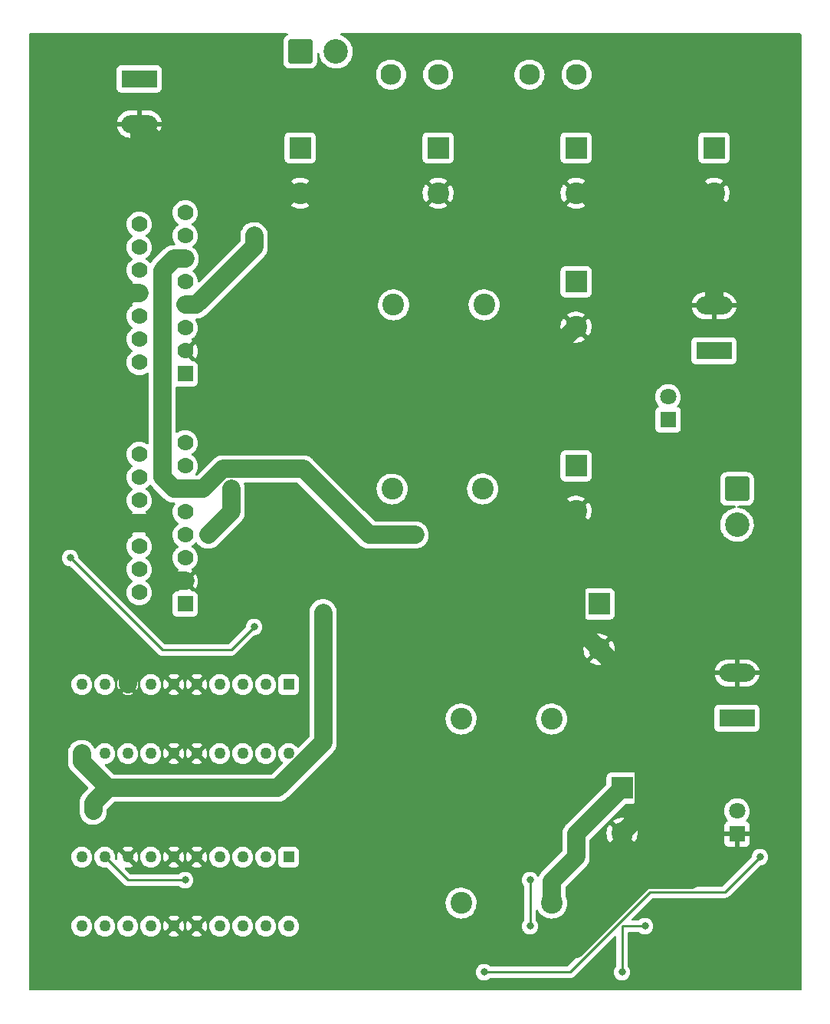
<source format=gbr>
%TF.GenerationSoftware,KiCad,Pcbnew,(6.0.1)*%
%TF.CreationDate,2022-02-20T14:47:32+01:00*%
%TF.ProjectId,PSU,5053552e-6b69-4636-9164-5f7063625858,rev?*%
%TF.SameCoordinates,Original*%
%TF.FileFunction,Copper,L2,Bot*%
%TF.FilePolarity,Positive*%
%FSLAX46Y46*%
G04 Gerber Fmt 4.6, Leading zero omitted, Abs format (unit mm)*
G04 Created by KiCad (PCBNEW (6.0.1)) date 2022-02-20 14:47:32*
%MOMM*%
%LPD*%
G01*
G04 APERTURE LIST*
G04 Aperture macros list*
%AMRoundRect*
0 Rectangle with rounded corners*
0 $1 Rounding radius*
0 $2 $3 $4 $5 $6 $7 $8 $9 X,Y pos of 4 corners*
0 Add a 4 corners polygon primitive as box body*
4,1,4,$2,$3,$4,$5,$6,$7,$8,$9,$2,$3,0*
0 Add four circle primitives for the rounded corners*
1,1,$1+$1,$2,$3*
1,1,$1+$1,$4,$5*
1,1,$1+$1,$6,$7*
1,1,$1+$1,$8,$9*
0 Add four rect primitives between the rounded corners*
20,1,$1+$1,$2,$3,$4,$5,0*
20,1,$1+$1,$4,$5,$6,$7,0*
20,1,$1+$1,$6,$7,$8,$9,0*
20,1,$1+$1,$8,$9,$2,$3,0*%
G04 Aperture macros list end*
%TA.AperFunction,ComponentPad*%
%ADD10RoundRect,0.250001X-1.099999X-1.099999X1.099999X-1.099999X1.099999X1.099999X-1.099999X1.099999X0*%
%TD*%
%TA.AperFunction,ComponentPad*%
%ADD11C,2.700000*%
%TD*%
%TA.AperFunction,ComponentPad*%
%ADD12R,2.400000X2.400000*%
%TD*%
%TA.AperFunction,ComponentPad*%
%ADD13C,2.400000*%
%TD*%
%TA.AperFunction,ComponentPad*%
%ADD14R,3.960000X1.980000*%
%TD*%
%TA.AperFunction,ComponentPad*%
%ADD15O,3.960000X1.980000*%
%TD*%
%TA.AperFunction,ComponentPad*%
%ADD16R,1.270000X1.270000*%
%TD*%
%TA.AperFunction,ComponentPad*%
%ADD17C,1.270000*%
%TD*%
%TA.AperFunction,ComponentPad*%
%ADD18R,1.778000X1.778000*%
%TD*%
%TA.AperFunction,ComponentPad*%
%ADD19C,1.778000*%
%TD*%
%TA.AperFunction,ComponentPad*%
%ADD20RoundRect,0.250001X-1.099999X1.099999X-1.099999X-1.099999X1.099999X-1.099999X1.099999X1.099999X0*%
%TD*%
%TA.AperFunction,ComponentPad*%
%ADD21C,2.300000*%
%TD*%
%TA.AperFunction,ComponentPad*%
%ADD22R,1.800000X1.800000*%
%TD*%
%TA.AperFunction,ComponentPad*%
%ADD23C,1.800000*%
%TD*%
%TA.AperFunction,ViaPad*%
%ADD24C,0.800000*%
%TD*%
%TA.AperFunction,Conductor*%
%ADD25C,2.000000*%
%TD*%
%TA.AperFunction,Conductor*%
%ADD26C,0.250000*%
%TD*%
G04 APERTURE END LIST*
D10*
%TO.P,SW1,1,A*%
%TO.N,/VBATPRESWITCH*%
X43180000Y-20320000D03*
D11*
%TO.P,SW1,2,B*%
%TO.N,/VBATPOSTSWITCH*%
X47140000Y-20320000D03*
%TD*%
D12*
%TO.P,C3,1*%
%TO.N,+12V*%
X76200000Y-81280000D03*
D13*
%TO.P,C3,2*%
%TO.N,GND*%
X76200000Y-86280000D03*
%TD*%
D14*
%TO.P,J1,1,Pin_1*%
%TO.N,/VBATPRESWITCH*%
X25400000Y-23320000D03*
D15*
%TO.P,J1,2,Pin_2*%
%TO.N,GND*%
X25400000Y-28320000D03*
%TD*%
D13*
%TO.P,L4,1,1*%
%TO.N,/5VOUTPREIND*%
X53340000Y-68580000D03*
%TO.P,L4,2,2*%
%TO.N,+5V*%
X63340000Y-68580000D03*
%TD*%
D12*
%TO.P,C23,1*%
%TO.N,+24V*%
X88900000Y-30940000D03*
D13*
%TO.P,C23,2*%
%TO.N,GND*%
X88900000Y-35940000D03*
%TD*%
D16*
%TO.P,CR2,1,BOOTSTRAP*%
%TO.N,Net-(C18-Pad1)*%
X41910000Y-109220000D03*
D17*
%TO.P,CR2,2,RESETDELAY*%
%TO.N,unconnected-(CR2-Pad2)*%
X39370000Y-109220000D03*
%TO.P,CR2,3,RESETOUT*%
%TO.N,unconnected-(CR2-Pad3)*%
X36830000Y-109220000D03*
%TO.P,CR2,4,PFAILINPUT*%
%TO.N,unconnected-(CR2-Pad4)*%
X34290000Y-109220000D03*
%TO.P,CR2,5,GND*%
%TO.N,GND*%
X31750000Y-109220000D03*
%TO.P,CR2,6,GND*%
X29210000Y-109220000D03*
%TO.P,CR2,7,FREQCOMP*%
%TO.N,Net-(C15-Pad1)*%
X26670000Y-109220000D03*
%TO.P,CR2,8,SOFTSTART*%
%TO.N,GND*%
X24130000Y-109220000D03*
%TO.P,CR2,9,FEEDBACKIN*%
%TO.N,Net-(C14-Pad2)*%
X21590000Y-109220000D03*
%TO.P,CR2,10,SYNCINPUT*%
%TO.N,Net-(CR2-Pad10)*%
X19050000Y-109220000D03*
%TO.P,CR2,11,VI*%
%TO.N,+24V*%
X19050000Y-116840000D03*
%TO.P,CR2,12,NC*%
%TO.N,unconnected-(CR2-Pad12)*%
X21590000Y-116840000D03*
%TO.P,CR2,13,VREF*%
%TO.N,unconnected-(CR2-Pad13)*%
X24130000Y-116840000D03*
%TO.P,CR2,14,VSTART*%
%TO.N,unconnected-(CR2-Pad14)*%
X26670000Y-116840000D03*
%TO.P,CR2,15,GND*%
%TO.N,GND*%
X29210000Y-116840000D03*
%TO.P,CR2,16,GND*%
X31750000Y-116840000D03*
%TO.P,CR2,17,ROSC*%
%TO.N,Net-(CR2-Pad17)*%
X34290000Y-116840000D03*
%TO.P,CR2,18,COSC*%
%TO.N,Net-(C25-Pad1)*%
X36830000Y-116840000D03*
%TO.P,CR2,19,NC*%
%TO.N,unconnected-(CR2-Pad19)*%
X39370000Y-116840000D03*
%TO.P,CR2,20,OUTPUT*%
%TO.N,/12VOUTPREIND*%
X41910000Y-116840000D03*
%TD*%
D12*
%TO.P,C10,1*%
%TO.N,+24V*%
X58420000Y-30940000D03*
D13*
%TO.P,C10,2*%
%TO.N,GND*%
X58420000Y-35940000D03*
%TD*%
D14*
%TO.P,J5,1,Pin_1*%
%TO.N,+5V*%
X88900000Y-53340000D03*
D15*
%TO.P,J5,2,Pin_2*%
%TO.N,GND*%
X88900000Y-48340000D03*
%TD*%
D16*
%TO.P,CR1,1,BOOTSTRAP*%
%TO.N,Net-(C5-Pad1)*%
X41910000Y-90170000D03*
D17*
%TO.P,CR1,2,RESETDELAY*%
%TO.N,unconnected-(CR1-Pad2)*%
X39370000Y-90170000D03*
%TO.P,CR1,3,RESETOUT*%
%TO.N,unconnected-(CR1-Pad3)*%
X36830000Y-90170000D03*
%TO.P,CR1,4,PFAILINPUT*%
%TO.N,unconnected-(CR1-Pad4)*%
X34290000Y-90170000D03*
%TO.P,CR1,5,GND*%
%TO.N,GND*%
X31750000Y-90170000D03*
%TO.P,CR1,6,GND*%
X29210000Y-90170000D03*
%TO.P,CR1,7,FREQCOMP*%
%TO.N,Net-(C2-Pad1)*%
X26670000Y-90170000D03*
%TO.P,CR1,8,SOFTSTART*%
%TO.N,GND*%
X24130000Y-90170000D03*
%TO.P,CR1,9,FEEDBACKIN*%
%TO.N,Net-(C1-Pad2)*%
X21590000Y-90170000D03*
%TO.P,CR1,10,SYNCINPUT*%
%TO.N,Net-(CR1-Pad10)*%
X19050000Y-90170000D03*
%TO.P,CR1,11,VI*%
%TO.N,+24V*%
X19050000Y-97790000D03*
%TO.P,CR1,12,NC*%
%TO.N,unconnected-(CR1-Pad12)*%
X21590000Y-97790000D03*
%TO.P,CR1,13,VREF*%
%TO.N,unconnected-(CR1-Pad13)*%
X24130000Y-97790000D03*
%TO.P,CR1,14,VSTART*%
%TO.N,unconnected-(CR1-Pad14)*%
X26670000Y-97790000D03*
%TO.P,CR1,15,GND*%
%TO.N,GND*%
X29210000Y-97790000D03*
%TO.P,CR1,16,GND*%
X31750000Y-97790000D03*
%TO.P,CR1,17,ROSC*%
%TO.N,Net-(CR1-Pad17)*%
X34290000Y-97790000D03*
%TO.P,CR1,18,COSC*%
%TO.N,Net-(C12-Pad1)*%
X36830000Y-97790000D03*
%TO.P,CR1,19,NC*%
%TO.N,unconnected-(CR1-Pad19)*%
X39370000Y-97790000D03*
%TO.P,CR1,20,OUTPUT*%
%TO.N,/12VOUTPREIND*%
X41910000Y-97790000D03*
%TD*%
D12*
%TO.P,C16,1*%
%TO.N,+12V*%
X78740000Y-101600000D03*
D13*
%TO.P,C16,2*%
%TO.N,GND*%
X78740000Y-106600000D03*
%TD*%
D18*
%TO.P,U6,1,R_OSC*%
%TO.N,Net-(R10-Pad2)*%
X30480000Y-81280000D03*
D19*
%TO.P,U6,2,C_OSC*%
%TO.N,Net-(C19-Pad2)*%
X25400000Y-80010000D03*
%TO.P,U6,3,RST*%
%TO.N,GND*%
X30480000Y-78740000D03*
%TO.P,U6,4,RST_OUT*%
%TO.N,unconnected-(U6-Pad4)*%
X25400000Y-77470000D03*
%TO.P,U6,5,RST_DLY*%
%TO.N,unconnected-(U6-Pad5)*%
X30480000Y-76200000D03*
%TO.P,U6,6,BOOT*%
%TO.N,Net-(C20-Pad2)*%
X25400000Y-74930000D03*
%TO.P,U6,7,OUT*%
%TO.N,/5VOUTPREIND*%
X30480000Y-73660000D03*
%TO.P,U6,8,GND*%
%TO.N,GND*%
X25400000Y-72390000D03*
%TO.P,U6,9,VI*%
%TO.N,+24V*%
X30480000Y-71120000D03*
%TO.P,U6,10,FCOMP*%
%TO.N,Net-(C26-Pad1)*%
X25400000Y-69850000D03*
%TO.P,U6,11,FB*%
%TO.N,+5V*%
X30480000Y-68580000D03*
%TO.P,U6,12,SS*%
%TO.N,unconnected-(U6-Pad12)*%
X25400000Y-67310000D03*
%TO.P,U6,13,SYNC*%
%TO.N,Net-(CR2-Pad10)*%
X30480000Y-66040000D03*
%TO.P,U6,14,VREF*%
%TO.N,unconnected-(U6-Pad14)*%
X25400000Y-64770000D03*
%TO.P,U6,15,VSTART*%
%TO.N,unconnected-(U6-Pad15)*%
X30480000Y-63500000D03*
%TD*%
D12*
%TO.P,C9,1*%
%TO.N,+24V*%
X43180000Y-30940000D03*
D13*
%TO.P,C9,2*%
%TO.N,GND*%
X43180000Y-35940000D03*
%TD*%
D20*
%TO.P,EMER_STOP1,1,Pin_1*%
%TO.N,+12V*%
X91440000Y-68580000D03*
D11*
%TO.P,EMER_STOP1,2,Pin_2*%
%TO.N,/12VOUTPOSTEMER*%
X91440000Y-72540000D03*
%TD*%
D21*
%TO.P,F1,1*%
%TO.N,/VBATPOSTSWITCH*%
X53220000Y-22860000D03*
X58420000Y-22860000D03*
%TO.P,F1,2*%
%TO.N,+24V*%
X73720000Y-22860000D03*
X68520000Y-22860000D03*
%TD*%
D18*
%TO.P,U3,1,R_OSC*%
%TO.N,Net-(R4-Pad2)*%
X30480000Y-55880000D03*
D19*
%TO.P,U3,2,C_OSC*%
%TO.N,Net-(C6-Pad2)*%
X25400000Y-54610000D03*
%TO.P,U3,3,RST*%
%TO.N,GND*%
X30480000Y-53340000D03*
%TO.P,U3,4,RST_OUT*%
%TO.N,unconnected-(U3-Pad4)*%
X25400000Y-52070000D03*
%TO.P,U3,5,RST_DLY*%
%TO.N,unconnected-(U3-Pad5)*%
X30480000Y-50800000D03*
%TO.P,U3,6,BOOT*%
%TO.N,Net-(C7-Pad2)*%
X25400000Y-49530000D03*
%TO.P,U3,7,OUT*%
%TO.N,/5VOUTPREIND*%
X30480000Y-48260000D03*
%TO.P,U3,8,GND*%
%TO.N,GND*%
X25400000Y-46990000D03*
%TO.P,U3,9,VI*%
%TO.N,+24V*%
X30480000Y-45720000D03*
%TO.P,U3,10,FCOMP*%
%TO.N,Net-(C13-Pad1)*%
X25400000Y-44450000D03*
%TO.P,U3,11,FB*%
%TO.N,+5V*%
X30480000Y-43180000D03*
%TO.P,U3,12,SS*%
%TO.N,unconnected-(U3-Pad12)*%
X25400000Y-41910000D03*
%TO.P,U3,13,SYNC*%
%TO.N,Net-(CR1-Pad10)*%
X30480000Y-40640000D03*
%TO.P,U3,14,VREF*%
%TO.N,unconnected-(U3-Pad14)*%
X25400000Y-39370000D03*
%TO.P,U3,15,VSTART*%
%TO.N,unconnected-(U3-Pad15)*%
X30480000Y-38100000D03*
%TD*%
D12*
%TO.P,C8,1*%
%TO.N,+5V*%
X73660000Y-45720000D03*
D13*
%TO.P,C8,2*%
%TO.N,GND*%
X73660000Y-50720000D03*
%TD*%
D14*
%TO.P,J3,1,Pin_1*%
%TO.N,/12VOUTPOSTEMER*%
X91440000Y-93900000D03*
D15*
%TO.P,J3,2,Pin_2*%
%TO.N,GND*%
X91440000Y-88900000D03*
%TD*%
D22*
%TO.P,D2,1,K*%
%TO.N,Net-(D2-Pad1)*%
X83820000Y-60960000D03*
D23*
%TO.P,D2,2,A*%
%TO.N,+5V*%
X83820000Y-58420000D03*
%TD*%
D12*
%TO.P,C22,1*%
%TO.N,+24V*%
X73660000Y-30940000D03*
D13*
%TO.P,C22,2*%
%TO.N,GND*%
X73660000Y-35940000D03*
%TD*%
D12*
%TO.P,C21,1*%
%TO.N,+5V*%
X73660000Y-66040000D03*
D13*
%TO.P,C21,2*%
%TO.N,GND*%
X73660000Y-71040000D03*
%TD*%
%TO.P,L2,1,1*%
%TO.N,/5VOUTPREIND*%
X53500000Y-48260000D03*
%TO.P,L2,2,2*%
%TO.N,+5V*%
X63500000Y-48260000D03*
%TD*%
%TO.P,L3,1,1*%
%TO.N,+12V*%
X70960000Y-114300000D03*
%TO.P,L3,2,2*%
%TO.N,/12VOUTPREIND*%
X60960000Y-114300000D03*
%TD*%
D22*
%TO.P,D1,1,K*%
%TO.N,GND*%
X91440000Y-106680000D03*
D23*
%TO.P,D1,2,A*%
%TO.N,Net-(D1-Pad2)*%
X91440000Y-104140000D03*
%TD*%
D13*
%TO.P,L1,1,1*%
%TO.N,+12V*%
X70960000Y-93980000D03*
%TO.P,L1,2,2*%
%TO.N,/12VOUTPREIND*%
X60960000Y-93980000D03*
%TD*%
D24*
%TO.N,GND*%
X22860000Y-35560000D03*
X60960000Y-58420000D03*
X22860000Y-66040000D03*
X73660000Y-119380000D03*
X86360000Y-111760000D03*
X34869930Y-53340000D03*
X60960000Y-109220000D03*
X22860000Y-40640000D03*
X44770000Y-122870000D03*
X22860000Y-86360000D03*
X60960000Y-76200000D03*
%TO.N,/5VOUTPREIND*%
X35560000Y-68580000D03*
X33020000Y-73660000D03*
X38100000Y-40640000D03*
%TO.N,+12V*%
X73660000Y-109220000D03*
%TO.N,Net-(C1-Pad2)*%
X78740000Y-121920000D03*
X81280000Y-116840000D03*
X68580000Y-111760000D03*
X68580000Y-116840000D03*
%TO.N,Net-(C14-Pad2)*%
X30480000Y-111760000D03*
%TO.N,Net-(C15-Pad1)*%
X93980000Y-109220000D03*
X63500000Y-121920000D03*
%TO.N,Net-(C20-Pad2)*%
X17780000Y-76200000D03*
X38100000Y-83820000D03*
%TO.N,+5V*%
X55880000Y-73660000D03*
%TO.N,+24V*%
X45720000Y-82260480D03*
X20320000Y-104140000D03*
%TD*%
D25*
%TO.N,GND*%
X60960000Y-76200000D02*
X63500000Y-73660000D01*
X66040000Y-73660000D02*
X63500000Y-73660000D01*
X27940000Y-77457235D02*
X29222765Y-78740000D01*
X22860000Y-45707235D02*
X22860000Y-40640000D01*
X24142765Y-72390000D02*
X25400000Y-72390000D01*
X73660000Y-83740000D02*
X73660000Y-71040000D01*
X43180000Y-35940000D02*
X33020000Y-35940000D01*
X22860000Y-86360000D02*
X24130000Y-87630000D01*
X78740000Y-109220000D02*
X78740000Y-106600000D01*
X60960000Y-58420000D02*
X63460000Y-60920000D01*
X24142765Y-46990000D02*
X22860000Y-45707235D01*
X88900000Y-35940000D02*
X73660000Y-35940000D01*
X44877056Y-35940000D02*
X66047056Y-57110000D01*
X43180000Y-35940000D02*
X44877056Y-35940000D01*
X63500000Y-73660000D02*
X60960000Y-73660000D01*
X88900000Y-48340000D02*
X88900000Y-35940000D01*
X47310000Y-122870000D02*
X44770000Y-122870000D01*
X24130000Y-87630000D02*
X24130000Y-90170000D01*
X34869930Y-53340000D02*
X47489930Y-65960000D01*
X66047056Y-57110000D02*
X67270000Y-57110000D01*
X25400000Y-33020000D02*
X25400000Y-28320000D01*
X60960000Y-109220000D02*
X47310000Y-122870000D01*
X68660000Y-71040000D02*
X66040000Y-73660000D01*
X81139511Y-91219511D02*
X76200000Y-86280000D01*
X67270000Y-57110000D02*
X73660000Y-50720000D01*
X76200000Y-86280000D02*
X73660000Y-83740000D01*
X29222765Y-78740000D02*
X30480000Y-78740000D01*
X58420000Y-65960000D02*
X63460000Y-60920000D01*
X25400000Y-46990000D02*
X24142765Y-46990000D01*
X33020000Y-35940000D02*
X25400000Y-28320000D01*
X22860000Y-71107235D02*
X24142765Y-72390000D01*
X58420000Y-71120000D02*
X58420000Y-65960000D01*
X22860000Y-35560000D02*
X25400000Y-33020000D01*
X22860000Y-66040000D02*
X22860000Y-71107235D01*
X73660000Y-71040000D02*
X68660000Y-71040000D01*
X26657235Y-72390000D02*
X27940000Y-73672765D01*
X78740000Y-106600000D02*
X81139511Y-104200489D01*
X27940000Y-73672765D02*
X27940000Y-77457235D01*
X81280000Y-111760000D02*
X78740000Y-109220000D01*
X63460000Y-60920000D02*
X67270000Y-57110000D01*
X60960000Y-73660000D02*
X58420000Y-71120000D01*
X47489930Y-65960000D02*
X58420000Y-65960000D01*
X81280000Y-111760000D02*
X86360000Y-111760000D01*
X81139511Y-104200489D02*
X81139511Y-91219511D01*
X25400000Y-72390000D02*
X26657235Y-72390000D01*
X73660000Y-119380000D02*
X81280000Y-111760000D01*
%TO.N,/5VOUTPREIND*%
X31737235Y-48260000D02*
X38100000Y-41897235D01*
X35560000Y-71120000D02*
X35560000Y-68580000D01*
X30480000Y-48260000D02*
X31737235Y-48260000D01*
X33020000Y-73660000D02*
X35560000Y-71120000D01*
X38100000Y-41897235D02*
X38100000Y-40640000D01*
%TO.N,+12V*%
X70960000Y-111920000D02*
X73660000Y-109220000D01*
X70960000Y-114300000D02*
X70960000Y-111920000D01*
X73660000Y-106680000D02*
X78740000Y-101600000D01*
X73660000Y-109220000D02*
X73660000Y-106680000D01*
D26*
%TO.N,Net-(C1-Pad2)*%
X78740000Y-116840000D02*
X81280000Y-116840000D01*
X68580000Y-111760000D02*
X68580000Y-116840000D01*
X78740000Y-121920000D02*
X78740000Y-116840000D01*
%TO.N,Net-(C14-Pad2)*%
X30480000Y-111760000D02*
X24130000Y-111760000D01*
X24130000Y-111760000D02*
X21590000Y-109220000D01*
%TO.N,Net-(C15-Pad1)*%
X90115480Y-113084520D02*
X93980000Y-109220000D01*
X73024283Y-121920000D02*
X81859763Y-113084520D01*
X63500000Y-121920000D02*
X73024283Y-121920000D01*
X81859763Y-113084520D02*
X90115480Y-113084520D01*
X63500011Y-121920011D02*
X63500000Y-121920000D01*
%TO.N,Net-(C20-Pad2)*%
X17780000Y-76200000D02*
X27940000Y-86360000D01*
X27940000Y-86360000D02*
X35560000Y-86360000D01*
X35560000Y-86360000D02*
X38100000Y-83820000D01*
D25*
%TO.N,+5V*%
X27940000Y-67297235D02*
X29222765Y-68580000D01*
X50800000Y-73660000D02*
X55880000Y-73660000D01*
X32449409Y-68580000D02*
X34648929Y-66380480D01*
X43520480Y-66380480D02*
X50800000Y-73660000D01*
X34648929Y-66380480D02*
X43520480Y-66380480D01*
X29222765Y-43180000D02*
X27940000Y-44462765D01*
X30480000Y-68580000D02*
X32449409Y-68580000D01*
X30480000Y-43180000D02*
X29222765Y-43180000D01*
X29222765Y-68580000D02*
X30480000Y-68580000D01*
X27940000Y-44462765D02*
X27940000Y-67297235D01*
%TO.N,+24V*%
X45720000Y-96574391D02*
X40694391Y-101600000D01*
X19050000Y-98688025D02*
X19050000Y-97790000D01*
X21961975Y-101600000D02*
X19050000Y-98688025D01*
X20320000Y-104140000D02*
X20320000Y-103241975D01*
X20320000Y-103241975D02*
X21961975Y-101600000D01*
X45720000Y-82260480D02*
X45720000Y-96574391D01*
X40694391Y-101600000D02*
X21961975Y-101600000D01*
%TD*%
%TA.AperFunction,Conductor*%
%TO.N,GND*%
G36*
X41773469Y-18308002D02*
G01*
X41819962Y-18361658D01*
X41830066Y-18431932D01*
X41800572Y-18496512D01*
X41760140Y-18527087D01*
X41756055Y-18528450D01*
X41605652Y-18621522D01*
X41480695Y-18746697D01*
X41476855Y-18752927D01*
X41476854Y-18752928D01*
X41397446Y-18881752D01*
X41387885Y-18897262D01*
X41332203Y-19065139D01*
X41321500Y-19169600D01*
X41321500Y-21470400D01*
X41321837Y-21473646D01*
X41321837Y-21473650D01*
X41326368Y-21517313D01*
X41332474Y-21576165D01*
X41388450Y-21743945D01*
X41481522Y-21894348D01*
X41606697Y-22019305D01*
X41612927Y-22023145D01*
X41612928Y-22023146D01*
X41750090Y-22107694D01*
X41757262Y-22112115D01*
X41812459Y-22130423D01*
X41918611Y-22165632D01*
X41918613Y-22165632D01*
X41925139Y-22167797D01*
X41931975Y-22168497D01*
X41931978Y-22168498D01*
X41975031Y-22172909D01*
X42029600Y-22178500D01*
X44330400Y-22178500D01*
X44333646Y-22178163D01*
X44333650Y-22178163D01*
X44429307Y-22168238D01*
X44429311Y-22168237D01*
X44436165Y-22167526D01*
X44442701Y-22165345D01*
X44442703Y-22165345D01*
X44574805Y-22121272D01*
X44603945Y-22111550D01*
X44754348Y-22018478D01*
X44879305Y-21893303D01*
X44911174Y-21841602D01*
X44968275Y-21748968D01*
X44968276Y-21748966D01*
X44972115Y-21742738D01*
X45027797Y-21574861D01*
X45038500Y-21470400D01*
X45038500Y-20549536D01*
X45058502Y-20481415D01*
X45112158Y-20434922D01*
X45182432Y-20424818D01*
X45247012Y-20454312D01*
X45285396Y-20514038D01*
X45288450Y-20526899D01*
X45335290Y-20783371D01*
X45418584Y-21033034D01*
X45420577Y-21037022D01*
X45500200Y-21196372D01*
X45536225Y-21268470D01*
X45538754Y-21272129D01*
X45673530Y-21467134D01*
X45685865Y-21484982D01*
X45864520Y-21678249D01*
X46068623Y-21844415D01*
X46072431Y-21846708D01*
X46072433Y-21846709D01*
X46290288Y-21977868D01*
X46290292Y-21977870D01*
X46294104Y-21980165D01*
X46430026Y-22037721D01*
X46532359Y-22081054D01*
X46532364Y-22081056D01*
X46536462Y-22082791D01*
X46540760Y-22083930D01*
X46540764Y-22083932D01*
X46619201Y-22104729D01*
X46790862Y-22150244D01*
X47052229Y-22181179D01*
X47315347Y-22174978D01*
X47319745Y-22174246D01*
X47570576Y-22132496D01*
X47570580Y-22132495D01*
X47574966Y-22131765D01*
X47579207Y-22130424D01*
X47579210Y-22130423D01*
X47821661Y-22053746D01*
X47821663Y-22053745D01*
X47825907Y-22052403D01*
X47829918Y-22050477D01*
X47829923Y-22050475D01*
X48059143Y-21940405D01*
X48059144Y-21940404D01*
X48063162Y-21938475D01*
X48173187Y-21864958D01*
X48278289Y-21794732D01*
X48278293Y-21794729D01*
X48281997Y-21792254D01*
X48285314Y-21789283D01*
X48285318Y-21789280D01*
X48474729Y-21619629D01*
X48474730Y-21619628D01*
X48478047Y-21616657D01*
X48647398Y-21415189D01*
X48670781Y-21377697D01*
X48771334Y-21216466D01*
X48786674Y-21191869D01*
X48893093Y-20951152D01*
X48964534Y-20697843D01*
X48984454Y-20549536D01*
X48999143Y-20440176D01*
X48999144Y-20440168D01*
X48999570Y-20436994D01*
X49003247Y-20320000D01*
X48984659Y-20057466D01*
X48973167Y-20004085D01*
X48930201Y-19804523D01*
X48929264Y-19800171D01*
X48910218Y-19748543D01*
X48839710Y-19557424D01*
X48838169Y-19553247D01*
X48713191Y-19321622D01*
X48556824Y-19109918D01*
X48519476Y-19071978D01*
X48375318Y-18925539D01*
X48372187Y-18922358D01*
X48368647Y-18919657D01*
X48368641Y-18919651D01*
X48166506Y-18765386D01*
X48166502Y-18765383D01*
X48162965Y-18762684D01*
X47933332Y-18634084D01*
X47687870Y-18539122D01*
X47681323Y-18537605D01*
X47677620Y-18536746D01*
X47615775Y-18501879D01*
X47582598Y-18439111D01*
X47588622Y-18368371D01*
X47631936Y-18312117D01*
X47698786Y-18288211D01*
X47706070Y-18288000D01*
X98426000Y-18288000D01*
X98494121Y-18308002D01*
X98540614Y-18361658D01*
X98552000Y-18414000D01*
X98552000Y-123826000D01*
X98531998Y-123894121D01*
X98478342Y-123940614D01*
X98426000Y-123952000D01*
X13334000Y-123952000D01*
X13265879Y-123931998D01*
X13219386Y-123878342D01*
X13208000Y-123826000D01*
X13208000Y-121920000D01*
X62586496Y-121920000D01*
X62606458Y-122109928D01*
X62665473Y-122291556D01*
X62760960Y-122456944D01*
X62765378Y-122461851D01*
X62765379Y-122461852D01*
X62847452Y-122553003D01*
X62888747Y-122598866D01*
X63043248Y-122711118D01*
X63049276Y-122713802D01*
X63049278Y-122713803D01*
X63211681Y-122786109D01*
X63217712Y-122788794D01*
X63311113Y-122808647D01*
X63398056Y-122827128D01*
X63398061Y-122827128D01*
X63404513Y-122828500D01*
X63595487Y-122828500D01*
X63601939Y-122827128D01*
X63601944Y-122827128D01*
X63688887Y-122808647D01*
X63782288Y-122788794D01*
X63788319Y-122786109D01*
X63950722Y-122713803D01*
X63950724Y-122713802D01*
X63956752Y-122711118D01*
X64111253Y-122598866D01*
X64115668Y-122593963D01*
X64120580Y-122589540D01*
X64121705Y-122590789D01*
X64175014Y-122557949D01*
X64208200Y-122553500D01*
X72945516Y-122553500D01*
X72956699Y-122554027D01*
X72964192Y-122555702D01*
X72972118Y-122555453D01*
X72972119Y-122555453D01*
X73032269Y-122553562D01*
X73036228Y-122553500D01*
X73064139Y-122553500D01*
X73068074Y-122553003D01*
X73068139Y-122552995D01*
X73079976Y-122552062D01*
X73112234Y-122551048D01*
X73116253Y-122550922D01*
X73124172Y-122550673D01*
X73143626Y-122545021D01*
X73162983Y-122541013D01*
X73175213Y-122539468D01*
X73175214Y-122539468D01*
X73183080Y-122538474D01*
X73190451Y-122535555D01*
X73190453Y-122535555D01*
X73224195Y-122522196D01*
X73235425Y-122518351D01*
X73270266Y-122508229D01*
X73270267Y-122508229D01*
X73277876Y-122506018D01*
X73284695Y-122501985D01*
X73284700Y-122501983D01*
X73295311Y-122495707D01*
X73313059Y-122487012D01*
X73331900Y-122479552D01*
X73367670Y-122453564D01*
X73377590Y-122447048D01*
X73408818Y-122428580D01*
X73408821Y-122428578D01*
X73415645Y-122424542D01*
X73429966Y-122410221D01*
X73445000Y-122397380D01*
X73454977Y-122390131D01*
X73461390Y-122385472D01*
X73489581Y-122351395D01*
X73497571Y-122342616D01*
X77891405Y-117948782D01*
X77953717Y-117914756D01*
X78024532Y-117919821D01*
X78081368Y-117962368D01*
X78106179Y-118028888D01*
X78106500Y-118037877D01*
X78106500Y-121217476D01*
X78086498Y-121285597D01*
X78074142Y-121301779D01*
X78000960Y-121383056D01*
X77905473Y-121548444D01*
X77846458Y-121730072D01*
X77826496Y-121920000D01*
X77846458Y-122109928D01*
X77905473Y-122291556D01*
X78000960Y-122456944D01*
X78005378Y-122461851D01*
X78005379Y-122461852D01*
X78087452Y-122553003D01*
X78128747Y-122598866D01*
X78283248Y-122711118D01*
X78289276Y-122713802D01*
X78289278Y-122713803D01*
X78451681Y-122786109D01*
X78457712Y-122788794D01*
X78551113Y-122808647D01*
X78638056Y-122827128D01*
X78638061Y-122827128D01*
X78644513Y-122828500D01*
X78835487Y-122828500D01*
X78841939Y-122827128D01*
X78841944Y-122827128D01*
X78928887Y-122808647D01*
X79022288Y-122788794D01*
X79028319Y-122786109D01*
X79190722Y-122713803D01*
X79190724Y-122713802D01*
X79196752Y-122711118D01*
X79351253Y-122598866D01*
X79392548Y-122553003D01*
X79474621Y-122461852D01*
X79474622Y-122461851D01*
X79479040Y-122456944D01*
X79574527Y-122291556D01*
X79633542Y-122109928D01*
X79653504Y-121920000D01*
X79633542Y-121730072D01*
X79574527Y-121548444D01*
X79479040Y-121383056D01*
X79405863Y-121301785D01*
X79375147Y-121237779D01*
X79373500Y-121217476D01*
X79373500Y-117599500D01*
X79393502Y-117531379D01*
X79447158Y-117484886D01*
X79499500Y-117473500D01*
X80571800Y-117473500D01*
X80639921Y-117493502D01*
X80659147Y-117509843D01*
X80659420Y-117509540D01*
X80664332Y-117513963D01*
X80668747Y-117518866D01*
X80685970Y-117531379D01*
X80754420Y-117581111D01*
X80823248Y-117631118D01*
X80829276Y-117633802D01*
X80829278Y-117633803D01*
X80878532Y-117655732D01*
X80997712Y-117708794D01*
X81090172Y-117728447D01*
X81178056Y-117747128D01*
X81178061Y-117747128D01*
X81184513Y-117748500D01*
X81375487Y-117748500D01*
X81381939Y-117747128D01*
X81381944Y-117747128D01*
X81469828Y-117728447D01*
X81562288Y-117708794D01*
X81681468Y-117655732D01*
X81730722Y-117633803D01*
X81730724Y-117633802D01*
X81736752Y-117631118D01*
X81891253Y-117518866D01*
X81963548Y-117438574D01*
X82014621Y-117381852D01*
X82014622Y-117381851D01*
X82019040Y-117376944D01*
X82077314Y-117276010D01*
X82111223Y-117217279D01*
X82111224Y-117217278D01*
X82114527Y-117211556D01*
X82173542Y-117029928D01*
X82174623Y-117019649D01*
X82192814Y-116846565D01*
X82193504Y-116840000D01*
X82173542Y-116650072D01*
X82114527Y-116468444D01*
X82019040Y-116303056D01*
X81967135Y-116245409D01*
X81895675Y-116166045D01*
X81895674Y-116166044D01*
X81891253Y-116161134D01*
X81755589Y-116062568D01*
X81742094Y-116052763D01*
X81742093Y-116052762D01*
X81736752Y-116048882D01*
X81730724Y-116046198D01*
X81730722Y-116046197D01*
X81568319Y-115973891D01*
X81568318Y-115973891D01*
X81562288Y-115971206D01*
X81468888Y-115951353D01*
X81381944Y-115932872D01*
X81381939Y-115932872D01*
X81375487Y-115931500D01*
X81184513Y-115931500D01*
X81178061Y-115932872D01*
X81178056Y-115932872D01*
X81091112Y-115951353D01*
X80997712Y-115971206D01*
X80991682Y-115973891D01*
X80991681Y-115973891D01*
X80829278Y-116046197D01*
X80829276Y-116046198D01*
X80823248Y-116048882D01*
X80817907Y-116052762D01*
X80817906Y-116052763D01*
X80804411Y-116062568D01*
X80668747Y-116161134D01*
X80664332Y-116166037D01*
X80659420Y-116170460D01*
X80658295Y-116169211D01*
X80604986Y-116202051D01*
X80571800Y-116206500D01*
X79937877Y-116206500D01*
X79869756Y-116186498D01*
X79823263Y-116132842D01*
X79813159Y-116062568D01*
X79842653Y-115997988D01*
X79848782Y-115991405D01*
X82085262Y-113754925D01*
X82147574Y-113720899D01*
X82174357Y-113718020D01*
X90036713Y-113718020D01*
X90047896Y-113718547D01*
X90055389Y-113720222D01*
X90063315Y-113719973D01*
X90063316Y-113719973D01*
X90123466Y-113718082D01*
X90127425Y-113718020D01*
X90155336Y-113718020D01*
X90159271Y-113717523D01*
X90159336Y-113717515D01*
X90171173Y-113716582D01*
X90203431Y-113715568D01*
X90207450Y-113715442D01*
X90215369Y-113715193D01*
X90234823Y-113709541D01*
X90254180Y-113705533D01*
X90266410Y-113703988D01*
X90266411Y-113703988D01*
X90274277Y-113702994D01*
X90281648Y-113700075D01*
X90281650Y-113700075D01*
X90315392Y-113686716D01*
X90326622Y-113682871D01*
X90361463Y-113672749D01*
X90361464Y-113672749D01*
X90369073Y-113670538D01*
X90375892Y-113666505D01*
X90375897Y-113666503D01*
X90386508Y-113660227D01*
X90404256Y-113651532D01*
X90423097Y-113644072D01*
X90458867Y-113618084D01*
X90468787Y-113611568D01*
X90500015Y-113593100D01*
X90500018Y-113593098D01*
X90506842Y-113589062D01*
X90521163Y-113574741D01*
X90536197Y-113561900D01*
X90552587Y-113549992D01*
X90580778Y-113515915D01*
X90588768Y-113507136D01*
X93930499Y-110165405D01*
X93992811Y-110131379D01*
X94019594Y-110128500D01*
X94075487Y-110128500D01*
X94081939Y-110127128D01*
X94081944Y-110127128D01*
X94169828Y-110108447D01*
X94262288Y-110088794D01*
X94288383Y-110077176D01*
X94430722Y-110013803D01*
X94430724Y-110013802D01*
X94436752Y-110011118D01*
X94591253Y-109898866D01*
X94595675Y-109893955D01*
X94714621Y-109761852D01*
X94714622Y-109761851D01*
X94719040Y-109756944D01*
X94793818Y-109627425D01*
X94811223Y-109597279D01*
X94811224Y-109597278D01*
X94814527Y-109591556D01*
X94873542Y-109409928D01*
X94874263Y-109403073D01*
X94892814Y-109226565D01*
X94893504Y-109220000D01*
X94886358Y-109152006D01*
X94874232Y-109036635D01*
X94874232Y-109036633D01*
X94873542Y-109030072D01*
X94814527Y-108848444D01*
X94719040Y-108683056D01*
X94667135Y-108625409D01*
X94595675Y-108546045D01*
X94595674Y-108546044D01*
X94591253Y-108541134D01*
X94462591Y-108447655D01*
X94442094Y-108432763D01*
X94442093Y-108432762D01*
X94436752Y-108428882D01*
X94430724Y-108426198D01*
X94430722Y-108426197D01*
X94268319Y-108353891D01*
X94268318Y-108353891D01*
X94262288Y-108351206D01*
X94167740Y-108331109D01*
X94081944Y-108312872D01*
X94081939Y-108312872D01*
X94075487Y-108311500D01*
X93884513Y-108311500D01*
X93878061Y-108312872D01*
X93878056Y-108312872D01*
X93792260Y-108331109D01*
X93697712Y-108351206D01*
X93691682Y-108353891D01*
X93691681Y-108353891D01*
X93529278Y-108426197D01*
X93529276Y-108426198D01*
X93523248Y-108428882D01*
X93517907Y-108432762D01*
X93517906Y-108432763D01*
X93497409Y-108447655D01*
X93368747Y-108541134D01*
X93364326Y-108546044D01*
X93364325Y-108546045D01*
X93292866Y-108625409D01*
X93240960Y-108683056D01*
X93145473Y-108848444D01*
X93086458Y-109030072D01*
X93069802Y-109188551D01*
X93069093Y-109195293D01*
X93042080Y-109260950D01*
X93032878Y-109271218D01*
X89889980Y-112414115D01*
X89827668Y-112448141D01*
X89800885Y-112451020D01*
X81938531Y-112451020D01*
X81927348Y-112450493D01*
X81919855Y-112448818D01*
X81911929Y-112449067D01*
X81911928Y-112449067D01*
X81851765Y-112450958D01*
X81847807Y-112451020D01*
X81819907Y-112451020D01*
X81815917Y-112451524D01*
X81804083Y-112452456D01*
X81759874Y-112453846D01*
X81752258Y-112456059D01*
X81752256Y-112456059D01*
X81740415Y-112459499D01*
X81721056Y-112463508D01*
X81719746Y-112463674D01*
X81700966Y-112466046D01*
X81693600Y-112468962D01*
X81693594Y-112468964D01*
X81659861Y-112482320D01*
X81648631Y-112486165D01*
X81613780Y-112496290D01*
X81606170Y-112498501D01*
X81599347Y-112502536D01*
X81588729Y-112508815D01*
X81570976Y-112517512D01*
X81563331Y-112520539D01*
X81552146Y-112524968D01*
X81545731Y-112529629D01*
X81516375Y-112550957D01*
X81506458Y-112557471D01*
X81468401Y-112579978D01*
X81454080Y-112594299D01*
X81439047Y-112607139D01*
X81422656Y-112619048D01*
X81410868Y-112633297D01*
X81394465Y-112653125D01*
X81386475Y-112661904D01*
X72798783Y-121249595D01*
X72736471Y-121283621D01*
X72709688Y-121286500D01*
X64208200Y-121286500D01*
X64140079Y-121266498D01*
X64120853Y-121250157D01*
X64120580Y-121250460D01*
X64115668Y-121246037D01*
X64111253Y-121241134D01*
X63956752Y-121128882D01*
X63950724Y-121126198D01*
X63950722Y-121126197D01*
X63788319Y-121053891D01*
X63788318Y-121053891D01*
X63782288Y-121051206D01*
X63688888Y-121031353D01*
X63601944Y-121012872D01*
X63601939Y-121012872D01*
X63595487Y-121011500D01*
X63404513Y-121011500D01*
X63398061Y-121012872D01*
X63398056Y-121012872D01*
X63311112Y-121031353D01*
X63217712Y-121051206D01*
X63211682Y-121053891D01*
X63211681Y-121053891D01*
X63049278Y-121126197D01*
X63049276Y-121126198D01*
X63043248Y-121128882D01*
X62888747Y-121241134D01*
X62884326Y-121246044D01*
X62884325Y-121246045D01*
X62850492Y-121283621D01*
X62760960Y-121383056D01*
X62665473Y-121548444D01*
X62606458Y-121730072D01*
X62586496Y-121920000D01*
X13208000Y-121920000D01*
X13208000Y-116809938D01*
X17901995Y-116809938D01*
X17915740Y-117019649D01*
X17967471Y-117223343D01*
X17969890Y-117228590D01*
X18053038Y-117408953D01*
X18053041Y-117408958D01*
X18055457Y-117414199D01*
X18058788Y-117418912D01*
X18058789Y-117418914D01*
X18129429Y-117518866D01*
X18176751Y-117585825D01*
X18327289Y-117732474D01*
X18332085Y-117735679D01*
X18332088Y-117735681D01*
X18439627Y-117807536D01*
X18502031Y-117849233D01*
X18507339Y-117851514D01*
X18507340Y-117851514D01*
X18689822Y-117929914D01*
X18689825Y-117929915D01*
X18695125Y-117932192D01*
X18700754Y-117933466D01*
X18700755Y-117933466D01*
X18894467Y-117977299D01*
X18894473Y-117977300D01*
X18900104Y-117978574D01*
X18905875Y-117978801D01*
X18905877Y-117978801D01*
X18969433Y-117981298D01*
X19110103Y-117986825D01*
X19318088Y-117956669D01*
X19323552Y-117954814D01*
X19323557Y-117954813D01*
X19511624Y-117890973D01*
X19511629Y-117890971D01*
X19517096Y-117889115D01*
X19700460Y-117786426D01*
X19862041Y-117652041D01*
X19996426Y-117490460D01*
X20099115Y-117307096D01*
X20100971Y-117301629D01*
X20100973Y-117301624D01*
X20164813Y-117113557D01*
X20164814Y-117113552D01*
X20166669Y-117108088D01*
X20196825Y-116900103D01*
X20196868Y-116898466D01*
X20217816Y-116844564D01*
X20216184Y-116841214D01*
X20422868Y-116841214D01*
X20445730Y-116884477D01*
X20447985Y-116901334D01*
X20448144Y-116903753D01*
X20455740Y-117019649D01*
X20507471Y-117223343D01*
X20509890Y-117228590D01*
X20593038Y-117408953D01*
X20593041Y-117408958D01*
X20595457Y-117414199D01*
X20598788Y-117418912D01*
X20598789Y-117418914D01*
X20669429Y-117518866D01*
X20716751Y-117585825D01*
X20867289Y-117732474D01*
X20872085Y-117735679D01*
X20872088Y-117735681D01*
X20979627Y-117807536D01*
X21042031Y-117849233D01*
X21047339Y-117851514D01*
X21047340Y-117851514D01*
X21229822Y-117929914D01*
X21229825Y-117929915D01*
X21235125Y-117932192D01*
X21240754Y-117933466D01*
X21240755Y-117933466D01*
X21434467Y-117977299D01*
X21434473Y-117977300D01*
X21440104Y-117978574D01*
X21445875Y-117978801D01*
X21445877Y-117978801D01*
X21509433Y-117981298D01*
X21650103Y-117986825D01*
X21858088Y-117956669D01*
X21863552Y-117954814D01*
X21863557Y-117954813D01*
X22051624Y-117890973D01*
X22051629Y-117890971D01*
X22057096Y-117889115D01*
X22240460Y-117786426D01*
X22402041Y-117652041D01*
X22536426Y-117490460D01*
X22639115Y-117307096D01*
X22640971Y-117301629D01*
X22640973Y-117301624D01*
X22704813Y-117113557D01*
X22704814Y-117113552D01*
X22706669Y-117108088D01*
X22736825Y-116900103D01*
X22736868Y-116898466D01*
X22757816Y-116844564D01*
X22756184Y-116841214D01*
X22962868Y-116841214D01*
X22985730Y-116884477D01*
X22987985Y-116901334D01*
X22988144Y-116903753D01*
X22995740Y-117019649D01*
X23047471Y-117223343D01*
X23049890Y-117228590D01*
X23133038Y-117408953D01*
X23133041Y-117408958D01*
X23135457Y-117414199D01*
X23138788Y-117418912D01*
X23138789Y-117418914D01*
X23209429Y-117518866D01*
X23256751Y-117585825D01*
X23407289Y-117732474D01*
X23412085Y-117735679D01*
X23412088Y-117735681D01*
X23519627Y-117807536D01*
X23582031Y-117849233D01*
X23587339Y-117851514D01*
X23587340Y-117851514D01*
X23769822Y-117929914D01*
X23769825Y-117929915D01*
X23775125Y-117932192D01*
X23780754Y-117933466D01*
X23780755Y-117933466D01*
X23974467Y-117977299D01*
X23974473Y-117977300D01*
X23980104Y-117978574D01*
X23985875Y-117978801D01*
X23985877Y-117978801D01*
X24049433Y-117981298D01*
X24190103Y-117986825D01*
X24398088Y-117956669D01*
X24403552Y-117954814D01*
X24403557Y-117954813D01*
X24591624Y-117890973D01*
X24591629Y-117890971D01*
X24597096Y-117889115D01*
X24780460Y-117786426D01*
X24942041Y-117652041D01*
X25076426Y-117490460D01*
X25179115Y-117307096D01*
X25180971Y-117301629D01*
X25180973Y-117301624D01*
X25244813Y-117113557D01*
X25244814Y-117113552D01*
X25246669Y-117108088D01*
X25276825Y-116900103D01*
X25276868Y-116898466D01*
X25297816Y-116844564D01*
X25296184Y-116841214D01*
X25502868Y-116841214D01*
X25525730Y-116884477D01*
X25527985Y-116901334D01*
X25528144Y-116903753D01*
X25535740Y-117019649D01*
X25587471Y-117223343D01*
X25589890Y-117228590D01*
X25673038Y-117408953D01*
X25673041Y-117408958D01*
X25675457Y-117414199D01*
X25678788Y-117418912D01*
X25678789Y-117418914D01*
X25749429Y-117518866D01*
X25796751Y-117585825D01*
X25947289Y-117732474D01*
X25952085Y-117735679D01*
X25952088Y-117735681D01*
X26059627Y-117807536D01*
X26122031Y-117849233D01*
X26127339Y-117851514D01*
X26127340Y-117851514D01*
X26309822Y-117929914D01*
X26309825Y-117929915D01*
X26315125Y-117932192D01*
X26320754Y-117933466D01*
X26320755Y-117933466D01*
X26514467Y-117977299D01*
X26514473Y-117977300D01*
X26520104Y-117978574D01*
X26525875Y-117978801D01*
X26525877Y-117978801D01*
X26589433Y-117981298D01*
X26730103Y-117986825D01*
X26938088Y-117956669D01*
X26943552Y-117954814D01*
X26943557Y-117954813D01*
X27131624Y-117890973D01*
X27131629Y-117890971D01*
X27137096Y-117889115D01*
X27284562Y-117806530D01*
X28607830Y-117806530D01*
X28617710Y-117819017D01*
X28657472Y-117845585D01*
X28667575Y-117851071D01*
X28849973Y-117929435D01*
X28860916Y-117932990D01*
X29054533Y-117976802D01*
X29065942Y-117978304D01*
X29264308Y-117986097D01*
X29275790Y-117985495D01*
X29472250Y-117957011D01*
X29483445Y-117954323D01*
X29671424Y-117890512D01*
X29681931Y-117885834D01*
X29803745Y-117817614D01*
X29813610Y-117807536D01*
X29813222Y-117806530D01*
X31147830Y-117806530D01*
X31157710Y-117819017D01*
X31197472Y-117845585D01*
X31207575Y-117851071D01*
X31389973Y-117929435D01*
X31400916Y-117932990D01*
X31594533Y-117976802D01*
X31605942Y-117978304D01*
X31804308Y-117986097D01*
X31815790Y-117985495D01*
X32012250Y-117957011D01*
X32023445Y-117954323D01*
X32211424Y-117890512D01*
X32221931Y-117885834D01*
X32343745Y-117817614D01*
X32353610Y-117807536D01*
X32350654Y-117799864D01*
X31762812Y-117212022D01*
X31748868Y-117204408D01*
X31747035Y-117204539D01*
X31740420Y-117208790D01*
X31154027Y-117795183D01*
X31147830Y-117806530D01*
X29813222Y-117806530D01*
X29810654Y-117799864D01*
X29222812Y-117212022D01*
X29208868Y-117204408D01*
X29207035Y-117204539D01*
X29200420Y-117208790D01*
X28614027Y-117795183D01*
X28607830Y-117806530D01*
X27284562Y-117806530D01*
X27320460Y-117786426D01*
X27482041Y-117652041D01*
X27616426Y-117490460D01*
X27719115Y-117307096D01*
X27720971Y-117301629D01*
X27720973Y-117301624D01*
X27784813Y-117113557D01*
X27784814Y-117113552D01*
X27786669Y-117108088D01*
X27816825Y-116900103D01*
X27816922Y-116896394D01*
X27816994Y-116895551D01*
X27836836Y-116844493D01*
X27834832Y-116840380D01*
X28044464Y-116840380D01*
X28066013Y-116881159D01*
X28068268Y-116898015D01*
X28075858Y-117013803D01*
X28077659Y-117025173D01*
X28126523Y-117217576D01*
X28130364Y-117228423D01*
X28213475Y-117408705D01*
X28219223Y-117418661D01*
X28230675Y-117434867D01*
X28241263Y-117443254D01*
X28254564Y-117436226D01*
X28837978Y-116852812D01*
X28844356Y-116841132D01*
X29574408Y-116841132D01*
X29574539Y-116842965D01*
X29578790Y-116849580D01*
X30165950Y-117436740D01*
X30178330Y-117443500D01*
X30184910Y-117438574D01*
X30255834Y-117311931D01*
X30260512Y-117301424D01*
X30324323Y-117113445D01*
X30327011Y-117102250D01*
X30355791Y-116903750D01*
X30356737Y-116892664D01*
X30358427Y-116892808D01*
X30374573Y-116842817D01*
X30373036Y-116839662D01*
X30585506Y-116839662D01*
X30604105Y-116870382D01*
X30608031Y-116894387D01*
X30615858Y-117013803D01*
X30617659Y-117025173D01*
X30666523Y-117217576D01*
X30670364Y-117228423D01*
X30753475Y-117408705D01*
X30759223Y-117418661D01*
X30770675Y-117434867D01*
X30781263Y-117443254D01*
X30794564Y-117436226D01*
X31377978Y-116852812D01*
X31384356Y-116841132D01*
X32114408Y-116841132D01*
X32114539Y-116842965D01*
X32118790Y-116849580D01*
X32705950Y-117436740D01*
X32718330Y-117443500D01*
X32724910Y-117438574D01*
X32795834Y-117311931D01*
X32800512Y-117301424D01*
X32864323Y-117113445D01*
X32867011Y-117102250D01*
X32895791Y-116903753D01*
X32896493Y-116895525D01*
X32916332Y-116844487D01*
X32914324Y-116840365D01*
X33123966Y-116840365D01*
X33145514Y-116881147D01*
X33147766Y-116897993D01*
X33155740Y-117019649D01*
X33207471Y-117223343D01*
X33209890Y-117228590D01*
X33293038Y-117408953D01*
X33293041Y-117408958D01*
X33295457Y-117414199D01*
X33298788Y-117418912D01*
X33298789Y-117418914D01*
X33369429Y-117518866D01*
X33416751Y-117585825D01*
X33567289Y-117732474D01*
X33572085Y-117735679D01*
X33572088Y-117735681D01*
X33679627Y-117807536D01*
X33742031Y-117849233D01*
X33747339Y-117851514D01*
X33747340Y-117851514D01*
X33929822Y-117929914D01*
X33929825Y-117929915D01*
X33935125Y-117932192D01*
X33940754Y-117933466D01*
X33940755Y-117933466D01*
X34134467Y-117977299D01*
X34134473Y-117977300D01*
X34140104Y-117978574D01*
X34145875Y-117978801D01*
X34145877Y-117978801D01*
X34209433Y-117981298D01*
X34350103Y-117986825D01*
X34558088Y-117956669D01*
X34563552Y-117954814D01*
X34563557Y-117954813D01*
X34751624Y-117890973D01*
X34751629Y-117890971D01*
X34757096Y-117889115D01*
X34940460Y-117786426D01*
X35102041Y-117652041D01*
X35236426Y-117490460D01*
X35339115Y-117307096D01*
X35340971Y-117301629D01*
X35340973Y-117301624D01*
X35404813Y-117113557D01*
X35404814Y-117113552D01*
X35406669Y-117108088D01*
X35436825Y-116900103D01*
X35436868Y-116898466D01*
X35457816Y-116844564D01*
X35456184Y-116841214D01*
X35662868Y-116841214D01*
X35685730Y-116884477D01*
X35687985Y-116901334D01*
X35688144Y-116903753D01*
X35695740Y-117019649D01*
X35747471Y-117223343D01*
X35749890Y-117228590D01*
X35833038Y-117408953D01*
X35833041Y-117408958D01*
X35835457Y-117414199D01*
X35838788Y-117418912D01*
X35838789Y-117418914D01*
X35909429Y-117518866D01*
X35956751Y-117585825D01*
X36107289Y-117732474D01*
X36112085Y-117735679D01*
X36112088Y-117735681D01*
X36219627Y-117807536D01*
X36282031Y-117849233D01*
X36287339Y-117851514D01*
X36287340Y-117851514D01*
X36469822Y-117929914D01*
X36469825Y-117929915D01*
X36475125Y-117932192D01*
X36480754Y-117933466D01*
X36480755Y-117933466D01*
X36674467Y-117977299D01*
X36674473Y-117977300D01*
X36680104Y-117978574D01*
X36685875Y-117978801D01*
X36685877Y-117978801D01*
X36749433Y-117981298D01*
X36890103Y-117986825D01*
X37098088Y-117956669D01*
X37103552Y-117954814D01*
X37103557Y-117954813D01*
X37291624Y-117890973D01*
X37291629Y-117890971D01*
X37297096Y-117889115D01*
X37480460Y-117786426D01*
X37642041Y-117652041D01*
X37776426Y-117490460D01*
X37879115Y-117307096D01*
X37880971Y-117301629D01*
X37880973Y-117301624D01*
X37944813Y-117113557D01*
X37944814Y-117113552D01*
X37946669Y-117108088D01*
X37976825Y-116900103D01*
X37976868Y-116898466D01*
X37997816Y-116844564D01*
X37996184Y-116841214D01*
X38202868Y-116841214D01*
X38225730Y-116884477D01*
X38227985Y-116901334D01*
X38228144Y-116903753D01*
X38235740Y-117019649D01*
X38287471Y-117223343D01*
X38289890Y-117228590D01*
X38373038Y-117408953D01*
X38373041Y-117408958D01*
X38375457Y-117414199D01*
X38378788Y-117418912D01*
X38378789Y-117418914D01*
X38449429Y-117518866D01*
X38496751Y-117585825D01*
X38647289Y-117732474D01*
X38652085Y-117735679D01*
X38652088Y-117735681D01*
X38759627Y-117807536D01*
X38822031Y-117849233D01*
X38827339Y-117851514D01*
X38827340Y-117851514D01*
X39009822Y-117929914D01*
X39009825Y-117929915D01*
X39015125Y-117932192D01*
X39020754Y-117933466D01*
X39020755Y-117933466D01*
X39214467Y-117977299D01*
X39214473Y-117977300D01*
X39220104Y-117978574D01*
X39225875Y-117978801D01*
X39225877Y-117978801D01*
X39289433Y-117981298D01*
X39430103Y-117986825D01*
X39638088Y-117956669D01*
X39643552Y-117954814D01*
X39643557Y-117954813D01*
X39831624Y-117890973D01*
X39831629Y-117890971D01*
X39837096Y-117889115D01*
X40020460Y-117786426D01*
X40182041Y-117652041D01*
X40316426Y-117490460D01*
X40419115Y-117307096D01*
X40420971Y-117301629D01*
X40420973Y-117301624D01*
X40484813Y-117113557D01*
X40484814Y-117113552D01*
X40486669Y-117108088D01*
X40516825Y-116900103D01*
X40516868Y-116898466D01*
X40537816Y-116844564D01*
X40536184Y-116841214D01*
X40742868Y-116841214D01*
X40765730Y-116884477D01*
X40767985Y-116901334D01*
X40768144Y-116903753D01*
X40775740Y-117019649D01*
X40827471Y-117223343D01*
X40829890Y-117228590D01*
X40913038Y-117408953D01*
X40913041Y-117408958D01*
X40915457Y-117414199D01*
X40918788Y-117418912D01*
X40918789Y-117418914D01*
X40989429Y-117518866D01*
X41036751Y-117585825D01*
X41187289Y-117732474D01*
X41192085Y-117735679D01*
X41192088Y-117735681D01*
X41299627Y-117807536D01*
X41362031Y-117849233D01*
X41367339Y-117851514D01*
X41367340Y-117851514D01*
X41549822Y-117929914D01*
X41549825Y-117929915D01*
X41555125Y-117932192D01*
X41560754Y-117933466D01*
X41560755Y-117933466D01*
X41754467Y-117977299D01*
X41754473Y-117977300D01*
X41760104Y-117978574D01*
X41765875Y-117978801D01*
X41765877Y-117978801D01*
X41829433Y-117981298D01*
X41970103Y-117986825D01*
X42178088Y-117956669D01*
X42183552Y-117954814D01*
X42183557Y-117954813D01*
X42371624Y-117890973D01*
X42371629Y-117890971D01*
X42377096Y-117889115D01*
X42560460Y-117786426D01*
X42722041Y-117652041D01*
X42856426Y-117490460D01*
X42959115Y-117307096D01*
X42960971Y-117301629D01*
X42960973Y-117301624D01*
X43024813Y-117113557D01*
X43024814Y-117113552D01*
X43026669Y-117108088D01*
X43056825Y-116900103D01*
X43058399Y-116840000D01*
X67666496Y-116840000D01*
X67667186Y-116846565D01*
X67685378Y-117019649D01*
X67686458Y-117029928D01*
X67745473Y-117211556D01*
X67748776Y-117217278D01*
X67748777Y-117217279D01*
X67782686Y-117276010D01*
X67840960Y-117376944D01*
X67845378Y-117381851D01*
X67845379Y-117381852D01*
X67896452Y-117438574D01*
X67968747Y-117518866D01*
X68123248Y-117631118D01*
X68129276Y-117633802D01*
X68129278Y-117633803D01*
X68178532Y-117655732D01*
X68297712Y-117708794D01*
X68390172Y-117728447D01*
X68478056Y-117747128D01*
X68478061Y-117747128D01*
X68484513Y-117748500D01*
X68675487Y-117748500D01*
X68681939Y-117747128D01*
X68681944Y-117747128D01*
X68769828Y-117728447D01*
X68862288Y-117708794D01*
X68981468Y-117655732D01*
X69030722Y-117633803D01*
X69030724Y-117633802D01*
X69036752Y-117631118D01*
X69191253Y-117518866D01*
X69263548Y-117438574D01*
X69314621Y-117381852D01*
X69314622Y-117381851D01*
X69319040Y-117376944D01*
X69377314Y-117276010D01*
X69411223Y-117217279D01*
X69411224Y-117217278D01*
X69414527Y-117211556D01*
X69473542Y-117029928D01*
X69474623Y-117019649D01*
X69492814Y-116846565D01*
X69493504Y-116840000D01*
X69473542Y-116650072D01*
X69414527Y-116468444D01*
X69319040Y-116303056D01*
X69245863Y-116221785D01*
X69215147Y-116157779D01*
X69213500Y-116137476D01*
X69213500Y-115160087D01*
X69233502Y-115091966D01*
X69287158Y-115045473D01*
X69357432Y-115035369D01*
X69422012Y-115064863D01*
X69450492Y-115100449D01*
X69482537Y-115160087D01*
X69515025Y-115220551D01*
X69517820Y-115224294D01*
X69517822Y-115224297D01*
X69664171Y-115420282D01*
X69664176Y-115420288D01*
X69666963Y-115424020D01*
X69670272Y-115427300D01*
X69670277Y-115427306D01*
X69768859Y-115525031D01*
X69847307Y-115602797D01*
X69851069Y-115605555D01*
X69851072Y-115605558D01*
X70032917Y-115738892D01*
X70052094Y-115752953D01*
X70056229Y-115755129D01*
X70056233Y-115755131D01*
X70170170Y-115815076D01*
X70276827Y-115871191D01*
X70516568Y-115954912D01*
X70766050Y-116002278D01*
X70886532Y-116007011D01*
X71015125Y-116012064D01*
X71015130Y-116012064D01*
X71019793Y-116012247D01*
X71118774Y-116001407D01*
X71267569Y-115985112D01*
X71267575Y-115985111D01*
X71272222Y-115984602D01*
X71328315Y-115969834D01*
X71513273Y-115921138D01*
X71517793Y-115919948D01*
X71650796Y-115862806D01*
X71746807Y-115821557D01*
X71746810Y-115821555D01*
X71751110Y-115819708D01*
X71755090Y-115817245D01*
X71755094Y-115817243D01*
X71963064Y-115688547D01*
X71963066Y-115688545D01*
X71967047Y-115686082D01*
X72065428Y-115602797D01*
X72157289Y-115525031D01*
X72157291Y-115525029D01*
X72160862Y-115522006D01*
X72328295Y-115331084D01*
X72465669Y-115117512D01*
X72569967Y-114885980D01*
X72638896Y-114641575D01*
X72670943Y-114389667D01*
X72673291Y-114300000D01*
X72654472Y-114046759D01*
X72598428Y-113799082D01*
X72580138Y-113752050D01*
X72508084Y-113566762D01*
X72508083Y-113566760D01*
X72506391Y-113562409D01*
X72485106Y-113525167D01*
X72468500Y-113462646D01*
X72468500Y-112597031D01*
X72488502Y-112528910D01*
X72505405Y-112507936D01*
X74709666Y-110303675D01*
X74712188Y-110301221D01*
X74781012Y-110236138D01*
X74781014Y-110236135D01*
X74784681Y-110232668D01*
X74832411Y-110170239D01*
X74836552Y-110165108D01*
X74884191Y-110109133D01*
X74884192Y-110109132D01*
X74887470Y-110105280D01*
X74890089Y-110100955D01*
X74890093Y-110100950D01*
X74904491Y-110077176D01*
X74912163Y-110065929D01*
X74932120Y-110039826D01*
X74969243Y-109970592D01*
X74972507Y-109964868D01*
X74974783Y-109961111D01*
X75013221Y-109897642D01*
X75015116Y-109892953D01*
X75015119Y-109892946D01*
X75025533Y-109867172D01*
X75031312Y-109854836D01*
X75044440Y-109830351D01*
X75044442Y-109830347D01*
X75046831Y-109825891D01*
X75049351Y-109818574D01*
X75072405Y-109751619D01*
X75074715Y-109745439D01*
X75102263Y-109677257D01*
X75102264Y-109677254D01*
X75104156Y-109672571D01*
X75111436Y-109640529D01*
X75115169Y-109627425D01*
X75124216Y-109601149D01*
X75125862Y-109596369D01*
X75126722Y-109591389D01*
X75126725Y-109591378D01*
X75139238Y-109518935D01*
X75140530Y-109512467D01*
X75156815Y-109440788D01*
X75156816Y-109440779D01*
X75157935Y-109435855D01*
X75159999Y-109403049D01*
X75161586Y-109389545D01*
X75167179Y-109357164D01*
X75168500Y-109328075D01*
X75168500Y-109271892D01*
X75168749Y-109263980D01*
X75168927Y-109261159D01*
X75173178Y-109193587D01*
X75169101Y-109152006D01*
X75168500Y-109139711D01*
X75168500Y-107973359D01*
X77731386Y-107973359D01*
X77740099Y-107984879D01*
X77828586Y-108049760D01*
X77836505Y-108054708D01*
X78052877Y-108168547D01*
X78061451Y-108172275D01*
X78292282Y-108252885D01*
X78301291Y-108255299D01*
X78541518Y-108300908D01*
X78550775Y-108301962D01*
X78795107Y-108311563D01*
X78804420Y-108311237D01*
X79047478Y-108284618D01*
X79056655Y-108282917D01*
X79293107Y-108220665D01*
X79301926Y-108217628D01*
X79526584Y-108121107D01*
X79534856Y-108116800D01*
X79742777Y-107988135D01*
X79744620Y-107986796D01*
X79752038Y-107975541D01*
X79745974Y-107965184D01*
X79405459Y-107624669D01*
X90032001Y-107624669D01*
X90032371Y-107631490D01*
X90037895Y-107682352D01*
X90041521Y-107697604D01*
X90086676Y-107818054D01*
X90095214Y-107833649D01*
X90171715Y-107935724D01*
X90184276Y-107948285D01*
X90286351Y-108024786D01*
X90301946Y-108033324D01*
X90422394Y-108078478D01*
X90437649Y-108082105D01*
X90488514Y-108087631D01*
X90495328Y-108088000D01*
X91167885Y-108088000D01*
X91183124Y-108083525D01*
X91184329Y-108082135D01*
X91186000Y-108074452D01*
X91186000Y-108069884D01*
X91694000Y-108069884D01*
X91698475Y-108085123D01*
X91699865Y-108086328D01*
X91707548Y-108087999D01*
X92384669Y-108087999D01*
X92391490Y-108087629D01*
X92442352Y-108082105D01*
X92457604Y-108078479D01*
X92578054Y-108033324D01*
X92593649Y-108024786D01*
X92695724Y-107948285D01*
X92708285Y-107935724D01*
X92784786Y-107833649D01*
X92793324Y-107818054D01*
X92838478Y-107697606D01*
X92842105Y-107682351D01*
X92847631Y-107631486D01*
X92848000Y-107624672D01*
X92848000Y-106952115D01*
X92843525Y-106936876D01*
X92842135Y-106935671D01*
X92834452Y-106934000D01*
X91712115Y-106934000D01*
X91696876Y-106938475D01*
X91695671Y-106939865D01*
X91694000Y-106947548D01*
X91694000Y-108069884D01*
X91186000Y-108069884D01*
X91186000Y-106952115D01*
X91181525Y-106936876D01*
X91180135Y-106935671D01*
X91172452Y-106934000D01*
X90050116Y-106934000D01*
X90034877Y-106938475D01*
X90033672Y-106939865D01*
X90032001Y-106947548D01*
X90032001Y-107624669D01*
X79405459Y-107624669D01*
X78752812Y-106972022D01*
X78738868Y-106964408D01*
X78737035Y-106964539D01*
X78730420Y-106968790D01*
X77738044Y-107961166D01*
X77731386Y-107973359D01*
X75168500Y-107973359D01*
X75168500Y-107357031D01*
X75188502Y-107288910D01*
X75205405Y-107267936D01*
X75913506Y-106559835D01*
X77028022Y-106559835D01*
X77039754Y-106804064D01*
X77040891Y-106813324D01*
X77088593Y-107053143D01*
X77091082Y-107062118D01*
X77173708Y-107292250D01*
X77177505Y-107300778D01*
X77293234Y-107516160D01*
X77298245Y-107524027D01*
X77355173Y-107600263D01*
X77366431Y-107608712D01*
X77378850Y-107601940D01*
X78367978Y-106612812D01*
X78374356Y-106601132D01*
X79104408Y-106601132D01*
X79104539Y-106602965D01*
X79108790Y-106609580D01*
X80103732Y-107604522D01*
X80116112Y-107611282D01*
X80124453Y-107605038D01*
X80242700Y-107421202D01*
X80247147Y-107413011D01*
X80347572Y-107190076D01*
X80350767Y-107181298D01*
X80417135Y-106945973D01*
X80418993Y-106936844D01*
X80450044Y-106692770D01*
X80450525Y-106686483D01*
X80452706Y-106603160D01*
X80452555Y-106596851D01*
X80434321Y-106351486D01*
X80432944Y-106342280D01*
X80378979Y-106103786D01*
X80376255Y-106094875D01*
X80287633Y-105866983D01*
X80283619Y-105858567D01*
X80162284Y-105646276D01*
X80157074Y-105638553D01*
X80125787Y-105598865D01*
X80113863Y-105590395D01*
X80102328Y-105596882D01*
X79112022Y-106587188D01*
X79104408Y-106601132D01*
X78374356Y-106601132D01*
X78375592Y-106598868D01*
X78375461Y-106597035D01*
X78371210Y-106590420D01*
X77376828Y-105596038D01*
X77363520Y-105588771D01*
X77353481Y-105595893D01*
X77348581Y-105601784D01*
X77343168Y-105609373D01*
X77216322Y-105818409D01*
X77212084Y-105826726D01*
X77117529Y-106052214D01*
X77114572Y-106061052D01*
X77054384Y-106298042D01*
X77052763Y-106307232D01*
X77028267Y-106550510D01*
X77028022Y-106559835D01*
X75913506Y-106559835D01*
X77248424Y-105224917D01*
X77729330Y-105224917D01*
X77733903Y-105234693D01*
X78727188Y-106227978D01*
X78741132Y-106235592D01*
X78742965Y-106235461D01*
X78749580Y-106231210D01*
X79742488Y-105238302D01*
X79748872Y-105226612D01*
X79739460Y-105214502D01*
X79613144Y-105126873D01*
X79605116Y-105122145D01*
X79385810Y-105013995D01*
X79377177Y-105010507D01*
X79144288Y-104935958D01*
X79135238Y-104933785D01*
X78893891Y-104894480D01*
X78884602Y-104893668D01*
X78640114Y-104890467D01*
X78630803Y-104891037D01*
X78388522Y-104924010D01*
X78379403Y-104925948D01*
X78144668Y-104994367D01*
X78135915Y-104997639D01*
X77913869Y-105100004D01*
X77905714Y-105104524D01*
X77738468Y-105214175D01*
X77729330Y-105224917D01*
X77248424Y-105224917D01*
X78367872Y-104105469D01*
X90027095Y-104105469D01*
X90027392Y-104110622D01*
X90027392Y-104110625D01*
X90033067Y-104209041D01*
X90040427Y-104336697D01*
X90041564Y-104341743D01*
X90041565Y-104341749D01*
X90073741Y-104484523D01*
X90091346Y-104562642D01*
X90093288Y-104567424D01*
X90093289Y-104567428D01*
X90167567Y-104750352D01*
X90178484Y-104777237D01*
X90299501Y-104974719D01*
X90302882Y-104978622D01*
X90411653Y-105104191D01*
X90441135Y-105168776D01*
X90431020Y-105239049D01*
X90384519Y-105292697D01*
X90360646Y-105304670D01*
X90301944Y-105326677D01*
X90286351Y-105335214D01*
X90184276Y-105411715D01*
X90171715Y-105424276D01*
X90095214Y-105526351D01*
X90086676Y-105541946D01*
X90041522Y-105662394D01*
X90037895Y-105677649D01*
X90032369Y-105728514D01*
X90032000Y-105735328D01*
X90032000Y-106407885D01*
X90036475Y-106423124D01*
X90037865Y-106424329D01*
X90045548Y-106426000D01*
X92829884Y-106426000D01*
X92845123Y-106421525D01*
X92846328Y-106420135D01*
X92847999Y-106412452D01*
X92847999Y-105735331D01*
X92847629Y-105728510D01*
X92842105Y-105677648D01*
X92838479Y-105662396D01*
X92793324Y-105541946D01*
X92784786Y-105526351D01*
X92708285Y-105424276D01*
X92695724Y-105411715D01*
X92593649Y-105335214D01*
X92578052Y-105326675D01*
X92519415Y-105304693D01*
X92462650Y-105262052D01*
X92437950Y-105195490D01*
X92453157Y-105126141D01*
X92474703Y-105097461D01*
X92512641Y-105059654D01*
X92516303Y-105056005D01*
X92651458Y-104867917D01*
X92698641Y-104772450D01*
X92751784Y-104664922D01*
X92751785Y-104664920D01*
X92754078Y-104660280D01*
X92821408Y-104438671D01*
X92851640Y-104209041D01*
X92851775Y-104203514D01*
X92853245Y-104143365D01*
X92853245Y-104143361D01*
X92853327Y-104140000D01*
X92835158Y-103919007D01*
X92834773Y-103914318D01*
X92834772Y-103914312D01*
X92834349Y-103909167D01*
X92777925Y-103684533D01*
X92775866Y-103679797D01*
X92687630Y-103476868D01*
X92687628Y-103476865D01*
X92685570Y-103472131D01*
X92559764Y-103277665D01*
X92535151Y-103250615D01*
X92487270Y-103197995D01*
X92403887Y-103106358D01*
X92399836Y-103103159D01*
X92399832Y-103103155D01*
X92226177Y-102966011D01*
X92226172Y-102966008D01*
X92222123Y-102962810D01*
X92217607Y-102960317D01*
X92217604Y-102960315D01*
X92023879Y-102853373D01*
X92023875Y-102853371D01*
X92019355Y-102850876D01*
X92014486Y-102849152D01*
X92014482Y-102849150D01*
X91805903Y-102775288D01*
X91805899Y-102775287D01*
X91801028Y-102773562D01*
X91795935Y-102772655D01*
X91795932Y-102772654D01*
X91578095Y-102733851D01*
X91578089Y-102733850D01*
X91573006Y-102732945D01*
X91500096Y-102732054D01*
X91346581Y-102730179D01*
X91346579Y-102730179D01*
X91341411Y-102730116D01*
X91112464Y-102765150D01*
X90892314Y-102837106D01*
X90887726Y-102839494D01*
X90887722Y-102839496D01*
X90691461Y-102941663D01*
X90686872Y-102944052D01*
X90682739Y-102947155D01*
X90682736Y-102947157D01*
X90506833Y-103079229D01*
X90501655Y-103083117D01*
X90341639Y-103250564D01*
X90338725Y-103254836D01*
X90338724Y-103254837D01*
X90323152Y-103277665D01*
X90211119Y-103441899D01*
X90113602Y-103651981D01*
X90051707Y-103875169D01*
X90027095Y-104105469D01*
X78367872Y-104105469D01*
X79127936Y-103345405D01*
X79190248Y-103311379D01*
X79217031Y-103308500D01*
X79988134Y-103308500D01*
X80050316Y-103301745D01*
X80186705Y-103250615D01*
X80303261Y-103163261D01*
X80390615Y-103046705D01*
X80441745Y-102910316D01*
X80448500Y-102848134D01*
X80448500Y-100351866D01*
X80441745Y-100289684D01*
X80390615Y-100153295D01*
X80303261Y-100036739D01*
X80186705Y-99949385D01*
X80050316Y-99898255D01*
X79988134Y-99891500D01*
X77491866Y-99891500D01*
X77429684Y-99898255D01*
X77293295Y-99949385D01*
X77176739Y-100036739D01*
X77089385Y-100153295D01*
X77038255Y-100289684D01*
X77031500Y-100351866D01*
X77031500Y-101122969D01*
X77011498Y-101191090D01*
X76994595Y-101212064D01*
X72610334Y-105596325D01*
X72607812Y-105598779D01*
X72540539Y-105662396D01*
X72535319Y-105667332D01*
X72532252Y-105671344D01*
X72487592Y-105729757D01*
X72483448Y-105734892D01*
X72432530Y-105794720D01*
X72429911Y-105799045D01*
X72429907Y-105799050D01*
X72415509Y-105822824D01*
X72407837Y-105834071D01*
X72387880Y-105860174D01*
X72385490Y-105864632D01*
X72385489Y-105864633D01*
X72350761Y-105929401D01*
X72347496Y-105935126D01*
X72306779Y-106002358D01*
X72304884Y-106007049D01*
X72294473Y-106032817D01*
X72288693Y-106045158D01*
X72273169Y-106074109D01*
X72271523Y-106078890D01*
X72271521Y-106078894D01*
X72247588Y-106148401D01*
X72245278Y-106154579D01*
X72215845Y-106227429D01*
X72208568Y-106259460D01*
X72204837Y-106272559D01*
X72194138Y-106303631D01*
X72180757Y-106381100D01*
X72179477Y-106387504D01*
X72162065Y-106464144D01*
X72160001Y-106496953D01*
X72158415Y-106510453D01*
X72152821Y-106542836D01*
X72152641Y-106546793D01*
X72152641Y-106546796D01*
X72152473Y-106550510D01*
X72151500Y-106571925D01*
X72151500Y-106628108D01*
X72151251Y-106636019D01*
X72146822Y-106706413D01*
X72147316Y-106711448D01*
X72150899Y-106747992D01*
X72151500Y-106760288D01*
X72151500Y-108542969D01*
X72131498Y-108611090D01*
X72114595Y-108632064D01*
X69910334Y-110836325D01*
X69907812Y-110838779D01*
X69849533Y-110893891D01*
X69835319Y-110907332D01*
X69832252Y-110911344D01*
X69787592Y-110969757D01*
X69783448Y-110974892D01*
X69732530Y-111034720D01*
X69729911Y-111039045D01*
X69729907Y-111039050D01*
X69715509Y-111062824D01*
X69707837Y-111074071D01*
X69687880Y-111100174D01*
X69685490Y-111104632D01*
X69685489Y-111104633D01*
X69650761Y-111169401D01*
X69647496Y-111175126D01*
X69606779Y-111242358D01*
X69604884Y-111247049D01*
X69594473Y-111272817D01*
X69588691Y-111285160D01*
X69583087Y-111295611D01*
X69533268Y-111346193D01*
X69464011Y-111361812D01*
X69397304Y-111337507D01*
X69362927Y-111299070D01*
X69319040Y-111223056D01*
X69191253Y-111081134D01*
X69036752Y-110968882D01*
X69030724Y-110966198D01*
X69030722Y-110966197D01*
X68868319Y-110893891D01*
X68868318Y-110893891D01*
X68862288Y-110891206D01*
X68768887Y-110871353D01*
X68681944Y-110852872D01*
X68681939Y-110852872D01*
X68675487Y-110851500D01*
X68484513Y-110851500D01*
X68478061Y-110852872D01*
X68478056Y-110852872D01*
X68391113Y-110871353D01*
X68297712Y-110891206D01*
X68291682Y-110893891D01*
X68291681Y-110893891D01*
X68129278Y-110966197D01*
X68129276Y-110966198D01*
X68123248Y-110968882D01*
X67968747Y-111081134D01*
X67840960Y-111223056D01*
X67745473Y-111388444D01*
X67686458Y-111570072D01*
X67666496Y-111760000D01*
X67686458Y-111949928D01*
X67745473Y-112131556D01*
X67748776Y-112137278D01*
X67748777Y-112137279D01*
X67765947Y-112167018D01*
X67840960Y-112296944D01*
X67914137Y-112378215D01*
X67944853Y-112442221D01*
X67946500Y-112462524D01*
X67946500Y-116137476D01*
X67926498Y-116205597D01*
X67914142Y-116221779D01*
X67840960Y-116303056D01*
X67745473Y-116468444D01*
X67686458Y-116650072D01*
X67666496Y-116840000D01*
X43058399Y-116840000D01*
X43039169Y-116630721D01*
X43032501Y-116607076D01*
X42991788Y-116462721D01*
X42982123Y-116428451D01*
X42889171Y-116239963D01*
X42875599Y-116221787D01*
X42766880Y-116076195D01*
X42766879Y-116076194D01*
X42763427Y-116071571D01*
X42738882Y-116048882D01*
X42613341Y-115932833D01*
X42613338Y-115932831D01*
X42609101Y-115928914D01*
X42431362Y-115816769D01*
X42236163Y-115738892D01*
X42230506Y-115737767D01*
X42230500Y-115737765D01*
X42035707Y-115699019D01*
X42035705Y-115699019D01*
X42030040Y-115697892D01*
X42024265Y-115697816D01*
X42024261Y-115697816D01*
X41919001Y-115696438D01*
X41819898Y-115695141D01*
X41814201Y-115696120D01*
X41814200Y-115696120D01*
X41618469Y-115729753D01*
X41612772Y-115730732D01*
X41415601Y-115803472D01*
X41410640Y-115806424D01*
X41410639Y-115806424D01*
X41299183Y-115872734D01*
X41234988Y-115910926D01*
X41076981Y-116049494D01*
X41073410Y-116054024D01*
X40953920Y-116205597D01*
X40946872Y-116214537D01*
X40944181Y-116219653D01*
X40944179Y-116219655D01*
X40851710Y-116395410D01*
X40849018Y-116400527D01*
X40786696Y-116601234D01*
X40786017Y-116606969D01*
X40786017Y-116606970D01*
X40764212Y-116791206D01*
X40742868Y-116841214D01*
X40536184Y-116841214D01*
X40514855Y-116797440D01*
X40513614Y-116787926D01*
X40499698Y-116636478D01*
X40499169Y-116630721D01*
X40492501Y-116607076D01*
X40451788Y-116462721D01*
X40442123Y-116428451D01*
X40349171Y-116239963D01*
X40335599Y-116221787D01*
X40226880Y-116076195D01*
X40226879Y-116076194D01*
X40223427Y-116071571D01*
X40198882Y-116048882D01*
X40073341Y-115932833D01*
X40073338Y-115932831D01*
X40069101Y-115928914D01*
X39891362Y-115816769D01*
X39696163Y-115738892D01*
X39690506Y-115737767D01*
X39690500Y-115737765D01*
X39495707Y-115699019D01*
X39495705Y-115699019D01*
X39490040Y-115697892D01*
X39484265Y-115697816D01*
X39484261Y-115697816D01*
X39379001Y-115696438D01*
X39279898Y-115695141D01*
X39274201Y-115696120D01*
X39274200Y-115696120D01*
X39078469Y-115729753D01*
X39072772Y-115730732D01*
X38875601Y-115803472D01*
X38870640Y-115806424D01*
X38870639Y-115806424D01*
X38759183Y-115872734D01*
X38694988Y-115910926D01*
X38536981Y-116049494D01*
X38533410Y-116054024D01*
X38413920Y-116205597D01*
X38406872Y-116214537D01*
X38404181Y-116219653D01*
X38404179Y-116219655D01*
X38311710Y-116395410D01*
X38309018Y-116400527D01*
X38246696Y-116601234D01*
X38246017Y-116606969D01*
X38246017Y-116606970D01*
X38224212Y-116791206D01*
X38202868Y-116841214D01*
X37996184Y-116841214D01*
X37974855Y-116797440D01*
X37973614Y-116787926D01*
X37959698Y-116636478D01*
X37959169Y-116630721D01*
X37952501Y-116607076D01*
X37911788Y-116462721D01*
X37902123Y-116428451D01*
X37809171Y-116239963D01*
X37795599Y-116221787D01*
X37686880Y-116076195D01*
X37686879Y-116076194D01*
X37683427Y-116071571D01*
X37658882Y-116048882D01*
X37533341Y-115932833D01*
X37533338Y-115932831D01*
X37529101Y-115928914D01*
X37351362Y-115816769D01*
X37156163Y-115738892D01*
X37150506Y-115737767D01*
X37150500Y-115737765D01*
X36955707Y-115699019D01*
X36955705Y-115699019D01*
X36950040Y-115697892D01*
X36944265Y-115697816D01*
X36944261Y-115697816D01*
X36839001Y-115696438D01*
X36739898Y-115695141D01*
X36734201Y-115696120D01*
X36734200Y-115696120D01*
X36538469Y-115729753D01*
X36532772Y-115730732D01*
X36335601Y-115803472D01*
X36330640Y-115806424D01*
X36330639Y-115806424D01*
X36219183Y-115872734D01*
X36154988Y-115910926D01*
X35996981Y-116049494D01*
X35993410Y-116054024D01*
X35873920Y-116205597D01*
X35866872Y-116214537D01*
X35864181Y-116219653D01*
X35864179Y-116219655D01*
X35771710Y-116395410D01*
X35769018Y-116400527D01*
X35706696Y-116601234D01*
X35706017Y-116606969D01*
X35706017Y-116606970D01*
X35684212Y-116791206D01*
X35662868Y-116841214D01*
X35456184Y-116841214D01*
X35434855Y-116797440D01*
X35433614Y-116787926D01*
X35419698Y-116636478D01*
X35419169Y-116630721D01*
X35412501Y-116607076D01*
X35371788Y-116462721D01*
X35362123Y-116428451D01*
X35269171Y-116239963D01*
X35255599Y-116221787D01*
X35146880Y-116076195D01*
X35146879Y-116076194D01*
X35143427Y-116071571D01*
X35118882Y-116048882D01*
X34993341Y-115932833D01*
X34993338Y-115932831D01*
X34989101Y-115928914D01*
X34811362Y-115816769D01*
X34616163Y-115738892D01*
X34610506Y-115737767D01*
X34610500Y-115737765D01*
X34415707Y-115699019D01*
X34415705Y-115699019D01*
X34410040Y-115697892D01*
X34404265Y-115697816D01*
X34404261Y-115697816D01*
X34299001Y-115696438D01*
X34199898Y-115695141D01*
X34194201Y-115696120D01*
X34194200Y-115696120D01*
X33998469Y-115729753D01*
X33992772Y-115730732D01*
X33795601Y-115803472D01*
X33790640Y-115806424D01*
X33790639Y-115806424D01*
X33679183Y-115872734D01*
X33614988Y-115910926D01*
X33456981Y-116049494D01*
X33453410Y-116054024D01*
X33333920Y-116205597D01*
X33326872Y-116214537D01*
X33324181Y-116219653D01*
X33324179Y-116219655D01*
X33231710Y-116395410D01*
X33229018Y-116400527D01*
X33166696Y-116601234D01*
X33166018Y-116606966D01*
X33166017Y-116606969D01*
X33143929Y-116793595D01*
X33123966Y-116840365D01*
X32914324Y-116840365D01*
X32894572Y-116799828D01*
X32893331Y-116790314D01*
X32879204Y-116636566D01*
X32877107Y-116625251D01*
X32823222Y-116434190D01*
X32819100Y-116423451D01*
X32731299Y-116245409D01*
X32729192Y-116241970D01*
X32719876Y-116234980D01*
X32707459Y-116241751D01*
X32122022Y-116827188D01*
X32114408Y-116841132D01*
X31384356Y-116841132D01*
X31385592Y-116838868D01*
X31385461Y-116837035D01*
X31381210Y-116830420D01*
X30792626Y-116241836D01*
X30780246Y-116235076D01*
X30774280Y-116239542D01*
X30692173Y-116395602D01*
X30687768Y-116406236D01*
X30628900Y-116595822D01*
X30626508Y-116607076D01*
X30604149Y-116795985D01*
X30585506Y-116839662D01*
X30373036Y-116839662D01*
X30354791Y-116802217D01*
X30353551Y-116792704D01*
X30339204Y-116636566D01*
X30337107Y-116625251D01*
X30283222Y-116434190D01*
X30279100Y-116423451D01*
X30191299Y-116245409D01*
X30189192Y-116241970D01*
X30179876Y-116234980D01*
X30167459Y-116241751D01*
X29582022Y-116827188D01*
X29574408Y-116841132D01*
X28844356Y-116841132D01*
X28845592Y-116838868D01*
X28845461Y-116837035D01*
X28841210Y-116830420D01*
X28252626Y-116241836D01*
X28240246Y-116235076D01*
X28234280Y-116239542D01*
X28152173Y-116395602D01*
X28147768Y-116406236D01*
X28088900Y-116595822D01*
X28086508Y-116607076D01*
X28064432Y-116793597D01*
X28044464Y-116840380D01*
X27834832Y-116840380D01*
X27815075Y-116799830D01*
X27813834Y-116790316D01*
X27799698Y-116636478D01*
X27799169Y-116630721D01*
X27792501Y-116607076D01*
X27751788Y-116462721D01*
X27742123Y-116428451D01*
X27649171Y-116239963D01*
X27635599Y-116221787D01*
X27526880Y-116076195D01*
X27526879Y-116076194D01*
X27523427Y-116071571D01*
X27498882Y-116048882D01*
X27373341Y-115932833D01*
X27373338Y-115932831D01*
X27369101Y-115928914D01*
X27280703Y-115873139D01*
X28607251Y-115873139D01*
X28610738Y-115881528D01*
X29197188Y-116467978D01*
X29211132Y-116475592D01*
X29212965Y-116475461D01*
X29219580Y-116471210D01*
X29805657Y-115885133D01*
X29812206Y-115873139D01*
X31147251Y-115873139D01*
X31150738Y-115881528D01*
X31737188Y-116467978D01*
X31751132Y-116475592D01*
X31752965Y-116475461D01*
X31759580Y-116471210D01*
X32345657Y-115885133D01*
X32352417Y-115872753D01*
X32346387Y-115864698D01*
X32276020Y-115820299D01*
X32265769Y-115815076D01*
X32081389Y-115741516D01*
X32070352Y-115738247D01*
X31875654Y-115699518D01*
X31864210Y-115698315D01*
X31665719Y-115695718D01*
X31654239Y-115696621D01*
X31458599Y-115730238D01*
X31447479Y-115733218D01*
X31261234Y-115801927D01*
X31250856Y-115806877D01*
X31156849Y-115862806D01*
X31147251Y-115873139D01*
X29812206Y-115873139D01*
X29812417Y-115872753D01*
X29806387Y-115864698D01*
X29736020Y-115820299D01*
X29725769Y-115815076D01*
X29541389Y-115741516D01*
X29530352Y-115738247D01*
X29335654Y-115699518D01*
X29324210Y-115698315D01*
X29125719Y-115695718D01*
X29114239Y-115696621D01*
X28918599Y-115730238D01*
X28907479Y-115733218D01*
X28721234Y-115801927D01*
X28710856Y-115806877D01*
X28616849Y-115862806D01*
X28607251Y-115873139D01*
X27280703Y-115873139D01*
X27191362Y-115816769D01*
X26996163Y-115738892D01*
X26990506Y-115737767D01*
X26990500Y-115737765D01*
X26795707Y-115699019D01*
X26795705Y-115699019D01*
X26790040Y-115697892D01*
X26784265Y-115697816D01*
X26784261Y-115697816D01*
X26679001Y-115696438D01*
X26579898Y-115695141D01*
X26574201Y-115696120D01*
X26574200Y-115696120D01*
X26378469Y-115729753D01*
X26372772Y-115730732D01*
X26175601Y-115803472D01*
X26170640Y-115806424D01*
X26170639Y-115806424D01*
X26059183Y-115872734D01*
X25994988Y-115910926D01*
X25836981Y-116049494D01*
X25833410Y-116054024D01*
X25713920Y-116205597D01*
X25706872Y-116214537D01*
X25704181Y-116219653D01*
X25704179Y-116219655D01*
X25611710Y-116395410D01*
X25609018Y-116400527D01*
X25546696Y-116601234D01*
X25546017Y-116606969D01*
X25546017Y-116606970D01*
X25524212Y-116791206D01*
X25502868Y-116841214D01*
X25296184Y-116841214D01*
X25274855Y-116797440D01*
X25273614Y-116787926D01*
X25259698Y-116636478D01*
X25259169Y-116630721D01*
X25252501Y-116607076D01*
X25211788Y-116462721D01*
X25202123Y-116428451D01*
X25109171Y-116239963D01*
X25095599Y-116221787D01*
X24986880Y-116076195D01*
X24986879Y-116076194D01*
X24983427Y-116071571D01*
X24958882Y-116048882D01*
X24833341Y-115932833D01*
X24833338Y-115932831D01*
X24829101Y-115928914D01*
X24651362Y-115816769D01*
X24456163Y-115738892D01*
X24450506Y-115737767D01*
X24450500Y-115737765D01*
X24255707Y-115699019D01*
X24255705Y-115699019D01*
X24250040Y-115697892D01*
X24244265Y-115697816D01*
X24244261Y-115697816D01*
X24139001Y-115696438D01*
X24039898Y-115695141D01*
X24034201Y-115696120D01*
X24034200Y-115696120D01*
X23838469Y-115729753D01*
X23832772Y-115730732D01*
X23635601Y-115803472D01*
X23630640Y-115806424D01*
X23630639Y-115806424D01*
X23519183Y-115872734D01*
X23454988Y-115910926D01*
X23296981Y-116049494D01*
X23293410Y-116054024D01*
X23173920Y-116205597D01*
X23166872Y-116214537D01*
X23164181Y-116219653D01*
X23164179Y-116219655D01*
X23071710Y-116395410D01*
X23069018Y-116400527D01*
X23006696Y-116601234D01*
X23006017Y-116606969D01*
X23006017Y-116606970D01*
X22984212Y-116791206D01*
X22962868Y-116841214D01*
X22756184Y-116841214D01*
X22734855Y-116797440D01*
X22733614Y-116787926D01*
X22719698Y-116636478D01*
X22719169Y-116630721D01*
X22712501Y-116607076D01*
X22671788Y-116462721D01*
X22662123Y-116428451D01*
X22569171Y-116239963D01*
X22555599Y-116221787D01*
X22446880Y-116076195D01*
X22446879Y-116076194D01*
X22443427Y-116071571D01*
X22418882Y-116048882D01*
X22293341Y-115932833D01*
X22293338Y-115932831D01*
X22289101Y-115928914D01*
X22111362Y-115816769D01*
X21916163Y-115738892D01*
X21910506Y-115737767D01*
X21910500Y-115737765D01*
X21715707Y-115699019D01*
X21715705Y-115699019D01*
X21710040Y-115697892D01*
X21704265Y-115697816D01*
X21704261Y-115697816D01*
X21599001Y-115696438D01*
X21499898Y-115695141D01*
X21494201Y-115696120D01*
X21494200Y-115696120D01*
X21298469Y-115729753D01*
X21292772Y-115730732D01*
X21095601Y-115803472D01*
X21090640Y-115806424D01*
X21090639Y-115806424D01*
X20979183Y-115872734D01*
X20914988Y-115910926D01*
X20756981Y-116049494D01*
X20753410Y-116054024D01*
X20633920Y-116205597D01*
X20626872Y-116214537D01*
X20624181Y-116219653D01*
X20624179Y-116219655D01*
X20531710Y-116395410D01*
X20529018Y-116400527D01*
X20466696Y-116601234D01*
X20466017Y-116606969D01*
X20466017Y-116606970D01*
X20444212Y-116791206D01*
X20422868Y-116841214D01*
X20216184Y-116841214D01*
X20194855Y-116797440D01*
X20193614Y-116787926D01*
X20179698Y-116636478D01*
X20179169Y-116630721D01*
X20172501Y-116607076D01*
X20131788Y-116462721D01*
X20122123Y-116428451D01*
X20029171Y-116239963D01*
X20015599Y-116221787D01*
X19906880Y-116076195D01*
X19906879Y-116076194D01*
X19903427Y-116071571D01*
X19878882Y-116048882D01*
X19753341Y-115932833D01*
X19753338Y-115932831D01*
X19749101Y-115928914D01*
X19571362Y-115816769D01*
X19376163Y-115738892D01*
X19370506Y-115737767D01*
X19370500Y-115737765D01*
X19175707Y-115699019D01*
X19175705Y-115699019D01*
X19170040Y-115697892D01*
X19164265Y-115697816D01*
X19164261Y-115697816D01*
X19059001Y-115696438D01*
X18959898Y-115695141D01*
X18954201Y-115696120D01*
X18954200Y-115696120D01*
X18758469Y-115729753D01*
X18752772Y-115730732D01*
X18555601Y-115803472D01*
X18550640Y-115806424D01*
X18550639Y-115806424D01*
X18439183Y-115872734D01*
X18374988Y-115910926D01*
X18216981Y-116049494D01*
X18213410Y-116054024D01*
X18093920Y-116205597D01*
X18086872Y-116214537D01*
X18084181Y-116219653D01*
X18084179Y-116219655D01*
X17991710Y-116395410D01*
X17989018Y-116400527D01*
X17926696Y-116601234D01*
X17926017Y-116606969D01*
X17926017Y-116606970D01*
X17923865Y-116625157D01*
X17901995Y-116809938D01*
X13208000Y-116809938D01*
X13208000Y-114255151D01*
X59247296Y-114255151D01*
X59259480Y-114508798D01*
X59309021Y-114757857D01*
X59310600Y-114762255D01*
X59310602Y-114762262D01*
X59355022Y-114885980D01*
X59394831Y-114996858D01*
X59397048Y-115000984D01*
X59482537Y-115160087D01*
X59515025Y-115220551D01*
X59517820Y-115224294D01*
X59517822Y-115224297D01*
X59664171Y-115420282D01*
X59664176Y-115420288D01*
X59666963Y-115424020D01*
X59670272Y-115427300D01*
X59670277Y-115427306D01*
X59768859Y-115525031D01*
X59847307Y-115602797D01*
X59851069Y-115605555D01*
X59851072Y-115605558D01*
X60032917Y-115738892D01*
X60052094Y-115752953D01*
X60056229Y-115755129D01*
X60056233Y-115755131D01*
X60170170Y-115815076D01*
X60276827Y-115871191D01*
X60516568Y-115954912D01*
X60766050Y-116002278D01*
X60886532Y-116007011D01*
X61015125Y-116012064D01*
X61015130Y-116012064D01*
X61019793Y-116012247D01*
X61118774Y-116001407D01*
X61267569Y-115985112D01*
X61267575Y-115985111D01*
X61272222Y-115984602D01*
X61328315Y-115969834D01*
X61513273Y-115921138D01*
X61517793Y-115919948D01*
X61650796Y-115862806D01*
X61746807Y-115821557D01*
X61746810Y-115821555D01*
X61751110Y-115819708D01*
X61755090Y-115817245D01*
X61755094Y-115817243D01*
X61963064Y-115688547D01*
X61963066Y-115688545D01*
X61967047Y-115686082D01*
X62065428Y-115602797D01*
X62157289Y-115525031D01*
X62157291Y-115525029D01*
X62160862Y-115522006D01*
X62328295Y-115331084D01*
X62465669Y-115117512D01*
X62569967Y-114885980D01*
X62638896Y-114641575D01*
X62670943Y-114389667D01*
X62673291Y-114300000D01*
X62654472Y-114046759D01*
X62598428Y-113799082D01*
X62580138Y-113752050D01*
X62508084Y-113566762D01*
X62508083Y-113566760D01*
X62506391Y-113562409D01*
X62485106Y-113525168D01*
X62382702Y-113345997D01*
X62382700Y-113345995D01*
X62380383Y-113341940D01*
X62223171Y-113142517D01*
X62038209Y-112968523D01*
X61994483Y-112938189D01*
X61833393Y-112826437D01*
X61833390Y-112826435D01*
X61829561Y-112823779D01*
X61825384Y-112821719D01*
X61825377Y-112821715D01*
X61605996Y-112713528D01*
X61605992Y-112713527D01*
X61601810Y-112711464D01*
X61359960Y-112634047D01*
X61355355Y-112633297D01*
X61113935Y-112593980D01*
X61113934Y-112593980D01*
X61109323Y-112593229D01*
X60982364Y-112591567D01*
X60860083Y-112589966D01*
X60860080Y-112589966D01*
X60855406Y-112589905D01*
X60603787Y-112624149D01*
X60599301Y-112625457D01*
X60599299Y-112625457D01*
X60583143Y-112630166D01*
X60359993Y-112695208D01*
X60129380Y-112801522D01*
X60125471Y-112804085D01*
X59920928Y-112938189D01*
X59920923Y-112938193D01*
X59917015Y-112940755D01*
X59727562Y-113109848D01*
X59565183Y-113305087D01*
X59433447Y-113522182D01*
X59431638Y-113526496D01*
X59431637Y-113526498D01*
X59351534Y-113717523D01*
X59335246Y-113756365D01*
X59272738Y-114002490D01*
X59247296Y-114255151D01*
X13208000Y-114255151D01*
X13208000Y-109189938D01*
X17901995Y-109189938D01*
X17915740Y-109399649D01*
X17967471Y-109603343D01*
X17969890Y-109608590D01*
X18053038Y-109788953D01*
X18053041Y-109788958D01*
X18055457Y-109794199D01*
X18058788Y-109798912D01*
X18058789Y-109798914D01*
X18129429Y-109898866D01*
X18176751Y-109965825D01*
X18327289Y-110112474D01*
X18332085Y-110115679D01*
X18332088Y-110115681D01*
X18439627Y-110187536D01*
X18502031Y-110229233D01*
X18507339Y-110231514D01*
X18507340Y-110231514D01*
X18689822Y-110309914D01*
X18689825Y-110309915D01*
X18695125Y-110312192D01*
X18700754Y-110313466D01*
X18700755Y-110313466D01*
X18894467Y-110357299D01*
X18894473Y-110357300D01*
X18900104Y-110358574D01*
X18905875Y-110358801D01*
X18905877Y-110358801D01*
X18969433Y-110361298D01*
X19110103Y-110366825D01*
X19318088Y-110336669D01*
X19323552Y-110334814D01*
X19323557Y-110334813D01*
X19511624Y-110270973D01*
X19511629Y-110270971D01*
X19517096Y-110269115D01*
X19700460Y-110166426D01*
X19862041Y-110032041D01*
X19996426Y-109870460D01*
X20099115Y-109687096D01*
X20100971Y-109681629D01*
X20100973Y-109681624D01*
X20164813Y-109493557D01*
X20164814Y-109493552D01*
X20166669Y-109488088D01*
X20196825Y-109280103D01*
X20196868Y-109278466D01*
X20217816Y-109224564D01*
X20216184Y-109221214D01*
X20422868Y-109221214D01*
X20445730Y-109264477D01*
X20447985Y-109281334D01*
X20449551Y-109305225D01*
X20455740Y-109399649D01*
X20507471Y-109603343D01*
X20509890Y-109608590D01*
X20593038Y-109788953D01*
X20593041Y-109788958D01*
X20595457Y-109794199D01*
X20598788Y-109798912D01*
X20598789Y-109798914D01*
X20669429Y-109898866D01*
X20716751Y-109965825D01*
X20867289Y-110112474D01*
X20872085Y-110115679D01*
X20872088Y-110115681D01*
X20979627Y-110187536D01*
X21042031Y-110229233D01*
X21047339Y-110231514D01*
X21047340Y-110231514D01*
X21229822Y-110309914D01*
X21229825Y-110309915D01*
X21235125Y-110312192D01*
X21240754Y-110313466D01*
X21240755Y-110313466D01*
X21434467Y-110357299D01*
X21434473Y-110357300D01*
X21440104Y-110358574D01*
X21445875Y-110358801D01*
X21445877Y-110358801D01*
X21514356Y-110361491D01*
X21650103Y-110366825D01*
X21754248Y-110351725D01*
X21824533Y-110361745D01*
X21861422Y-110387326D01*
X23626343Y-112152247D01*
X23633887Y-112160537D01*
X23638000Y-112167018D01*
X23643777Y-112172443D01*
X23687667Y-112213658D01*
X23690509Y-112216413D01*
X23710230Y-112236134D01*
X23713425Y-112238612D01*
X23722447Y-112246318D01*
X23754679Y-112276586D01*
X23761628Y-112280406D01*
X23772432Y-112286346D01*
X23788956Y-112297199D01*
X23804959Y-112309613D01*
X23845543Y-112327176D01*
X23856173Y-112332383D01*
X23894940Y-112353695D01*
X23902617Y-112355666D01*
X23902622Y-112355668D01*
X23914558Y-112358732D01*
X23933266Y-112365137D01*
X23951855Y-112373181D01*
X23959680Y-112374420D01*
X23959682Y-112374421D01*
X23995519Y-112380097D01*
X24007140Y-112382504D01*
X24042289Y-112391528D01*
X24049970Y-112393500D01*
X24070231Y-112393500D01*
X24089940Y-112395051D01*
X24109943Y-112398219D01*
X24117835Y-112397473D01*
X24123062Y-112396979D01*
X24153954Y-112394059D01*
X24165811Y-112393500D01*
X29771800Y-112393500D01*
X29839921Y-112413502D01*
X29859147Y-112429843D01*
X29859420Y-112429540D01*
X29864332Y-112433963D01*
X29868747Y-112438866D01*
X30023248Y-112551118D01*
X30029276Y-112553802D01*
X30029278Y-112553803D01*
X30175822Y-112619048D01*
X30197712Y-112628794D01*
X30291112Y-112648647D01*
X30378056Y-112667128D01*
X30378061Y-112667128D01*
X30384513Y-112668500D01*
X30575487Y-112668500D01*
X30581939Y-112667128D01*
X30581944Y-112667128D01*
X30668888Y-112648647D01*
X30762288Y-112628794D01*
X30784178Y-112619048D01*
X30930722Y-112553803D01*
X30930724Y-112553802D01*
X30936752Y-112551118D01*
X31091253Y-112438866D01*
X31127852Y-112398219D01*
X31214621Y-112301852D01*
X31214625Y-112301847D01*
X31219040Y-112296944D01*
X31294053Y-112167018D01*
X31311223Y-112137279D01*
X31311224Y-112137278D01*
X31314527Y-112131556D01*
X31373542Y-111949928D01*
X31393504Y-111760000D01*
X31373542Y-111570072D01*
X31314527Y-111388444D01*
X31219040Y-111223056D01*
X31091253Y-111081134D01*
X30936752Y-110968882D01*
X30930724Y-110966198D01*
X30930722Y-110966197D01*
X30768319Y-110893891D01*
X30768318Y-110893891D01*
X30762288Y-110891206D01*
X30668887Y-110871353D01*
X30581944Y-110852872D01*
X30581939Y-110852872D01*
X30575487Y-110851500D01*
X30384513Y-110851500D01*
X30378061Y-110852872D01*
X30378056Y-110852872D01*
X30291113Y-110871353D01*
X30197712Y-110891206D01*
X30191682Y-110893891D01*
X30191681Y-110893891D01*
X30029278Y-110966197D01*
X30029276Y-110966198D01*
X30023248Y-110968882D01*
X29868747Y-111081134D01*
X29864332Y-111086037D01*
X29859420Y-111090460D01*
X29858295Y-111089211D01*
X29804986Y-111122051D01*
X29771800Y-111126500D01*
X24444595Y-111126500D01*
X24376474Y-111106498D01*
X24355500Y-111089595D01*
X23827987Y-110562082D01*
X23793961Y-110499770D01*
X23799026Y-110428955D01*
X23841573Y-110372119D01*
X23908093Y-110347308D01*
X23944890Y-110350094D01*
X23974533Y-110356802D01*
X23985942Y-110358304D01*
X24184308Y-110366097D01*
X24195790Y-110365495D01*
X24392250Y-110337011D01*
X24403445Y-110334323D01*
X24591424Y-110270512D01*
X24601931Y-110265834D01*
X24723745Y-110197614D01*
X24733610Y-110187536D01*
X24730654Y-110179864D01*
X23771922Y-109221132D01*
X24494408Y-109221132D01*
X24494539Y-109222965D01*
X24498790Y-109229580D01*
X25085950Y-109816740D01*
X25098330Y-109823500D01*
X25104910Y-109818574D01*
X25175834Y-109691931D01*
X25180512Y-109681424D01*
X25244323Y-109493445D01*
X25247011Y-109482250D01*
X25275791Y-109283753D01*
X25276493Y-109275525D01*
X25296332Y-109224487D01*
X25294324Y-109220365D01*
X25503966Y-109220365D01*
X25525514Y-109261147D01*
X25527766Y-109277993D01*
X25535740Y-109399649D01*
X25587471Y-109603343D01*
X25589890Y-109608590D01*
X25673038Y-109788953D01*
X25673041Y-109788958D01*
X25675457Y-109794199D01*
X25678788Y-109798912D01*
X25678789Y-109798914D01*
X25749429Y-109898866D01*
X25796751Y-109965825D01*
X25947289Y-110112474D01*
X25952085Y-110115679D01*
X25952088Y-110115681D01*
X26059627Y-110187536D01*
X26122031Y-110229233D01*
X26127339Y-110231514D01*
X26127340Y-110231514D01*
X26309822Y-110309914D01*
X26309825Y-110309915D01*
X26315125Y-110312192D01*
X26320754Y-110313466D01*
X26320755Y-110313466D01*
X26514467Y-110357299D01*
X26514473Y-110357300D01*
X26520104Y-110358574D01*
X26525875Y-110358801D01*
X26525877Y-110358801D01*
X26589433Y-110361298D01*
X26730103Y-110366825D01*
X26938088Y-110336669D01*
X26943552Y-110334814D01*
X26943557Y-110334813D01*
X27131624Y-110270973D01*
X27131629Y-110270971D01*
X27137096Y-110269115D01*
X27284562Y-110186530D01*
X28607830Y-110186530D01*
X28617710Y-110199017D01*
X28657472Y-110225585D01*
X28667575Y-110231071D01*
X28849973Y-110309435D01*
X28860916Y-110312990D01*
X29054533Y-110356802D01*
X29065942Y-110358304D01*
X29264308Y-110366097D01*
X29275790Y-110365495D01*
X29472250Y-110337011D01*
X29483445Y-110334323D01*
X29671424Y-110270512D01*
X29681931Y-110265834D01*
X29803745Y-110197614D01*
X29813610Y-110187536D01*
X29813222Y-110186530D01*
X31147830Y-110186530D01*
X31157710Y-110199017D01*
X31197472Y-110225585D01*
X31207575Y-110231071D01*
X31389973Y-110309435D01*
X31400916Y-110312990D01*
X31594533Y-110356802D01*
X31605942Y-110358304D01*
X31804308Y-110366097D01*
X31815790Y-110365495D01*
X32012250Y-110337011D01*
X32023445Y-110334323D01*
X32211424Y-110270512D01*
X32221931Y-110265834D01*
X32343745Y-110197614D01*
X32353610Y-110187536D01*
X32350654Y-110179864D01*
X31762812Y-109592022D01*
X31748868Y-109584408D01*
X31747035Y-109584539D01*
X31740420Y-109588790D01*
X31154027Y-110175183D01*
X31147830Y-110186530D01*
X29813222Y-110186530D01*
X29810654Y-110179864D01*
X29222812Y-109592022D01*
X29208868Y-109584408D01*
X29207035Y-109584539D01*
X29200420Y-109588790D01*
X28614027Y-110175183D01*
X28607830Y-110186530D01*
X27284562Y-110186530D01*
X27320460Y-110166426D01*
X27482041Y-110032041D01*
X27616426Y-109870460D01*
X27719115Y-109687096D01*
X27720971Y-109681629D01*
X27720973Y-109681624D01*
X27784813Y-109493557D01*
X27784814Y-109493552D01*
X27786669Y-109488088D01*
X27816825Y-109280103D01*
X27816922Y-109276394D01*
X27816994Y-109275551D01*
X27836836Y-109224493D01*
X27834832Y-109220380D01*
X28044464Y-109220380D01*
X28066013Y-109261159D01*
X28068268Y-109278015D01*
X28075858Y-109393803D01*
X28077659Y-109405173D01*
X28126523Y-109597576D01*
X28130364Y-109608423D01*
X28213475Y-109788705D01*
X28219223Y-109798661D01*
X28230675Y-109814867D01*
X28241263Y-109823254D01*
X28254564Y-109816226D01*
X28837978Y-109232812D01*
X28844356Y-109221132D01*
X29574408Y-109221132D01*
X29574539Y-109222965D01*
X29578790Y-109229580D01*
X30165950Y-109816740D01*
X30178330Y-109823500D01*
X30184910Y-109818574D01*
X30255834Y-109691931D01*
X30260512Y-109681424D01*
X30324323Y-109493445D01*
X30327011Y-109482250D01*
X30355791Y-109283750D01*
X30356737Y-109272664D01*
X30358427Y-109272808D01*
X30374573Y-109222817D01*
X30373036Y-109219662D01*
X30585506Y-109219662D01*
X30604105Y-109250382D01*
X30608031Y-109274387D01*
X30615858Y-109393803D01*
X30617659Y-109405173D01*
X30666523Y-109597576D01*
X30670364Y-109608423D01*
X30753475Y-109788705D01*
X30759223Y-109798661D01*
X30770675Y-109814867D01*
X30781263Y-109823254D01*
X30794564Y-109816226D01*
X31377978Y-109232812D01*
X31384356Y-109221132D01*
X32114408Y-109221132D01*
X32114539Y-109222965D01*
X32118790Y-109229580D01*
X32705950Y-109816740D01*
X32718330Y-109823500D01*
X32724910Y-109818574D01*
X32795834Y-109691931D01*
X32800512Y-109681424D01*
X32864323Y-109493445D01*
X32867011Y-109482250D01*
X32895791Y-109283753D01*
X32896493Y-109275525D01*
X32916332Y-109224487D01*
X32914324Y-109220365D01*
X33123966Y-109220365D01*
X33145514Y-109261147D01*
X33147766Y-109277993D01*
X33155740Y-109399649D01*
X33207471Y-109603343D01*
X33209890Y-109608590D01*
X33293038Y-109788953D01*
X33293041Y-109788958D01*
X33295457Y-109794199D01*
X33298788Y-109798912D01*
X33298789Y-109798914D01*
X33369429Y-109898866D01*
X33416751Y-109965825D01*
X33567289Y-110112474D01*
X33572085Y-110115679D01*
X33572088Y-110115681D01*
X33679627Y-110187536D01*
X33742031Y-110229233D01*
X33747339Y-110231514D01*
X33747340Y-110231514D01*
X33929822Y-110309914D01*
X33929825Y-110309915D01*
X33935125Y-110312192D01*
X33940754Y-110313466D01*
X33940755Y-110313466D01*
X34134467Y-110357299D01*
X34134473Y-110357300D01*
X34140104Y-110358574D01*
X34145875Y-110358801D01*
X34145877Y-110358801D01*
X34209433Y-110361298D01*
X34350103Y-110366825D01*
X34558088Y-110336669D01*
X34563552Y-110334814D01*
X34563557Y-110334813D01*
X34751624Y-110270973D01*
X34751629Y-110270971D01*
X34757096Y-110269115D01*
X34940460Y-110166426D01*
X35102041Y-110032041D01*
X35236426Y-109870460D01*
X35339115Y-109687096D01*
X35340971Y-109681629D01*
X35340973Y-109681624D01*
X35404813Y-109493557D01*
X35404814Y-109493552D01*
X35406669Y-109488088D01*
X35436825Y-109280103D01*
X35436868Y-109278466D01*
X35457816Y-109224564D01*
X35456184Y-109221214D01*
X35662868Y-109221214D01*
X35685730Y-109264477D01*
X35687985Y-109281334D01*
X35689551Y-109305225D01*
X35695740Y-109399649D01*
X35747471Y-109603343D01*
X35749890Y-109608590D01*
X35833038Y-109788953D01*
X35833041Y-109788958D01*
X35835457Y-109794199D01*
X35838788Y-109798912D01*
X35838789Y-109798914D01*
X35909429Y-109898866D01*
X35956751Y-109965825D01*
X36107289Y-110112474D01*
X36112085Y-110115679D01*
X36112088Y-110115681D01*
X36219627Y-110187536D01*
X36282031Y-110229233D01*
X36287339Y-110231514D01*
X36287340Y-110231514D01*
X36469822Y-110309914D01*
X36469825Y-110309915D01*
X36475125Y-110312192D01*
X36480754Y-110313466D01*
X36480755Y-110313466D01*
X36674467Y-110357299D01*
X36674473Y-110357300D01*
X36680104Y-110358574D01*
X36685875Y-110358801D01*
X36685877Y-110358801D01*
X36749433Y-110361298D01*
X36890103Y-110366825D01*
X37098088Y-110336669D01*
X37103552Y-110334814D01*
X37103557Y-110334813D01*
X37291624Y-110270973D01*
X37291629Y-110270971D01*
X37297096Y-110269115D01*
X37480460Y-110166426D01*
X37642041Y-110032041D01*
X37776426Y-109870460D01*
X37879115Y-109687096D01*
X37880971Y-109681629D01*
X37880973Y-109681624D01*
X37944813Y-109493557D01*
X37944814Y-109493552D01*
X37946669Y-109488088D01*
X37976825Y-109280103D01*
X37976868Y-109278466D01*
X37997816Y-109224564D01*
X37996184Y-109221214D01*
X38202868Y-109221214D01*
X38225730Y-109264477D01*
X38227985Y-109281334D01*
X38229551Y-109305225D01*
X38235740Y-109399649D01*
X38287471Y-109603343D01*
X38289890Y-109608590D01*
X38373038Y-109788953D01*
X38373041Y-109788958D01*
X38375457Y-109794199D01*
X38378788Y-109798912D01*
X38378789Y-109798914D01*
X38449429Y-109898866D01*
X38496751Y-109965825D01*
X38647289Y-110112474D01*
X38652085Y-110115679D01*
X38652088Y-110115681D01*
X38759627Y-110187536D01*
X38822031Y-110229233D01*
X38827339Y-110231514D01*
X38827340Y-110231514D01*
X39009822Y-110309914D01*
X39009825Y-110309915D01*
X39015125Y-110312192D01*
X39020754Y-110313466D01*
X39020755Y-110313466D01*
X39214467Y-110357299D01*
X39214473Y-110357300D01*
X39220104Y-110358574D01*
X39225875Y-110358801D01*
X39225877Y-110358801D01*
X39289433Y-110361298D01*
X39430103Y-110366825D01*
X39638088Y-110336669D01*
X39643552Y-110334814D01*
X39643557Y-110334813D01*
X39831624Y-110270973D01*
X39831629Y-110270971D01*
X39837096Y-110269115D01*
X40020460Y-110166426D01*
X40182041Y-110032041D01*
X40316426Y-109870460D01*
X40419115Y-109687096D01*
X40420971Y-109681629D01*
X40420973Y-109681624D01*
X40484813Y-109493557D01*
X40484814Y-109493552D01*
X40486669Y-109488088D01*
X40515804Y-109287145D01*
X40536616Y-109241715D01*
X40744422Y-109241715D01*
X40765239Y-109287442D01*
X40766500Y-109305225D01*
X40766500Y-109903134D01*
X40773255Y-109965316D01*
X40824385Y-110101705D01*
X40911739Y-110218261D01*
X41028295Y-110305615D01*
X41164684Y-110356745D01*
X41226866Y-110363500D01*
X42593134Y-110363500D01*
X42655316Y-110356745D01*
X42791705Y-110305615D01*
X42908261Y-110218261D01*
X42995615Y-110101705D01*
X43046745Y-109965316D01*
X43053500Y-109903134D01*
X43053500Y-108536866D01*
X43046745Y-108474684D01*
X42995615Y-108338295D01*
X42908261Y-108221739D01*
X42791705Y-108134385D01*
X42655316Y-108083255D01*
X42593134Y-108076500D01*
X41226866Y-108076500D01*
X41164684Y-108083255D01*
X41028295Y-108134385D01*
X40911739Y-108221739D01*
X40824385Y-108338295D01*
X40773255Y-108474684D01*
X40766500Y-108536866D01*
X40766500Y-109171795D01*
X40746498Y-109239916D01*
X40744422Y-109241715D01*
X40536616Y-109241715D01*
X40538743Y-109237073D01*
X40519604Y-109207293D01*
X40515029Y-109183324D01*
X40499698Y-109016478D01*
X40499169Y-109010721D01*
X40492501Y-108987076D01*
X40451788Y-108842721D01*
X40442123Y-108808451D01*
X40349171Y-108619963D01*
X40223427Y-108451571D01*
X40198882Y-108428882D01*
X40073341Y-108312833D01*
X40073338Y-108312831D01*
X40069101Y-108308914D01*
X39891362Y-108196769D01*
X39696163Y-108118892D01*
X39690506Y-108117767D01*
X39690500Y-108117765D01*
X39495707Y-108079019D01*
X39495705Y-108079019D01*
X39490040Y-108077892D01*
X39484265Y-108077816D01*
X39484261Y-108077816D01*
X39379001Y-108076438D01*
X39279898Y-108075141D01*
X39274201Y-108076120D01*
X39274200Y-108076120D01*
X39078469Y-108109753D01*
X39072772Y-108110732D01*
X38875601Y-108183472D01*
X38870640Y-108186424D01*
X38870639Y-108186424D01*
X38813086Y-108220665D01*
X38694988Y-108290926D01*
X38536981Y-108429494D01*
X38406872Y-108594537D01*
X38404181Y-108599653D01*
X38404179Y-108599655D01*
X38311710Y-108775410D01*
X38309018Y-108780527D01*
X38246696Y-108981234D01*
X38246017Y-108986969D01*
X38246017Y-108986970D01*
X38224212Y-109171206D01*
X38202868Y-109221214D01*
X37996184Y-109221214D01*
X37974855Y-109177440D01*
X37973614Y-109167926D01*
X37959698Y-109016478D01*
X37959169Y-109010721D01*
X37952501Y-108987076D01*
X37911788Y-108842721D01*
X37902123Y-108808451D01*
X37809171Y-108619963D01*
X37683427Y-108451571D01*
X37658882Y-108428882D01*
X37533341Y-108312833D01*
X37533338Y-108312831D01*
X37529101Y-108308914D01*
X37351362Y-108196769D01*
X37156163Y-108118892D01*
X37150506Y-108117767D01*
X37150500Y-108117765D01*
X36955707Y-108079019D01*
X36955705Y-108079019D01*
X36950040Y-108077892D01*
X36944265Y-108077816D01*
X36944261Y-108077816D01*
X36839001Y-108076438D01*
X36739898Y-108075141D01*
X36734201Y-108076120D01*
X36734200Y-108076120D01*
X36538469Y-108109753D01*
X36532772Y-108110732D01*
X36335601Y-108183472D01*
X36330640Y-108186424D01*
X36330639Y-108186424D01*
X36273086Y-108220665D01*
X36154988Y-108290926D01*
X35996981Y-108429494D01*
X35866872Y-108594537D01*
X35864181Y-108599653D01*
X35864179Y-108599655D01*
X35771710Y-108775410D01*
X35769018Y-108780527D01*
X35706696Y-108981234D01*
X35706017Y-108986969D01*
X35706017Y-108986970D01*
X35684212Y-109171206D01*
X35662868Y-109221214D01*
X35456184Y-109221214D01*
X35434855Y-109177440D01*
X35433614Y-109167926D01*
X35419698Y-109016478D01*
X35419169Y-109010721D01*
X35412501Y-108987076D01*
X35371788Y-108842721D01*
X35362123Y-108808451D01*
X35269171Y-108619963D01*
X35143427Y-108451571D01*
X35118882Y-108428882D01*
X34993341Y-108312833D01*
X34993338Y-108312831D01*
X34989101Y-108308914D01*
X34811362Y-108196769D01*
X34616163Y-108118892D01*
X34610506Y-108117767D01*
X34610500Y-108117765D01*
X34415707Y-108079019D01*
X34415705Y-108079019D01*
X34410040Y-108077892D01*
X34404265Y-108077816D01*
X34404261Y-108077816D01*
X34299001Y-108076438D01*
X34199898Y-108075141D01*
X34194201Y-108076120D01*
X34194200Y-108076120D01*
X33998469Y-108109753D01*
X33992772Y-108110732D01*
X33795601Y-108183472D01*
X33790640Y-108186424D01*
X33790639Y-108186424D01*
X33733086Y-108220665D01*
X33614988Y-108290926D01*
X33456981Y-108429494D01*
X33326872Y-108594537D01*
X33324181Y-108599653D01*
X33324179Y-108599655D01*
X33231710Y-108775410D01*
X33229018Y-108780527D01*
X33166696Y-108981234D01*
X33166018Y-108986966D01*
X33166017Y-108986969D01*
X33143929Y-109173595D01*
X33123966Y-109220365D01*
X32914324Y-109220365D01*
X32894572Y-109179828D01*
X32893331Y-109170314D01*
X32879204Y-109016566D01*
X32877107Y-109005251D01*
X32823222Y-108814190D01*
X32819100Y-108803451D01*
X32731299Y-108625409D01*
X32729192Y-108621970D01*
X32719876Y-108614980D01*
X32707459Y-108621751D01*
X32122022Y-109207188D01*
X32114408Y-109221132D01*
X31384356Y-109221132D01*
X31385592Y-109218868D01*
X31385461Y-109217035D01*
X31381210Y-109210420D01*
X30792626Y-108621836D01*
X30780246Y-108615076D01*
X30774280Y-108619542D01*
X30692173Y-108775602D01*
X30687768Y-108786236D01*
X30628900Y-108975822D01*
X30626508Y-108987076D01*
X30604149Y-109175985D01*
X30585506Y-109219662D01*
X30373036Y-109219662D01*
X30354791Y-109182217D01*
X30353551Y-109172704D01*
X30339204Y-109016566D01*
X30337107Y-109005251D01*
X30283222Y-108814190D01*
X30279100Y-108803451D01*
X30191299Y-108625409D01*
X30189192Y-108621970D01*
X30179876Y-108614980D01*
X30167459Y-108621751D01*
X29582022Y-109207188D01*
X29574408Y-109221132D01*
X28844356Y-109221132D01*
X28845592Y-109218868D01*
X28845461Y-109217035D01*
X28841210Y-109210420D01*
X28252626Y-108621836D01*
X28240246Y-108615076D01*
X28234280Y-108619542D01*
X28152173Y-108775602D01*
X28147768Y-108786236D01*
X28088900Y-108975822D01*
X28086508Y-108987076D01*
X28064432Y-109173597D01*
X28044464Y-109220380D01*
X27834832Y-109220380D01*
X27815075Y-109179830D01*
X27813834Y-109170316D01*
X27799698Y-109016478D01*
X27799169Y-109010721D01*
X27792501Y-108987076D01*
X27751788Y-108842721D01*
X27742123Y-108808451D01*
X27649171Y-108619963D01*
X27523427Y-108451571D01*
X27498882Y-108428882D01*
X27373341Y-108312833D01*
X27373338Y-108312831D01*
X27369101Y-108308914D01*
X27280703Y-108253139D01*
X28607251Y-108253139D01*
X28610738Y-108261528D01*
X29197188Y-108847978D01*
X29211132Y-108855592D01*
X29212965Y-108855461D01*
X29219580Y-108851210D01*
X29805657Y-108265133D01*
X29812206Y-108253139D01*
X31147251Y-108253139D01*
X31150738Y-108261528D01*
X31737188Y-108847978D01*
X31751132Y-108855592D01*
X31752965Y-108855461D01*
X31759580Y-108851210D01*
X32345657Y-108265133D01*
X32352417Y-108252753D01*
X32346387Y-108244698D01*
X32276020Y-108200299D01*
X32265769Y-108195076D01*
X32081389Y-108121516D01*
X32070352Y-108118247D01*
X31875654Y-108079518D01*
X31864210Y-108078315D01*
X31665719Y-108075718D01*
X31654239Y-108076621D01*
X31458599Y-108110238D01*
X31447479Y-108113218D01*
X31261234Y-108181927D01*
X31250856Y-108186877D01*
X31156849Y-108242806D01*
X31147251Y-108253139D01*
X29812206Y-108253139D01*
X29812417Y-108252753D01*
X29806387Y-108244698D01*
X29736020Y-108200299D01*
X29725769Y-108195076D01*
X29541389Y-108121516D01*
X29530352Y-108118247D01*
X29335654Y-108079518D01*
X29324210Y-108078315D01*
X29125719Y-108075718D01*
X29114239Y-108076621D01*
X28918599Y-108110238D01*
X28907479Y-108113218D01*
X28721234Y-108181927D01*
X28710856Y-108186877D01*
X28616849Y-108242806D01*
X28607251Y-108253139D01*
X27280703Y-108253139D01*
X27191362Y-108196769D01*
X26996163Y-108118892D01*
X26990506Y-108117767D01*
X26990500Y-108117765D01*
X26795707Y-108079019D01*
X26795705Y-108079019D01*
X26790040Y-108077892D01*
X26784265Y-108077816D01*
X26784261Y-108077816D01*
X26679001Y-108076438D01*
X26579898Y-108075141D01*
X26574201Y-108076120D01*
X26574200Y-108076120D01*
X26378469Y-108109753D01*
X26372772Y-108110732D01*
X26175601Y-108183472D01*
X26170640Y-108186424D01*
X26170639Y-108186424D01*
X26113086Y-108220665D01*
X25994988Y-108290926D01*
X25836981Y-108429494D01*
X25706872Y-108594537D01*
X25704181Y-108599653D01*
X25704179Y-108599655D01*
X25611710Y-108775410D01*
X25609018Y-108780527D01*
X25546696Y-108981234D01*
X25546018Y-108986966D01*
X25546017Y-108986969D01*
X25523929Y-109173595D01*
X25503966Y-109220365D01*
X25294324Y-109220365D01*
X25274572Y-109179828D01*
X25273331Y-109170314D01*
X25259204Y-109016566D01*
X25257107Y-109005251D01*
X25203222Y-108814190D01*
X25199100Y-108803451D01*
X25111299Y-108625409D01*
X25109192Y-108621970D01*
X25099876Y-108614980D01*
X25087459Y-108621751D01*
X24502022Y-109207188D01*
X24494408Y-109221132D01*
X23771922Y-109221132D01*
X23172626Y-108621836D01*
X23160246Y-108615076D01*
X23154280Y-108619542D01*
X23072173Y-108775602D01*
X23067768Y-108786236D01*
X23008900Y-108975822D01*
X23006508Y-108987076D01*
X22984432Y-109173597D01*
X22964464Y-109220380D01*
X22986013Y-109261159D01*
X22988268Y-109278015D01*
X22995858Y-109393804D01*
X22998455Y-109410201D01*
X22989355Y-109480612D01*
X22943633Y-109534926D01*
X22875804Y-109555898D01*
X22807405Y-109536870D01*
X22784911Y-109519006D01*
X22757326Y-109491421D01*
X22723300Y-109429109D01*
X22721725Y-109384246D01*
X22729870Y-109328075D01*
X22736825Y-109280103D01*
X22736922Y-109276394D01*
X22736994Y-109275551D01*
X22756836Y-109224493D01*
X22735075Y-109179830D01*
X22733834Y-109170316D01*
X22719698Y-109016478D01*
X22719169Y-109010721D01*
X22712501Y-108987076D01*
X22671788Y-108842721D01*
X22662123Y-108808451D01*
X22569171Y-108619963D01*
X22443427Y-108451571D01*
X22418882Y-108428882D01*
X22293341Y-108312833D01*
X22293338Y-108312831D01*
X22289101Y-108308914D01*
X22200703Y-108253139D01*
X23527251Y-108253139D01*
X23530738Y-108261528D01*
X24117188Y-108847978D01*
X24131132Y-108855592D01*
X24132965Y-108855461D01*
X24139580Y-108851210D01*
X24725657Y-108265133D01*
X24732417Y-108252753D01*
X24726387Y-108244698D01*
X24656020Y-108200299D01*
X24645769Y-108195076D01*
X24461389Y-108121516D01*
X24450352Y-108118247D01*
X24255654Y-108079518D01*
X24244210Y-108078315D01*
X24045719Y-108075718D01*
X24034239Y-108076621D01*
X23838599Y-108110238D01*
X23827479Y-108113218D01*
X23641234Y-108181927D01*
X23630856Y-108186877D01*
X23536849Y-108242806D01*
X23527251Y-108253139D01*
X22200703Y-108253139D01*
X22111362Y-108196769D01*
X21916163Y-108118892D01*
X21910506Y-108117767D01*
X21910500Y-108117765D01*
X21715707Y-108079019D01*
X21715705Y-108079019D01*
X21710040Y-108077892D01*
X21704265Y-108077816D01*
X21704261Y-108077816D01*
X21599001Y-108076438D01*
X21499898Y-108075141D01*
X21494201Y-108076120D01*
X21494200Y-108076120D01*
X21298469Y-108109753D01*
X21292772Y-108110732D01*
X21095601Y-108183472D01*
X21090640Y-108186424D01*
X21090639Y-108186424D01*
X21033086Y-108220665D01*
X20914988Y-108290926D01*
X20756981Y-108429494D01*
X20626872Y-108594537D01*
X20624181Y-108599653D01*
X20624179Y-108599655D01*
X20531710Y-108775410D01*
X20529018Y-108780527D01*
X20466696Y-108981234D01*
X20466017Y-108986969D01*
X20466017Y-108986970D01*
X20444212Y-109171206D01*
X20422868Y-109221214D01*
X20216184Y-109221214D01*
X20194855Y-109177440D01*
X20193614Y-109167926D01*
X20179698Y-109016478D01*
X20179169Y-109010721D01*
X20172501Y-108987076D01*
X20131788Y-108842721D01*
X20122123Y-108808451D01*
X20029171Y-108619963D01*
X19903427Y-108451571D01*
X19878882Y-108428882D01*
X19753341Y-108312833D01*
X19753338Y-108312831D01*
X19749101Y-108308914D01*
X19571362Y-108196769D01*
X19376163Y-108118892D01*
X19370506Y-108117767D01*
X19370500Y-108117765D01*
X19175707Y-108079019D01*
X19175705Y-108079019D01*
X19170040Y-108077892D01*
X19164265Y-108077816D01*
X19164261Y-108077816D01*
X19059001Y-108076438D01*
X18959898Y-108075141D01*
X18954201Y-108076120D01*
X18954200Y-108076120D01*
X18758469Y-108109753D01*
X18752772Y-108110732D01*
X18555601Y-108183472D01*
X18550640Y-108186424D01*
X18550639Y-108186424D01*
X18493086Y-108220665D01*
X18374988Y-108290926D01*
X18216981Y-108429494D01*
X18086872Y-108594537D01*
X18084181Y-108599653D01*
X18084179Y-108599655D01*
X17991710Y-108775410D01*
X17989018Y-108780527D01*
X17926696Y-108981234D01*
X17926017Y-108986969D01*
X17926017Y-108986970D01*
X17923865Y-109005157D01*
X17901995Y-109189938D01*
X13208000Y-109189938D01*
X13208000Y-98767230D01*
X17538666Y-98767230D01*
X17548212Y-98838769D01*
X17549058Y-98845111D01*
X17549759Y-98851672D01*
X17555565Y-98923832D01*
X17556060Y-98929990D01*
X17563897Y-98961895D01*
X17566426Y-98975283D01*
X17570771Y-99007845D01*
X17572232Y-99012686D01*
X17572233Y-99012688D01*
X17593478Y-99083054D01*
X17595219Y-99089415D01*
X17613963Y-99165731D01*
X17615941Y-99170391D01*
X17626801Y-99195976D01*
X17631438Y-99208786D01*
X17640933Y-99240233D01*
X17643151Y-99244781D01*
X17643154Y-99244788D01*
X17675371Y-99310843D01*
X17678107Y-99316845D01*
X17708812Y-99389181D01*
X17711504Y-99393455D01*
X17726319Y-99416981D01*
X17732945Y-99428885D01*
X17747346Y-99458413D01*
X17750265Y-99462550D01*
X17750265Y-99462551D01*
X17792641Y-99522622D01*
X17796301Y-99528111D01*
X17838167Y-99594592D01*
X17841508Y-99598381D01*
X17841512Y-99598387D01*
X17859898Y-99619242D01*
X17868344Y-99629937D01*
X17887274Y-99656772D01*
X17906909Y-99678275D01*
X17946625Y-99717991D01*
X17952044Y-99723761D01*
X17995350Y-99772883D01*
X17995353Y-99772886D01*
X17998698Y-99776680D01*
X18002606Y-99779890D01*
X18002607Y-99779891D01*
X18030989Y-99803204D01*
X18040108Y-99811474D01*
X19739539Y-101510905D01*
X19773565Y-101573217D01*
X19768500Y-101644032D01*
X19739539Y-101689095D01*
X19270334Y-102158300D01*
X19267812Y-102160754D01*
X19195319Y-102229307D01*
X19192252Y-102233319D01*
X19147592Y-102291732D01*
X19143448Y-102296867D01*
X19092530Y-102356695D01*
X19089911Y-102361020D01*
X19089907Y-102361025D01*
X19075509Y-102384799D01*
X19067837Y-102396046D01*
X19047880Y-102422149D01*
X19045490Y-102426607D01*
X19045489Y-102426608D01*
X19010761Y-102491376D01*
X19007496Y-102497101D01*
X18966779Y-102564333D01*
X18964884Y-102569024D01*
X18954473Y-102594792D01*
X18948693Y-102607133D01*
X18933169Y-102636084D01*
X18931523Y-102640865D01*
X18931521Y-102640869D01*
X18907588Y-102710376D01*
X18905278Y-102716554D01*
X18898681Y-102732882D01*
X18875845Y-102789404D01*
X18874723Y-102794343D01*
X18868568Y-102821435D01*
X18864837Y-102834534D01*
X18854138Y-102865606D01*
X18840757Y-102943075D01*
X18839477Y-102949479D01*
X18822065Y-103026119D01*
X18820001Y-103058928D01*
X18818415Y-103072428D01*
X18812821Y-103104811D01*
X18811500Y-103133900D01*
X18811500Y-103190083D01*
X18811251Y-103197994D01*
X18806822Y-103268388D01*
X18807732Y-103277665D01*
X18810899Y-103309967D01*
X18811500Y-103322263D01*
X18811500Y-104201001D01*
X18811702Y-104203509D01*
X18811702Y-104203514D01*
X18822418Y-104336697D01*
X18826060Y-104381965D01*
X18883963Y-104617706D01*
X18885938Y-104622358D01*
X18885939Y-104622362D01*
X18904005Y-104664922D01*
X18978812Y-104841156D01*
X18998309Y-104872116D01*
X19085459Y-105010507D01*
X19108167Y-105046567D01*
X19111512Y-105050361D01*
X19265350Y-105224858D01*
X19265353Y-105224861D01*
X19268698Y-105228655D01*
X19272606Y-105231865D01*
X19272607Y-105231866D01*
X19398426Y-105335214D01*
X19456278Y-105382734D01*
X19666078Y-105504841D01*
X19670801Y-105506654D01*
X19887978Y-105590020D01*
X19887982Y-105590021D01*
X19892702Y-105591833D01*
X19897652Y-105592867D01*
X19897655Y-105592868D01*
X20125369Y-105640440D01*
X20125373Y-105640440D01*
X20130320Y-105641474D01*
X20372817Y-105652486D01*
X20377837Y-105651905D01*
X20377841Y-105651905D01*
X20608929Y-105625167D01*
X20608933Y-105625166D01*
X20613956Y-105624585D01*
X20618820Y-105623209D01*
X20618823Y-105623208D01*
X20842669Y-105559866D01*
X20842668Y-105559866D01*
X20847532Y-105558490D01*
X20852108Y-105556356D01*
X20852114Y-105556354D01*
X21062954Y-105458038D01*
X21062958Y-105458036D01*
X21067536Y-105455901D01*
X21268307Y-105319456D01*
X21444681Y-105152668D01*
X21464403Y-105126873D01*
X21589047Y-104963846D01*
X21589050Y-104963842D01*
X21592120Y-104959826D01*
X21706831Y-104745891D01*
X21785862Y-104516369D01*
X21809948Y-104376924D01*
X21826504Y-104281074D01*
X21826505Y-104281068D01*
X21827179Y-104277164D01*
X21828500Y-104248075D01*
X21828500Y-103919007D01*
X21848502Y-103850886D01*
X21865405Y-103829911D01*
X22549913Y-103145404D01*
X22612225Y-103111379D01*
X22639008Y-103108500D01*
X40670375Y-103108500D01*
X40673893Y-103108549D01*
X40768541Y-103111193D01*
X40768544Y-103111193D01*
X40773596Y-103111334D01*
X40851489Y-103100941D01*
X40858030Y-103100242D01*
X40886723Y-103097933D01*
X40931314Y-103094346D01*
X40931318Y-103094345D01*
X40936356Y-103093940D01*
X40968269Y-103086101D01*
X40981649Y-103083574D01*
X41014211Y-103079229D01*
X41019052Y-103077768D01*
X41019054Y-103077767D01*
X41089420Y-103056522D01*
X41095783Y-103054781D01*
X41172097Y-103036037D01*
X41202343Y-103023199D01*
X41215154Y-103018561D01*
X41241753Y-103010530D01*
X41246599Y-103009067D01*
X41251147Y-103006849D01*
X41251154Y-103006846D01*
X41317209Y-102974629D01*
X41323211Y-102971893D01*
X41383534Y-102946287D01*
X41395547Y-102941188D01*
X41423347Y-102923681D01*
X41435251Y-102917055D01*
X41464779Y-102902654D01*
X41528991Y-102857357D01*
X41534477Y-102853699D01*
X41596677Y-102814529D01*
X41596678Y-102814528D01*
X41600958Y-102811833D01*
X41604747Y-102808492D01*
X41604753Y-102808488D01*
X41625608Y-102790102D01*
X41636303Y-102781656D01*
X41649064Y-102772654D01*
X41663138Y-102762726D01*
X41684641Y-102743091D01*
X41724357Y-102703375D01*
X41730127Y-102697956D01*
X41779249Y-102654650D01*
X41779252Y-102654647D01*
X41783046Y-102651302D01*
X41791616Y-102640869D01*
X41809569Y-102619013D01*
X41817839Y-102609893D01*
X46769685Y-97658048D01*
X46772207Y-97655594D01*
X46841005Y-97590535D01*
X46844681Y-97587059D01*
X46876210Y-97545822D01*
X46892412Y-97524630D01*
X46896554Y-97519498D01*
X46944187Y-97463529D01*
X46944189Y-97463526D01*
X46947470Y-97459671D01*
X46950090Y-97455345D01*
X46950095Y-97455338D01*
X46964491Y-97431567D01*
X46972163Y-97420320D01*
X46992120Y-97394217D01*
X47029247Y-97324975D01*
X47032510Y-97319254D01*
X47070602Y-97256357D01*
X47070603Y-97256356D01*
X47073220Y-97252034D01*
X47085534Y-97221557D01*
X47091303Y-97209241D01*
X47106831Y-97180282D01*
X47132423Y-97105958D01*
X47134718Y-97099820D01*
X47162258Y-97031658D01*
X47162259Y-97031654D01*
X47164155Y-97026962D01*
X47166270Y-97017655D01*
X47171432Y-96994931D01*
X47175163Y-96981832D01*
X47185862Y-96950760D01*
X47199243Y-96873291D01*
X47200526Y-96866873D01*
X47202549Y-96857972D01*
X47217935Y-96790247D01*
X47219999Y-96757438D01*
X47221585Y-96743938D01*
X47227179Y-96711555D01*
X47227643Y-96701345D01*
X47228436Y-96683885D01*
X47228436Y-96683866D01*
X47228500Y-96682466D01*
X47228500Y-96626284D01*
X47228749Y-96618372D01*
X47232860Y-96553033D01*
X47233178Y-96547979D01*
X47229101Y-96506400D01*
X47228500Y-96494104D01*
X47228500Y-93935151D01*
X59247296Y-93935151D01*
X59259480Y-94188798D01*
X59309021Y-94437857D01*
X59310600Y-94442255D01*
X59310602Y-94442262D01*
X59355022Y-94565980D01*
X59394831Y-94676858D01*
X59515025Y-94900551D01*
X59517820Y-94904294D01*
X59517822Y-94904297D01*
X59664171Y-95100282D01*
X59664176Y-95100288D01*
X59666963Y-95104020D01*
X59670272Y-95107300D01*
X59670277Y-95107306D01*
X59768859Y-95205031D01*
X59847307Y-95282797D01*
X59851069Y-95285555D01*
X59851072Y-95285558D01*
X59956764Y-95363054D01*
X60052094Y-95432953D01*
X60056229Y-95435129D01*
X60056233Y-95435131D01*
X60174289Y-95497243D01*
X60276827Y-95551191D01*
X60516568Y-95634912D01*
X60766050Y-95682278D01*
X60886532Y-95687011D01*
X61015125Y-95692064D01*
X61015130Y-95692064D01*
X61019793Y-95692247D01*
X61118774Y-95681407D01*
X61267569Y-95665112D01*
X61267575Y-95665111D01*
X61272222Y-95664602D01*
X61381680Y-95635784D01*
X61513273Y-95601138D01*
X61517793Y-95599948D01*
X61636353Y-95549011D01*
X61746807Y-95501557D01*
X61746810Y-95501555D01*
X61751110Y-95499708D01*
X61755090Y-95497245D01*
X61755094Y-95497243D01*
X61963064Y-95368547D01*
X61963066Y-95368545D01*
X61967047Y-95366082D01*
X62065428Y-95282797D01*
X62157289Y-95205031D01*
X62157291Y-95205029D01*
X62160862Y-95202006D01*
X62328295Y-95011084D01*
X62335222Y-95000316D01*
X62463141Y-94801442D01*
X62465669Y-94797512D01*
X62569967Y-94565980D01*
X62638896Y-94321575D01*
X62670943Y-94069667D01*
X62673291Y-93980000D01*
X62669958Y-93935151D01*
X69247296Y-93935151D01*
X69259480Y-94188798D01*
X69309021Y-94437857D01*
X69310600Y-94442255D01*
X69310602Y-94442262D01*
X69355022Y-94565980D01*
X69394831Y-94676858D01*
X69515025Y-94900551D01*
X69517820Y-94904294D01*
X69517822Y-94904297D01*
X69664171Y-95100282D01*
X69664176Y-95100288D01*
X69666963Y-95104020D01*
X69670272Y-95107300D01*
X69670277Y-95107306D01*
X69768859Y-95205031D01*
X69847307Y-95282797D01*
X69851069Y-95285555D01*
X69851072Y-95285558D01*
X69956764Y-95363054D01*
X70052094Y-95432953D01*
X70056229Y-95435129D01*
X70056233Y-95435131D01*
X70174289Y-95497243D01*
X70276827Y-95551191D01*
X70516568Y-95634912D01*
X70766050Y-95682278D01*
X70886532Y-95687011D01*
X71015125Y-95692064D01*
X71015130Y-95692064D01*
X71019793Y-95692247D01*
X71118774Y-95681407D01*
X71267569Y-95665112D01*
X71267575Y-95665111D01*
X71272222Y-95664602D01*
X71381680Y-95635784D01*
X71513273Y-95601138D01*
X71517793Y-95599948D01*
X71636353Y-95549011D01*
X71746807Y-95501557D01*
X71746810Y-95501555D01*
X71751110Y-95499708D01*
X71755090Y-95497245D01*
X71755094Y-95497243D01*
X71963064Y-95368547D01*
X71963066Y-95368545D01*
X71967047Y-95366082D01*
X72065428Y-95282797D01*
X72157289Y-95205031D01*
X72157291Y-95205029D01*
X72160862Y-95202006D01*
X72328295Y-95011084D01*
X72335222Y-95000316D01*
X72375218Y-94938134D01*
X88951500Y-94938134D01*
X88958255Y-95000316D01*
X89009385Y-95136705D01*
X89096739Y-95253261D01*
X89213295Y-95340615D01*
X89349684Y-95391745D01*
X89411866Y-95398500D01*
X93468134Y-95398500D01*
X93530316Y-95391745D01*
X93666705Y-95340615D01*
X93783261Y-95253261D01*
X93870615Y-95136705D01*
X93921745Y-95000316D01*
X93928500Y-94938134D01*
X93928500Y-92861866D01*
X93921745Y-92799684D01*
X93870615Y-92663295D01*
X93783261Y-92546739D01*
X93666705Y-92459385D01*
X93530316Y-92408255D01*
X93468134Y-92401500D01*
X89411866Y-92401500D01*
X89349684Y-92408255D01*
X89213295Y-92459385D01*
X89096739Y-92546739D01*
X89009385Y-92663295D01*
X88958255Y-92799684D01*
X88951500Y-92861866D01*
X88951500Y-94938134D01*
X72375218Y-94938134D01*
X72463141Y-94801442D01*
X72465669Y-94797512D01*
X72569967Y-94565980D01*
X72638896Y-94321575D01*
X72670943Y-94069667D01*
X72673291Y-93980000D01*
X72654472Y-93726759D01*
X72598428Y-93479082D01*
X72506391Y-93242409D01*
X72485866Y-93206498D01*
X72382702Y-93025997D01*
X72382700Y-93025995D01*
X72380383Y-93021940D01*
X72223171Y-92822517D01*
X72053912Y-92663295D01*
X72041610Y-92651722D01*
X72041608Y-92651720D01*
X72038209Y-92648523D01*
X71883731Y-92541358D01*
X71833393Y-92506437D01*
X71833390Y-92506435D01*
X71829561Y-92503779D01*
X71825384Y-92501719D01*
X71825377Y-92501715D01*
X71605996Y-92393528D01*
X71605992Y-92393527D01*
X71601810Y-92391464D01*
X71359960Y-92314047D01*
X71355355Y-92313297D01*
X71113935Y-92273980D01*
X71113934Y-92273980D01*
X71109323Y-92273229D01*
X70982364Y-92271567D01*
X70860083Y-92269966D01*
X70860080Y-92269966D01*
X70855406Y-92269905D01*
X70603787Y-92304149D01*
X70359993Y-92375208D01*
X70129380Y-92481522D01*
X70125471Y-92484085D01*
X69920928Y-92618189D01*
X69920923Y-92618193D01*
X69917015Y-92620755D01*
X69727562Y-92789848D01*
X69565183Y-92985087D01*
X69433447Y-93202182D01*
X69335246Y-93436365D01*
X69272738Y-93682490D01*
X69247296Y-93935151D01*
X62669958Y-93935151D01*
X62654472Y-93726759D01*
X62598428Y-93479082D01*
X62506391Y-93242409D01*
X62485866Y-93206498D01*
X62382702Y-93025997D01*
X62382700Y-93025995D01*
X62380383Y-93021940D01*
X62223171Y-92822517D01*
X62053912Y-92663295D01*
X62041610Y-92651722D01*
X62041608Y-92651720D01*
X62038209Y-92648523D01*
X61883731Y-92541358D01*
X61833393Y-92506437D01*
X61833390Y-92506435D01*
X61829561Y-92503779D01*
X61825384Y-92501719D01*
X61825377Y-92501715D01*
X61605996Y-92393528D01*
X61605992Y-92393527D01*
X61601810Y-92391464D01*
X61359960Y-92314047D01*
X61355355Y-92313297D01*
X61113935Y-92273980D01*
X61113934Y-92273980D01*
X61109323Y-92273229D01*
X60982364Y-92271567D01*
X60860083Y-92269966D01*
X60860080Y-92269966D01*
X60855406Y-92269905D01*
X60603787Y-92304149D01*
X60359993Y-92375208D01*
X60129380Y-92481522D01*
X60125471Y-92484085D01*
X59920928Y-92618189D01*
X59920923Y-92618193D01*
X59917015Y-92620755D01*
X59727562Y-92789848D01*
X59565183Y-92985087D01*
X59433447Y-93202182D01*
X59335246Y-93436365D01*
X59272738Y-93682490D01*
X59247296Y-93935151D01*
X47228500Y-93935151D01*
X47228500Y-89172194D01*
X88976135Y-89172194D01*
X88987006Y-89243236D01*
X88989395Y-89253263D01*
X89062709Y-89477570D01*
X89066706Y-89487079D01*
X89175669Y-89696395D01*
X89181163Y-89705120D01*
X89322854Y-89893835D01*
X89329697Y-89901542D01*
X89500310Y-90064584D01*
X89508316Y-90071067D01*
X89703274Y-90204057D01*
X89712226Y-90209143D01*
X89926285Y-90308506D01*
X89935945Y-90312060D01*
X90163369Y-90375130D01*
X90173473Y-90377057D01*
X90366102Y-90397644D01*
X90372794Y-90398000D01*
X91167885Y-90398000D01*
X91183124Y-90393525D01*
X91184329Y-90392135D01*
X91186000Y-90384452D01*
X91186000Y-90379885D01*
X91694000Y-90379885D01*
X91698475Y-90395124D01*
X91699865Y-90396329D01*
X91707548Y-90398000D01*
X92489857Y-90398000D01*
X92495030Y-90397788D01*
X92670350Y-90383374D01*
X92680512Y-90381691D01*
X92909396Y-90324200D01*
X92919151Y-90320879D01*
X93135557Y-90226782D01*
X93144655Y-90221904D01*
X93342787Y-90093727D01*
X93350956Y-90087437D01*
X93525501Y-89928613D01*
X93532526Y-89921080D01*
X93678787Y-89735880D01*
X93684492Y-89727293D01*
X93798536Y-89520703D01*
X93802766Y-89511291D01*
X93881539Y-89288844D01*
X93884173Y-89278873D01*
X93903239Y-89171837D01*
X93901779Y-89158540D01*
X93887222Y-89154000D01*
X91712115Y-89154000D01*
X91696876Y-89158475D01*
X91695671Y-89159865D01*
X91694000Y-89167548D01*
X91694000Y-90379885D01*
X91186000Y-90379885D01*
X91186000Y-89172115D01*
X91181525Y-89156876D01*
X91180135Y-89155671D01*
X91172452Y-89154000D01*
X88991466Y-89154000D01*
X88978122Y-89157918D01*
X88976135Y-89172194D01*
X47228500Y-89172194D01*
X47228500Y-88628163D01*
X88976761Y-88628163D01*
X88978221Y-88641460D01*
X88992778Y-88646000D01*
X91167885Y-88646000D01*
X91183124Y-88641525D01*
X91184329Y-88640135D01*
X91186000Y-88632452D01*
X91186000Y-88627885D01*
X91694000Y-88627885D01*
X91698475Y-88643124D01*
X91699865Y-88644329D01*
X91707548Y-88646000D01*
X93888534Y-88646000D01*
X93901878Y-88642082D01*
X93903865Y-88627806D01*
X93892994Y-88556764D01*
X93890605Y-88546737D01*
X93817291Y-88322430D01*
X93813294Y-88312921D01*
X93704331Y-88103605D01*
X93698837Y-88094880D01*
X93557146Y-87906165D01*
X93550303Y-87898458D01*
X93379690Y-87735416D01*
X93371684Y-87728933D01*
X93176726Y-87595943D01*
X93167774Y-87590857D01*
X92953715Y-87491494D01*
X92944055Y-87487940D01*
X92716631Y-87424870D01*
X92706527Y-87422943D01*
X92513898Y-87402356D01*
X92507206Y-87402000D01*
X91712115Y-87402000D01*
X91696876Y-87406475D01*
X91695671Y-87407865D01*
X91694000Y-87415548D01*
X91694000Y-88627885D01*
X91186000Y-88627885D01*
X91186000Y-87420115D01*
X91181525Y-87404876D01*
X91180135Y-87403671D01*
X91172452Y-87402000D01*
X90390143Y-87402000D01*
X90384970Y-87402212D01*
X90209650Y-87416626D01*
X90199488Y-87418309D01*
X89970604Y-87475800D01*
X89960849Y-87479121D01*
X89744443Y-87573218D01*
X89735345Y-87578096D01*
X89537213Y-87706273D01*
X89529044Y-87712563D01*
X89354499Y-87871387D01*
X89347474Y-87878920D01*
X89201213Y-88064120D01*
X89195508Y-88072707D01*
X89081464Y-88279297D01*
X89077234Y-88288709D01*
X88998461Y-88511156D01*
X88995827Y-88521127D01*
X88976761Y-88628163D01*
X47228500Y-88628163D01*
X47228500Y-87653359D01*
X75191386Y-87653359D01*
X75200099Y-87664879D01*
X75288586Y-87729760D01*
X75296505Y-87734708D01*
X75512877Y-87848547D01*
X75521451Y-87852275D01*
X75752282Y-87932885D01*
X75761291Y-87935299D01*
X76001518Y-87980908D01*
X76010775Y-87981962D01*
X76255107Y-87991563D01*
X76264420Y-87991237D01*
X76507478Y-87964618D01*
X76516655Y-87962917D01*
X76753107Y-87900665D01*
X76761926Y-87897628D01*
X76986584Y-87801107D01*
X76994856Y-87796800D01*
X77202777Y-87668135D01*
X77204620Y-87666796D01*
X77212038Y-87655541D01*
X77205974Y-87645184D01*
X76212812Y-86652022D01*
X76198868Y-86644408D01*
X76197035Y-86644539D01*
X76190420Y-86648790D01*
X75198044Y-87641166D01*
X75191386Y-87653359D01*
X47228500Y-87653359D01*
X47228500Y-86239835D01*
X74488022Y-86239835D01*
X74499754Y-86484064D01*
X74500891Y-86493324D01*
X74548593Y-86733143D01*
X74551082Y-86742118D01*
X74633708Y-86972250D01*
X74637505Y-86980778D01*
X74753234Y-87196160D01*
X74758245Y-87204027D01*
X74815173Y-87280263D01*
X74826431Y-87288712D01*
X74838850Y-87281940D01*
X75827978Y-86292812D01*
X75834356Y-86281132D01*
X76564408Y-86281132D01*
X76564539Y-86282965D01*
X76568790Y-86289580D01*
X77563732Y-87284522D01*
X77576112Y-87291282D01*
X77584453Y-87285038D01*
X77702700Y-87101202D01*
X77707147Y-87093011D01*
X77807572Y-86870076D01*
X77810767Y-86861298D01*
X77877135Y-86625973D01*
X77878993Y-86616844D01*
X77910044Y-86372770D01*
X77910525Y-86366483D01*
X77912706Y-86283160D01*
X77912555Y-86276851D01*
X77894321Y-86031486D01*
X77892944Y-86022280D01*
X77838979Y-85783786D01*
X77836255Y-85774875D01*
X77747633Y-85546983D01*
X77743619Y-85538567D01*
X77622284Y-85326276D01*
X77617074Y-85318553D01*
X77585787Y-85278865D01*
X77573863Y-85270395D01*
X77562328Y-85276882D01*
X76572022Y-86267188D01*
X76564408Y-86281132D01*
X75834356Y-86281132D01*
X75835592Y-86278868D01*
X75835461Y-86277035D01*
X75831210Y-86270420D01*
X74836828Y-85276038D01*
X74823520Y-85268771D01*
X74813481Y-85275893D01*
X74808581Y-85281784D01*
X74803168Y-85289373D01*
X74676322Y-85498409D01*
X74672084Y-85506726D01*
X74577529Y-85732214D01*
X74574572Y-85741052D01*
X74514384Y-85978042D01*
X74512763Y-85987232D01*
X74488267Y-86230510D01*
X74488022Y-86239835D01*
X47228500Y-86239835D01*
X47228500Y-84904917D01*
X75189330Y-84904917D01*
X75193903Y-84914693D01*
X76187188Y-85907978D01*
X76201132Y-85915592D01*
X76202965Y-85915461D01*
X76209580Y-85911210D01*
X77202488Y-84918302D01*
X77208872Y-84906612D01*
X77199460Y-84894502D01*
X77073144Y-84806873D01*
X77065116Y-84802145D01*
X76845810Y-84693995D01*
X76837177Y-84690507D01*
X76604288Y-84615958D01*
X76595238Y-84613785D01*
X76353891Y-84574480D01*
X76344602Y-84573668D01*
X76100114Y-84570467D01*
X76090803Y-84571037D01*
X75848522Y-84604010D01*
X75839403Y-84605948D01*
X75604668Y-84674367D01*
X75595915Y-84677639D01*
X75373869Y-84780004D01*
X75365714Y-84784524D01*
X75198468Y-84894175D01*
X75189330Y-84904917D01*
X47228500Y-84904917D01*
X47228500Y-82528134D01*
X74491500Y-82528134D01*
X74498255Y-82590316D01*
X74549385Y-82726705D01*
X74636739Y-82843261D01*
X74753295Y-82930615D01*
X74889684Y-82981745D01*
X74951866Y-82988500D01*
X77448134Y-82988500D01*
X77510316Y-82981745D01*
X77646705Y-82930615D01*
X77763261Y-82843261D01*
X77850615Y-82726705D01*
X77901745Y-82590316D01*
X77908500Y-82528134D01*
X77908500Y-80031866D01*
X77901745Y-79969684D01*
X77850615Y-79833295D01*
X77763261Y-79716739D01*
X77646705Y-79629385D01*
X77510316Y-79578255D01*
X77448134Y-79571500D01*
X74951866Y-79571500D01*
X74889684Y-79578255D01*
X74753295Y-79629385D01*
X74636739Y-79716739D01*
X74549385Y-79833295D01*
X74498255Y-79969684D01*
X74491500Y-80031866D01*
X74491500Y-82528134D01*
X47228500Y-82528134D01*
X47228500Y-82199479D01*
X47228298Y-82196966D01*
X47214346Y-82023556D01*
X47214345Y-82023551D01*
X47213940Y-82018515D01*
X47156037Y-81782774D01*
X47061188Y-81559324D01*
X46962503Y-81402616D01*
X46934528Y-81358192D01*
X46934526Y-81358189D01*
X46931833Y-81353913D01*
X46859639Y-81272024D01*
X46774650Y-81175622D01*
X46774647Y-81175619D01*
X46771302Y-81171825D01*
X46767393Y-81168614D01*
X46587628Y-81020954D01*
X46587625Y-81020952D01*
X46583722Y-81017746D01*
X46373922Y-80895639D01*
X46234455Y-80842103D01*
X46152022Y-80810460D01*
X46152018Y-80810459D01*
X46147298Y-80808647D01*
X46142348Y-80807613D01*
X46142345Y-80807612D01*
X45914631Y-80760040D01*
X45914627Y-80760040D01*
X45909680Y-80759006D01*
X45667183Y-80747994D01*
X45662163Y-80748575D01*
X45662159Y-80748575D01*
X45431071Y-80775313D01*
X45431067Y-80775314D01*
X45426044Y-80775895D01*
X45421180Y-80777271D01*
X45421177Y-80777272D01*
X45313958Y-80807612D01*
X45192468Y-80841990D01*
X45187892Y-80844124D01*
X45187886Y-80844126D01*
X44977046Y-80942442D01*
X44977042Y-80942444D01*
X44972464Y-80944579D01*
X44771693Y-81081024D01*
X44595319Y-81247812D01*
X44592241Y-81251838D01*
X44592240Y-81251839D01*
X44450953Y-81436634D01*
X44450950Y-81436638D01*
X44447880Y-81440654D01*
X44333169Y-81654589D01*
X44254138Y-81884111D01*
X44212821Y-82123316D01*
X44211500Y-82152405D01*
X44211500Y-95897360D01*
X44191498Y-95965481D01*
X44174595Y-95986455D01*
X43027136Y-97133914D01*
X42964824Y-97167940D01*
X42894009Y-97162875D01*
X42837083Y-97120208D01*
X42766880Y-97026195D01*
X42766879Y-97026194D01*
X42763427Y-97021571D01*
X42703477Y-96966154D01*
X42613341Y-96882833D01*
X42613338Y-96882831D01*
X42609101Y-96878914D01*
X42431362Y-96766769D01*
X42236163Y-96688892D01*
X42230506Y-96687767D01*
X42230500Y-96687765D01*
X42035707Y-96649019D01*
X42035705Y-96649019D01*
X42030040Y-96647892D01*
X42024265Y-96647816D01*
X42024261Y-96647816D01*
X41919001Y-96646438D01*
X41819898Y-96645141D01*
X41814201Y-96646120D01*
X41814200Y-96646120D01*
X41618469Y-96679753D01*
X41612772Y-96680732D01*
X41415601Y-96753472D01*
X41410640Y-96756424D01*
X41410639Y-96756424D01*
X41345502Y-96795177D01*
X41234988Y-96860926D01*
X41076981Y-96999494D01*
X40946872Y-97164537D01*
X40944181Y-97169653D01*
X40944179Y-97169655D01*
X40863993Y-97322064D01*
X40849018Y-97350527D01*
X40786696Y-97551234D01*
X40786017Y-97556969D01*
X40786017Y-97556970D01*
X40764212Y-97741206D01*
X40742868Y-97791214D01*
X40765730Y-97834477D01*
X40767985Y-97851334D01*
X40768144Y-97853753D01*
X40775740Y-97969649D01*
X40827471Y-98173343D01*
X40829890Y-98178590D01*
X40913038Y-98358953D01*
X40913041Y-98358958D01*
X40915457Y-98364199D01*
X40918788Y-98368912D01*
X40918789Y-98368914D01*
X40932684Y-98388574D01*
X41036751Y-98535825D01*
X41187289Y-98682474D01*
X41234247Y-98713850D01*
X41279774Y-98768326D01*
X41288623Y-98838769D01*
X41253340Y-98907710D01*
X40106455Y-100054595D01*
X40044143Y-100088621D01*
X40017360Y-100091500D01*
X22639006Y-100091500D01*
X22570885Y-100071498D01*
X22549911Y-100054595D01*
X21637467Y-99142151D01*
X21603441Y-99079839D01*
X21608506Y-99009024D01*
X21651053Y-98952188D01*
X21708481Y-98928361D01*
X21783819Y-98917437D01*
X21852373Y-98907498D01*
X21852377Y-98907497D01*
X21858088Y-98906669D01*
X21863552Y-98904814D01*
X21863557Y-98904813D01*
X22051624Y-98840973D01*
X22051629Y-98840971D01*
X22057096Y-98839115D01*
X22240460Y-98736426D01*
X22402041Y-98602041D01*
X22536426Y-98440460D01*
X22639115Y-98257096D01*
X22640971Y-98251629D01*
X22640973Y-98251624D01*
X22704813Y-98063557D01*
X22704814Y-98063552D01*
X22706669Y-98058088D01*
X22736825Y-97850103D01*
X22736868Y-97848466D01*
X22757816Y-97794564D01*
X22756184Y-97791214D01*
X22962868Y-97791214D01*
X22985730Y-97834477D01*
X22987985Y-97851334D01*
X22988144Y-97853753D01*
X22995740Y-97969649D01*
X23047471Y-98173343D01*
X23049890Y-98178590D01*
X23133038Y-98358953D01*
X23133041Y-98358958D01*
X23135457Y-98364199D01*
X23138788Y-98368912D01*
X23138789Y-98368914D01*
X23152684Y-98388574D01*
X23256751Y-98535825D01*
X23407289Y-98682474D01*
X23412085Y-98685679D01*
X23412088Y-98685681D01*
X23519627Y-98757536D01*
X23582031Y-98799233D01*
X23587339Y-98801514D01*
X23587340Y-98801514D01*
X23769822Y-98879914D01*
X23769825Y-98879915D01*
X23775125Y-98882192D01*
X23780754Y-98883466D01*
X23780755Y-98883466D01*
X23974467Y-98927299D01*
X23974473Y-98927300D01*
X23980104Y-98928574D01*
X23985875Y-98928801D01*
X23985877Y-98928801D01*
X24049433Y-98931298D01*
X24190103Y-98936825D01*
X24398088Y-98906669D01*
X24403552Y-98904814D01*
X24403557Y-98904813D01*
X24591624Y-98840973D01*
X24591629Y-98840971D01*
X24597096Y-98839115D01*
X24780460Y-98736426D01*
X24942041Y-98602041D01*
X25076426Y-98440460D01*
X25179115Y-98257096D01*
X25180971Y-98251629D01*
X25180973Y-98251624D01*
X25244813Y-98063557D01*
X25244814Y-98063552D01*
X25246669Y-98058088D01*
X25276825Y-97850103D01*
X25276868Y-97848466D01*
X25297816Y-97794564D01*
X25296184Y-97791214D01*
X25502868Y-97791214D01*
X25525730Y-97834477D01*
X25527985Y-97851334D01*
X25528144Y-97853753D01*
X25535740Y-97969649D01*
X25587471Y-98173343D01*
X25589890Y-98178590D01*
X25673038Y-98358953D01*
X25673041Y-98358958D01*
X25675457Y-98364199D01*
X25678788Y-98368912D01*
X25678789Y-98368914D01*
X25692684Y-98388574D01*
X25796751Y-98535825D01*
X25947289Y-98682474D01*
X25952085Y-98685679D01*
X25952088Y-98685681D01*
X26059627Y-98757536D01*
X26122031Y-98799233D01*
X26127339Y-98801514D01*
X26127340Y-98801514D01*
X26309822Y-98879914D01*
X26309825Y-98879915D01*
X26315125Y-98882192D01*
X26320754Y-98883466D01*
X26320755Y-98883466D01*
X26514467Y-98927299D01*
X26514473Y-98927300D01*
X26520104Y-98928574D01*
X26525875Y-98928801D01*
X26525877Y-98928801D01*
X26589433Y-98931298D01*
X26730103Y-98936825D01*
X26938088Y-98906669D01*
X26943552Y-98904814D01*
X26943557Y-98904813D01*
X27131624Y-98840973D01*
X27131629Y-98840971D01*
X27137096Y-98839115D01*
X27284562Y-98756530D01*
X28607830Y-98756530D01*
X28617710Y-98769017D01*
X28657472Y-98795585D01*
X28667575Y-98801071D01*
X28849973Y-98879435D01*
X28860916Y-98882990D01*
X29054533Y-98926802D01*
X29065942Y-98928304D01*
X29264308Y-98936097D01*
X29275790Y-98935495D01*
X29472250Y-98907011D01*
X29483445Y-98904323D01*
X29671424Y-98840512D01*
X29681931Y-98835834D01*
X29803745Y-98767614D01*
X29813610Y-98757536D01*
X29813222Y-98756530D01*
X31147830Y-98756530D01*
X31157710Y-98769017D01*
X31197472Y-98795585D01*
X31207575Y-98801071D01*
X31389973Y-98879435D01*
X31400916Y-98882990D01*
X31594533Y-98926802D01*
X31605942Y-98928304D01*
X31804308Y-98936097D01*
X31815790Y-98935495D01*
X32012250Y-98907011D01*
X32023445Y-98904323D01*
X32211424Y-98840512D01*
X32221931Y-98835834D01*
X32343745Y-98767614D01*
X32353610Y-98757536D01*
X32350654Y-98749864D01*
X31762812Y-98162022D01*
X31748868Y-98154408D01*
X31747035Y-98154539D01*
X31740420Y-98158790D01*
X31154027Y-98745183D01*
X31147830Y-98756530D01*
X29813222Y-98756530D01*
X29810654Y-98749864D01*
X29222812Y-98162022D01*
X29208868Y-98154408D01*
X29207035Y-98154539D01*
X29200420Y-98158790D01*
X28614027Y-98745183D01*
X28607830Y-98756530D01*
X27284562Y-98756530D01*
X27320460Y-98736426D01*
X27482041Y-98602041D01*
X27616426Y-98440460D01*
X27719115Y-98257096D01*
X27720971Y-98251629D01*
X27720973Y-98251624D01*
X27784813Y-98063557D01*
X27784814Y-98063552D01*
X27786669Y-98058088D01*
X27816825Y-97850103D01*
X27816922Y-97846394D01*
X27816994Y-97845551D01*
X27836836Y-97794493D01*
X27834832Y-97790380D01*
X28044464Y-97790380D01*
X28066013Y-97831159D01*
X28068268Y-97848015D01*
X28075858Y-97963803D01*
X28077659Y-97975173D01*
X28126523Y-98167576D01*
X28130364Y-98178423D01*
X28213475Y-98358705D01*
X28219223Y-98368661D01*
X28230675Y-98384867D01*
X28241263Y-98393254D01*
X28254564Y-98386226D01*
X28837978Y-97802812D01*
X28844356Y-97791132D01*
X29574408Y-97791132D01*
X29574539Y-97792965D01*
X29578790Y-97799580D01*
X30165950Y-98386740D01*
X30178330Y-98393500D01*
X30184910Y-98388574D01*
X30255834Y-98261931D01*
X30260512Y-98251424D01*
X30324323Y-98063445D01*
X30327011Y-98052250D01*
X30355791Y-97853750D01*
X30356737Y-97842664D01*
X30358427Y-97842808D01*
X30374573Y-97792817D01*
X30373036Y-97789662D01*
X30585506Y-97789662D01*
X30604105Y-97820382D01*
X30608031Y-97844387D01*
X30615858Y-97963803D01*
X30617659Y-97975173D01*
X30666523Y-98167576D01*
X30670364Y-98178423D01*
X30753475Y-98358705D01*
X30759223Y-98368661D01*
X30770675Y-98384867D01*
X30781263Y-98393254D01*
X30794564Y-98386226D01*
X31377978Y-97802812D01*
X31384356Y-97791132D01*
X32114408Y-97791132D01*
X32114539Y-97792965D01*
X32118790Y-97799580D01*
X32705950Y-98386740D01*
X32718330Y-98393500D01*
X32724910Y-98388574D01*
X32795834Y-98261931D01*
X32800512Y-98251424D01*
X32864323Y-98063445D01*
X32867011Y-98052250D01*
X32895791Y-97853753D01*
X32896493Y-97845525D01*
X32916332Y-97794487D01*
X32914324Y-97790365D01*
X33123966Y-97790365D01*
X33145514Y-97831147D01*
X33147766Y-97847993D01*
X33155740Y-97969649D01*
X33207471Y-98173343D01*
X33209890Y-98178590D01*
X33293038Y-98358953D01*
X33293041Y-98358958D01*
X33295457Y-98364199D01*
X33298788Y-98368912D01*
X33298789Y-98368914D01*
X33312684Y-98388574D01*
X33416751Y-98535825D01*
X33567289Y-98682474D01*
X33572085Y-98685679D01*
X33572088Y-98685681D01*
X33679627Y-98757536D01*
X33742031Y-98799233D01*
X33747339Y-98801514D01*
X33747340Y-98801514D01*
X33929822Y-98879914D01*
X33929825Y-98879915D01*
X33935125Y-98882192D01*
X33940754Y-98883466D01*
X33940755Y-98883466D01*
X34134467Y-98927299D01*
X34134473Y-98927300D01*
X34140104Y-98928574D01*
X34145875Y-98928801D01*
X34145877Y-98928801D01*
X34209433Y-98931298D01*
X34350103Y-98936825D01*
X34558088Y-98906669D01*
X34563552Y-98904814D01*
X34563557Y-98904813D01*
X34751624Y-98840973D01*
X34751629Y-98840971D01*
X34757096Y-98839115D01*
X34940460Y-98736426D01*
X35102041Y-98602041D01*
X35236426Y-98440460D01*
X35339115Y-98257096D01*
X35340971Y-98251629D01*
X35340973Y-98251624D01*
X35404813Y-98063557D01*
X35404814Y-98063552D01*
X35406669Y-98058088D01*
X35436825Y-97850103D01*
X35436868Y-97848466D01*
X35457816Y-97794564D01*
X35456184Y-97791214D01*
X35662868Y-97791214D01*
X35685730Y-97834477D01*
X35687985Y-97851334D01*
X35688144Y-97853753D01*
X35695740Y-97969649D01*
X35747471Y-98173343D01*
X35749890Y-98178590D01*
X35833038Y-98358953D01*
X35833041Y-98358958D01*
X35835457Y-98364199D01*
X35838788Y-98368912D01*
X35838789Y-98368914D01*
X35852684Y-98388574D01*
X35956751Y-98535825D01*
X36107289Y-98682474D01*
X36112085Y-98685679D01*
X36112088Y-98685681D01*
X36219627Y-98757536D01*
X36282031Y-98799233D01*
X36287339Y-98801514D01*
X36287340Y-98801514D01*
X36469822Y-98879914D01*
X36469825Y-98879915D01*
X36475125Y-98882192D01*
X36480754Y-98883466D01*
X36480755Y-98883466D01*
X36674467Y-98927299D01*
X36674473Y-98927300D01*
X36680104Y-98928574D01*
X36685875Y-98928801D01*
X36685877Y-98928801D01*
X36749433Y-98931298D01*
X36890103Y-98936825D01*
X37098088Y-98906669D01*
X37103552Y-98904814D01*
X37103557Y-98904813D01*
X37291624Y-98840973D01*
X37291629Y-98840971D01*
X37297096Y-98839115D01*
X37480460Y-98736426D01*
X37642041Y-98602041D01*
X37776426Y-98440460D01*
X37879115Y-98257096D01*
X37880971Y-98251629D01*
X37880973Y-98251624D01*
X37944813Y-98063557D01*
X37944814Y-98063552D01*
X37946669Y-98058088D01*
X37976825Y-97850103D01*
X37976868Y-97848466D01*
X37997816Y-97794564D01*
X37996184Y-97791214D01*
X38202868Y-97791214D01*
X38225730Y-97834477D01*
X38227985Y-97851334D01*
X38228144Y-97853753D01*
X38235740Y-97969649D01*
X38287471Y-98173343D01*
X38289890Y-98178590D01*
X38373038Y-98358953D01*
X38373041Y-98358958D01*
X38375457Y-98364199D01*
X38378788Y-98368912D01*
X38378789Y-98368914D01*
X38392684Y-98388574D01*
X38496751Y-98535825D01*
X38647289Y-98682474D01*
X38652085Y-98685679D01*
X38652088Y-98685681D01*
X38759627Y-98757536D01*
X38822031Y-98799233D01*
X38827339Y-98801514D01*
X38827340Y-98801514D01*
X39009822Y-98879914D01*
X39009825Y-98879915D01*
X39015125Y-98882192D01*
X39020754Y-98883466D01*
X39020755Y-98883466D01*
X39214467Y-98927299D01*
X39214473Y-98927300D01*
X39220104Y-98928574D01*
X39225875Y-98928801D01*
X39225877Y-98928801D01*
X39289433Y-98931298D01*
X39430103Y-98936825D01*
X39638088Y-98906669D01*
X39643552Y-98904814D01*
X39643557Y-98904813D01*
X39831624Y-98840973D01*
X39831629Y-98840971D01*
X39837096Y-98839115D01*
X40020460Y-98736426D01*
X40182041Y-98602041D01*
X40316426Y-98440460D01*
X40419115Y-98257096D01*
X40420971Y-98251629D01*
X40420973Y-98251624D01*
X40484813Y-98063557D01*
X40484814Y-98063552D01*
X40486669Y-98058088D01*
X40516825Y-97850103D01*
X40516868Y-97848466D01*
X40537816Y-97794564D01*
X40514855Y-97747440D01*
X40513614Y-97737926D01*
X40499698Y-97586478D01*
X40499169Y-97580721D01*
X40492501Y-97557076D01*
X40445313Y-97389762D01*
X40442123Y-97378451D01*
X40349171Y-97189963D01*
X40343362Y-97182183D01*
X40226880Y-97026195D01*
X40226879Y-97026194D01*
X40223427Y-97021571D01*
X40163477Y-96966154D01*
X40073341Y-96882833D01*
X40073338Y-96882831D01*
X40069101Y-96878914D01*
X39891362Y-96766769D01*
X39696163Y-96688892D01*
X39690506Y-96687767D01*
X39690500Y-96687765D01*
X39495707Y-96649019D01*
X39495705Y-96649019D01*
X39490040Y-96647892D01*
X39484265Y-96647816D01*
X39484261Y-96647816D01*
X39379001Y-96646438D01*
X39279898Y-96645141D01*
X39274201Y-96646120D01*
X39274200Y-96646120D01*
X39078469Y-96679753D01*
X39072772Y-96680732D01*
X38875601Y-96753472D01*
X38870640Y-96756424D01*
X38870639Y-96756424D01*
X38805502Y-96795177D01*
X38694988Y-96860926D01*
X38536981Y-96999494D01*
X38406872Y-97164537D01*
X38404181Y-97169653D01*
X38404179Y-97169655D01*
X38323993Y-97322064D01*
X38309018Y-97350527D01*
X38246696Y-97551234D01*
X38246017Y-97556969D01*
X38246017Y-97556970D01*
X38224212Y-97741206D01*
X38202868Y-97791214D01*
X37996184Y-97791214D01*
X37974855Y-97747440D01*
X37973614Y-97737926D01*
X37959698Y-97586478D01*
X37959169Y-97580721D01*
X37952501Y-97557076D01*
X37905313Y-97389762D01*
X37902123Y-97378451D01*
X37809171Y-97189963D01*
X37803362Y-97182183D01*
X37686880Y-97026195D01*
X37686879Y-97026194D01*
X37683427Y-97021571D01*
X37623477Y-96966154D01*
X37533341Y-96882833D01*
X37533338Y-96882831D01*
X37529101Y-96878914D01*
X37351362Y-96766769D01*
X37156163Y-96688892D01*
X37150506Y-96687767D01*
X37150500Y-96687765D01*
X36955707Y-96649019D01*
X36955705Y-96649019D01*
X36950040Y-96647892D01*
X36944265Y-96647816D01*
X36944261Y-96647816D01*
X36839001Y-96646438D01*
X36739898Y-96645141D01*
X36734201Y-96646120D01*
X36734200Y-96646120D01*
X36538469Y-96679753D01*
X36532772Y-96680732D01*
X36335601Y-96753472D01*
X36330640Y-96756424D01*
X36330639Y-96756424D01*
X36265502Y-96795177D01*
X36154988Y-96860926D01*
X35996981Y-96999494D01*
X35866872Y-97164537D01*
X35864181Y-97169653D01*
X35864179Y-97169655D01*
X35783993Y-97322064D01*
X35769018Y-97350527D01*
X35706696Y-97551234D01*
X35706017Y-97556969D01*
X35706017Y-97556970D01*
X35684212Y-97741206D01*
X35662868Y-97791214D01*
X35456184Y-97791214D01*
X35434855Y-97747440D01*
X35433614Y-97737926D01*
X35419698Y-97586478D01*
X35419169Y-97580721D01*
X35412501Y-97557076D01*
X35365313Y-97389762D01*
X35362123Y-97378451D01*
X35269171Y-97189963D01*
X35263362Y-97182183D01*
X35146880Y-97026195D01*
X35146879Y-97026194D01*
X35143427Y-97021571D01*
X35083477Y-96966154D01*
X34993341Y-96882833D01*
X34993338Y-96882831D01*
X34989101Y-96878914D01*
X34811362Y-96766769D01*
X34616163Y-96688892D01*
X34610506Y-96687767D01*
X34610500Y-96687765D01*
X34415707Y-96649019D01*
X34415705Y-96649019D01*
X34410040Y-96647892D01*
X34404265Y-96647816D01*
X34404261Y-96647816D01*
X34299001Y-96646438D01*
X34199898Y-96645141D01*
X34194201Y-96646120D01*
X34194200Y-96646120D01*
X33998469Y-96679753D01*
X33992772Y-96680732D01*
X33795601Y-96753472D01*
X33790640Y-96756424D01*
X33790639Y-96756424D01*
X33725502Y-96795177D01*
X33614988Y-96860926D01*
X33456981Y-96999494D01*
X33326872Y-97164537D01*
X33324181Y-97169653D01*
X33324179Y-97169655D01*
X33243993Y-97322064D01*
X33229018Y-97350527D01*
X33166696Y-97551234D01*
X33166018Y-97556966D01*
X33166017Y-97556969D01*
X33143929Y-97743595D01*
X33123966Y-97790365D01*
X32914324Y-97790365D01*
X32894572Y-97749828D01*
X32893331Y-97740314D01*
X32879204Y-97586566D01*
X32877107Y-97575251D01*
X32823222Y-97384190D01*
X32819100Y-97373451D01*
X32731299Y-97195409D01*
X32729192Y-97191970D01*
X32719876Y-97184980D01*
X32707459Y-97191751D01*
X32122022Y-97777188D01*
X32114408Y-97791132D01*
X31384356Y-97791132D01*
X31385592Y-97788868D01*
X31385461Y-97787035D01*
X31381210Y-97780420D01*
X30792626Y-97191836D01*
X30780246Y-97185076D01*
X30774280Y-97189542D01*
X30692173Y-97345602D01*
X30687768Y-97356236D01*
X30628900Y-97545822D01*
X30626508Y-97557076D01*
X30604149Y-97745985D01*
X30585506Y-97789662D01*
X30373036Y-97789662D01*
X30354791Y-97752217D01*
X30353551Y-97742704D01*
X30339204Y-97586566D01*
X30337107Y-97575251D01*
X30283222Y-97384190D01*
X30279100Y-97373451D01*
X30191299Y-97195409D01*
X30189192Y-97191970D01*
X30179876Y-97184980D01*
X30167459Y-97191751D01*
X29582022Y-97777188D01*
X29574408Y-97791132D01*
X28844356Y-97791132D01*
X28845592Y-97788868D01*
X28845461Y-97787035D01*
X28841210Y-97780420D01*
X28252626Y-97191836D01*
X28240246Y-97185076D01*
X28234280Y-97189542D01*
X28152173Y-97345602D01*
X28147768Y-97356236D01*
X28088900Y-97545822D01*
X28086508Y-97557076D01*
X28064432Y-97743597D01*
X28044464Y-97790380D01*
X27834832Y-97790380D01*
X27815075Y-97749830D01*
X27813834Y-97740316D01*
X27799698Y-97586478D01*
X27799169Y-97580721D01*
X27792501Y-97557076D01*
X27745313Y-97389762D01*
X27742123Y-97378451D01*
X27649171Y-97189963D01*
X27643362Y-97182183D01*
X27526880Y-97026195D01*
X27526879Y-97026194D01*
X27523427Y-97021571D01*
X27463477Y-96966154D01*
X27373341Y-96882833D01*
X27373338Y-96882831D01*
X27369101Y-96878914D01*
X27280703Y-96823139D01*
X28607251Y-96823139D01*
X28610738Y-96831528D01*
X29197188Y-97417978D01*
X29211132Y-97425592D01*
X29212965Y-97425461D01*
X29219580Y-97421210D01*
X29805657Y-96835133D01*
X29812206Y-96823139D01*
X31147251Y-96823139D01*
X31150738Y-96831528D01*
X31737188Y-97417978D01*
X31751132Y-97425592D01*
X31752965Y-97425461D01*
X31759580Y-97421210D01*
X32345657Y-96835133D01*
X32352417Y-96822753D01*
X32346387Y-96814698D01*
X32276020Y-96770299D01*
X32265769Y-96765076D01*
X32081389Y-96691516D01*
X32070352Y-96688247D01*
X31875654Y-96649518D01*
X31864210Y-96648315D01*
X31665719Y-96645718D01*
X31654239Y-96646621D01*
X31458599Y-96680238D01*
X31447479Y-96683218D01*
X31261234Y-96751927D01*
X31250856Y-96756877D01*
X31156849Y-96812806D01*
X31147251Y-96823139D01*
X29812206Y-96823139D01*
X29812417Y-96822753D01*
X29806387Y-96814698D01*
X29736020Y-96770299D01*
X29725769Y-96765076D01*
X29541389Y-96691516D01*
X29530352Y-96688247D01*
X29335654Y-96649518D01*
X29324210Y-96648315D01*
X29125719Y-96645718D01*
X29114239Y-96646621D01*
X28918599Y-96680238D01*
X28907479Y-96683218D01*
X28721234Y-96751927D01*
X28710856Y-96756877D01*
X28616849Y-96812806D01*
X28607251Y-96823139D01*
X27280703Y-96823139D01*
X27191362Y-96766769D01*
X26996163Y-96688892D01*
X26990506Y-96687767D01*
X26990500Y-96687765D01*
X26795707Y-96649019D01*
X26795705Y-96649019D01*
X26790040Y-96647892D01*
X26784265Y-96647816D01*
X26784261Y-96647816D01*
X26679001Y-96646438D01*
X26579898Y-96645141D01*
X26574201Y-96646120D01*
X26574200Y-96646120D01*
X26378469Y-96679753D01*
X26372772Y-96680732D01*
X26175601Y-96753472D01*
X26170640Y-96756424D01*
X26170639Y-96756424D01*
X26105502Y-96795177D01*
X25994988Y-96860926D01*
X25836981Y-96999494D01*
X25706872Y-97164537D01*
X25704181Y-97169653D01*
X25704179Y-97169655D01*
X25623993Y-97322064D01*
X25609018Y-97350527D01*
X25546696Y-97551234D01*
X25546017Y-97556969D01*
X25546017Y-97556970D01*
X25524212Y-97741206D01*
X25502868Y-97791214D01*
X25296184Y-97791214D01*
X25274855Y-97747440D01*
X25273614Y-97737926D01*
X25259698Y-97586478D01*
X25259169Y-97580721D01*
X25252501Y-97557076D01*
X25205313Y-97389762D01*
X25202123Y-97378451D01*
X25109171Y-97189963D01*
X25103362Y-97182183D01*
X24986880Y-97026195D01*
X24986879Y-97026194D01*
X24983427Y-97021571D01*
X24923477Y-96966154D01*
X24833341Y-96882833D01*
X24833338Y-96882831D01*
X24829101Y-96878914D01*
X24651362Y-96766769D01*
X24456163Y-96688892D01*
X24450506Y-96687767D01*
X24450500Y-96687765D01*
X24255707Y-96649019D01*
X24255705Y-96649019D01*
X24250040Y-96647892D01*
X24244265Y-96647816D01*
X24244261Y-96647816D01*
X24139001Y-96646438D01*
X24039898Y-96645141D01*
X24034201Y-96646120D01*
X24034200Y-96646120D01*
X23838469Y-96679753D01*
X23832772Y-96680732D01*
X23635601Y-96753472D01*
X23630640Y-96756424D01*
X23630639Y-96756424D01*
X23565502Y-96795177D01*
X23454988Y-96860926D01*
X23296981Y-96999494D01*
X23166872Y-97164537D01*
X23164181Y-97169653D01*
X23164179Y-97169655D01*
X23083993Y-97322064D01*
X23069018Y-97350527D01*
X23006696Y-97551234D01*
X23006017Y-97556969D01*
X23006017Y-97556970D01*
X22984212Y-97741206D01*
X22962868Y-97791214D01*
X22756184Y-97791214D01*
X22734855Y-97747440D01*
X22733614Y-97737926D01*
X22719698Y-97586478D01*
X22719169Y-97580721D01*
X22712501Y-97557076D01*
X22665313Y-97389762D01*
X22662123Y-97378451D01*
X22569171Y-97189963D01*
X22563362Y-97182183D01*
X22446880Y-97026195D01*
X22446879Y-97026194D01*
X22443427Y-97021571D01*
X22383477Y-96966154D01*
X22293341Y-96882833D01*
X22293338Y-96882831D01*
X22289101Y-96878914D01*
X22111362Y-96766769D01*
X21916163Y-96688892D01*
X21910506Y-96687767D01*
X21910500Y-96687765D01*
X21715707Y-96649019D01*
X21715705Y-96649019D01*
X21710040Y-96647892D01*
X21704265Y-96647816D01*
X21704261Y-96647816D01*
X21599001Y-96646438D01*
X21499898Y-96645141D01*
X21494201Y-96646120D01*
X21494200Y-96646120D01*
X21298469Y-96679753D01*
X21292772Y-96680732D01*
X21095601Y-96753472D01*
X21090640Y-96756424D01*
X21090639Y-96756424D01*
X21025502Y-96795177D01*
X20914988Y-96860926D01*
X20756981Y-96999494D01*
X20626872Y-97164537D01*
X20624877Y-97162964D01*
X20579275Y-97202142D01*
X20508959Y-97211949D01*
X20444504Y-97182183D01*
X20411435Y-97136541D01*
X20393169Y-97093509D01*
X20393165Y-97093501D01*
X20391188Y-97088844D01*
X20332525Y-96995689D01*
X20264528Y-96887712D01*
X20264526Y-96887709D01*
X20261833Y-96883433D01*
X20199567Y-96812806D01*
X20104650Y-96705142D01*
X20104647Y-96705139D01*
X20101302Y-96701345D01*
X20088747Y-96691032D01*
X19917628Y-96550474D01*
X19917625Y-96550472D01*
X19913722Y-96547266D01*
X19703922Y-96425159D01*
X19569725Y-96373646D01*
X19482022Y-96339980D01*
X19482018Y-96339979D01*
X19477298Y-96338167D01*
X19472348Y-96337133D01*
X19472345Y-96337132D01*
X19244631Y-96289560D01*
X19244627Y-96289560D01*
X19239680Y-96288526D01*
X18997183Y-96277514D01*
X18992163Y-96278095D01*
X18992159Y-96278095D01*
X18761071Y-96304833D01*
X18761067Y-96304834D01*
X18756044Y-96305415D01*
X18751180Y-96306791D01*
X18751177Y-96306792D01*
X18643958Y-96337132D01*
X18522468Y-96371510D01*
X18517892Y-96373644D01*
X18517886Y-96373646D01*
X18307046Y-96471962D01*
X18307042Y-96471964D01*
X18302464Y-96474099D01*
X18101693Y-96610544D01*
X17925319Y-96777332D01*
X17922241Y-96781358D01*
X17922240Y-96781359D01*
X17780953Y-96966154D01*
X17780950Y-96966158D01*
X17777880Y-96970174D01*
X17775490Y-96974632D01*
X17775489Y-96974633D01*
X17716547Y-97084560D01*
X17663169Y-97184109D01*
X17584138Y-97413631D01*
X17583276Y-97418623D01*
X17554268Y-97586566D01*
X17542821Y-97652836D01*
X17541500Y-97681925D01*
X17541500Y-98664009D01*
X17541451Y-98667527D01*
X17539448Y-98739252D01*
X17538666Y-98767230D01*
X13208000Y-98767230D01*
X13208000Y-90139938D01*
X17901995Y-90139938D01*
X17915740Y-90349649D01*
X17967471Y-90553343D01*
X17969890Y-90558590D01*
X18053038Y-90738953D01*
X18053041Y-90738958D01*
X18055457Y-90744199D01*
X18058788Y-90748912D01*
X18058789Y-90748914D01*
X18072684Y-90768574D01*
X18176751Y-90915825D01*
X18327289Y-91062474D01*
X18332085Y-91065679D01*
X18332088Y-91065681D01*
X18439627Y-91137536D01*
X18502031Y-91179233D01*
X18507339Y-91181514D01*
X18507340Y-91181514D01*
X18689822Y-91259914D01*
X18689825Y-91259915D01*
X18695125Y-91262192D01*
X18700754Y-91263466D01*
X18700755Y-91263466D01*
X18894467Y-91307299D01*
X18894473Y-91307300D01*
X18900104Y-91308574D01*
X18905875Y-91308801D01*
X18905877Y-91308801D01*
X18969433Y-91311298D01*
X19110103Y-91316825D01*
X19318088Y-91286669D01*
X19323552Y-91284814D01*
X19323557Y-91284813D01*
X19511624Y-91220973D01*
X19511629Y-91220971D01*
X19517096Y-91219115D01*
X19700460Y-91116426D01*
X19862041Y-90982041D01*
X19996426Y-90820460D01*
X20099115Y-90637096D01*
X20100971Y-90631629D01*
X20100973Y-90631624D01*
X20164813Y-90443557D01*
X20164814Y-90443552D01*
X20166669Y-90438088D01*
X20196825Y-90230103D01*
X20196868Y-90228466D01*
X20217816Y-90174564D01*
X20216184Y-90171214D01*
X20422868Y-90171214D01*
X20445730Y-90214477D01*
X20447985Y-90231334D01*
X20449551Y-90255225D01*
X20455740Y-90349649D01*
X20507471Y-90553343D01*
X20509890Y-90558590D01*
X20593038Y-90738953D01*
X20593041Y-90738958D01*
X20595457Y-90744199D01*
X20598788Y-90748912D01*
X20598789Y-90748914D01*
X20612684Y-90768574D01*
X20716751Y-90915825D01*
X20867289Y-91062474D01*
X20872085Y-91065679D01*
X20872088Y-91065681D01*
X20979627Y-91137536D01*
X21042031Y-91179233D01*
X21047339Y-91181514D01*
X21047340Y-91181514D01*
X21229822Y-91259914D01*
X21229825Y-91259915D01*
X21235125Y-91262192D01*
X21240754Y-91263466D01*
X21240755Y-91263466D01*
X21434467Y-91307299D01*
X21434473Y-91307300D01*
X21440104Y-91308574D01*
X21445875Y-91308801D01*
X21445877Y-91308801D01*
X21509433Y-91311298D01*
X21650103Y-91316825D01*
X21858088Y-91286669D01*
X21863552Y-91284814D01*
X21863557Y-91284813D01*
X22051624Y-91220973D01*
X22051629Y-91220971D01*
X22057096Y-91219115D01*
X22204562Y-91136530D01*
X23527830Y-91136530D01*
X23537710Y-91149017D01*
X23577472Y-91175585D01*
X23587575Y-91181071D01*
X23769973Y-91259435D01*
X23780916Y-91262990D01*
X23974533Y-91306802D01*
X23985942Y-91308304D01*
X24184308Y-91316097D01*
X24195790Y-91315495D01*
X24392250Y-91287011D01*
X24403445Y-91284323D01*
X24591424Y-91220512D01*
X24601931Y-91215834D01*
X24723745Y-91147614D01*
X24733610Y-91137536D01*
X24730654Y-91129864D01*
X24142812Y-90542022D01*
X24128868Y-90534408D01*
X24127035Y-90534539D01*
X24120420Y-90538790D01*
X23534027Y-91125183D01*
X23527830Y-91136530D01*
X22204562Y-91136530D01*
X22240460Y-91116426D01*
X22402041Y-90982041D01*
X22536426Y-90820460D01*
X22639115Y-90637096D01*
X22640971Y-90631629D01*
X22640973Y-90631624D01*
X22704813Y-90443557D01*
X22704814Y-90443552D01*
X22706669Y-90438088D01*
X22736825Y-90230103D01*
X22736922Y-90226394D01*
X22736994Y-90225551D01*
X22756836Y-90174493D01*
X22754832Y-90170380D01*
X22964464Y-90170380D01*
X22986013Y-90211159D01*
X22988268Y-90228015D01*
X22995858Y-90343803D01*
X22997659Y-90355173D01*
X23046523Y-90547576D01*
X23050364Y-90558423D01*
X23133475Y-90738705D01*
X23139223Y-90748661D01*
X23150675Y-90764867D01*
X23161263Y-90773254D01*
X23174564Y-90766226D01*
X23757978Y-90182812D01*
X23764356Y-90171132D01*
X24494408Y-90171132D01*
X24494539Y-90172965D01*
X24498790Y-90179580D01*
X25085950Y-90766740D01*
X25098330Y-90773500D01*
X25104910Y-90768574D01*
X25175834Y-90641931D01*
X25180512Y-90631424D01*
X25244323Y-90443445D01*
X25247011Y-90432250D01*
X25275791Y-90233753D01*
X25276493Y-90225525D01*
X25296332Y-90174487D01*
X25294324Y-90170365D01*
X25503966Y-90170365D01*
X25525514Y-90211147D01*
X25527766Y-90227993D01*
X25535740Y-90349649D01*
X25587471Y-90553343D01*
X25589890Y-90558590D01*
X25673038Y-90738953D01*
X25673041Y-90738958D01*
X25675457Y-90744199D01*
X25678788Y-90748912D01*
X25678789Y-90748914D01*
X25692684Y-90768574D01*
X25796751Y-90915825D01*
X25947289Y-91062474D01*
X25952085Y-91065679D01*
X25952088Y-91065681D01*
X26059627Y-91137536D01*
X26122031Y-91179233D01*
X26127339Y-91181514D01*
X26127340Y-91181514D01*
X26309822Y-91259914D01*
X26309825Y-91259915D01*
X26315125Y-91262192D01*
X26320754Y-91263466D01*
X26320755Y-91263466D01*
X26514467Y-91307299D01*
X26514473Y-91307300D01*
X26520104Y-91308574D01*
X26525875Y-91308801D01*
X26525877Y-91308801D01*
X26589433Y-91311298D01*
X26730103Y-91316825D01*
X26938088Y-91286669D01*
X26943552Y-91284814D01*
X26943557Y-91284813D01*
X27131624Y-91220973D01*
X27131629Y-91220971D01*
X27137096Y-91219115D01*
X27284562Y-91136530D01*
X28607830Y-91136530D01*
X28617710Y-91149017D01*
X28657472Y-91175585D01*
X28667575Y-91181071D01*
X28849973Y-91259435D01*
X28860916Y-91262990D01*
X29054533Y-91306802D01*
X29065942Y-91308304D01*
X29264308Y-91316097D01*
X29275790Y-91315495D01*
X29472250Y-91287011D01*
X29483445Y-91284323D01*
X29671424Y-91220512D01*
X29681931Y-91215834D01*
X29803745Y-91147614D01*
X29813610Y-91137536D01*
X29813222Y-91136530D01*
X31147830Y-91136530D01*
X31157710Y-91149017D01*
X31197472Y-91175585D01*
X31207575Y-91181071D01*
X31389973Y-91259435D01*
X31400916Y-91262990D01*
X31594533Y-91306802D01*
X31605942Y-91308304D01*
X31804308Y-91316097D01*
X31815790Y-91315495D01*
X32012250Y-91287011D01*
X32023445Y-91284323D01*
X32211424Y-91220512D01*
X32221931Y-91215834D01*
X32343745Y-91147614D01*
X32353610Y-91137536D01*
X32350654Y-91129864D01*
X31762812Y-90542022D01*
X31748868Y-90534408D01*
X31747035Y-90534539D01*
X31740420Y-90538790D01*
X31154027Y-91125183D01*
X31147830Y-91136530D01*
X29813222Y-91136530D01*
X29810654Y-91129864D01*
X29222812Y-90542022D01*
X29208868Y-90534408D01*
X29207035Y-90534539D01*
X29200420Y-90538790D01*
X28614027Y-91125183D01*
X28607830Y-91136530D01*
X27284562Y-91136530D01*
X27320460Y-91116426D01*
X27482041Y-90982041D01*
X27616426Y-90820460D01*
X27719115Y-90637096D01*
X27720971Y-90631629D01*
X27720973Y-90631624D01*
X27784813Y-90443557D01*
X27784814Y-90443552D01*
X27786669Y-90438088D01*
X27816825Y-90230103D01*
X27816922Y-90226394D01*
X27816994Y-90225551D01*
X27836836Y-90174493D01*
X27834832Y-90170380D01*
X28044464Y-90170380D01*
X28066013Y-90211159D01*
X28068268Y-90228015D01*
X28075858Y-90343803D01*
X28077659Y-90355173D01*
X28126523Y-90547576D01*
X28130364Y-90558423D01*
X28213475Y-90738705D01*
X28219223Y-90748661D01*
X28230675Y-90764867D01*
X28241263Y-90773254D01*
X28254564Y-90766226D01*
X28837978Y-90182812D01*
X28844356Y-90171132D01*
X29574408Y-90171132D01*
X29574539Y-90172965D01*
X29578790Y-90179580D01*
X30165950Y-90766740D01*
X30178330Y-90773500D01*
X30184910Y-90768574D01*
X30255834Y-90641931D01*
X30260512Y-90631424D01*
X30324323Y-90443445D01*
X30327011Y-90432250D01*
X30355791Y-90233750D01*
X30356737Y-90222664D01*
X30358427Y-90222808D01*
X30374573Y-90172817D01*
X30373036Y-90169662D01*
X30585506Y-90169662D01*
X30604105Y-90200382D01*
X30608031Y-90224387D01*
X30615858Y-90343803D01*
X30617659Y-90355173D01*
X30666523Y-90547576D01*
X30670364Y-90558423D01*
X30753475Y-90738705D01*
X30759223Y-90748661D01*
X30770675Y-90764867D01*
X30781263Y-90773254D01*
X30794564Y-90766226D01*
X31377978Y-90182812D01*
X31384356Y-90171132D01*
X32114408Y-90171132D01*
X32114539Y-90172965D01*
X32118790Y-90179580D01*
X32705950Y-90766740D01*
X32718330Y-90773500D01*
X32724910Y-90768574D01*
X32795834Y-90641931D01*
X32800512Y-90631424D01*
X32864323Y-90443445D01*
X32867011Y-90432250D01*
X32895791Y-90233753D01*
X32896493Y-90225525D01*
X32916332Y-90174487D01*
X32914324Y-90170365D01*
X33123966Y-90170365D01*
X33145514Y-90211147D01*
X33147766Y-90227993D01*
X33155740Y-90349649D01*
X33207471Y-90553343D01*
X33209890Y-90558590D01*
X33293038Y-90738953D01*
X33293041Y-90738958D01*
X33295457Y-90744199D01*
X33298788Y-90748912D01*
X33298789Y-90748914D01*
X33312684Y-90768574D01*
X33416751Y-90915825D01*
X33567289Y-91062474D01*
X33572085Y-91065679D01*
X33572088Y-91065681D01*
X33679627Y-91137536D01*
X33742031Y-91179233D01*
X33747339Y-91181514D01*
X33747340Y-91181514D01*
X33929822Y-91259914D01*
X33929825Y-91259915D01*
X33935125Y-91262192D01*
X33940754Y-91263466D01*
X33940755Y-91263466D01*
X34134467Y-91307299D01*
X34134473Y-91307300D01*
X34140104Y-91308574D01*
X34145875Y-91308801D01*
X34145877Y-91308801D01*
X34209433Y-91311298D01*
X34350103Y-91316825D01*
X34558088Y-91286669D01*
X34563552Y-91284814D01*
X34563557Y-91284813D01*
X34751624Y-91220973D01*
X34751629Y-91220971D01*
X34757096Y-91219115D01*
X34940460Y-91116426D01*
X35102041Y-90982041D01*
X35236426Y-90820460D01*
X35339115Y-90637096D01*
X35340971Y-90631629D01*
X35340973Y-90631624D01*
X35404813Y-90443557D01*
X35404814Y-90443552D01*
X35406669Y-90438088D01*
X35436825Y-90230103D01*
X35436868Y-90228466D01*
X35457816Y-90174564D01*
X35456184Y-90171214D01*
X35662868Y-90171214D01*
X35685730Y-90214477D01*
X35687985Y-90231334D01*
X35689551Y-90255225D01*
X35695740Y-90349649D01*
X35747471Y-90553343D01*
X35749890Y-90558590D01*
X35833038Y-90738953D01*
X35833041Y-90738958D01*
X35835457Y-90744199D01*
X35838788Y-90748912D01*
X35838789Y-90748914D01*
X35852684Y-90768574D01*
X35956751Y-90915825D01*
X36107289Y-91062474D01*
X36112085Y-91065679D01*
X36112088Y-91065681D01*
X36219627Y-91137536D01*
X36282031Y-91179233D01*
X36287339Y-91181514D01*
X36287340Y-91181514D01*
X36469822Y-91259914D01*
X36469825Y-91259915D01*
X36475125Y-91262192D01*
X36480754Y-91263466D01*
X36480755Y-91263466D01*
X36674467Y-91307299D01*
X36674473Y-91307300D01*
X36680104Y-91308574D01*
X36685875Y-91308801D01*
X36685877Y-91308801D01*
X36749433Y-91311298D01*
X36890103Y-91316825D01*
X37098088Y-91286669D01*
X37103552Y-91284814D01*
X37103557Y-91284813D01*
X37291624Y-91220973D01*
X37291629Y-91220971D01*
X37297096Y-91219115D01*
X37480460Y-91116426D01*
X37642041Y-90982041D01*
X37776426Y-90820460D01*
X37879115Y-90637096D01*
X37880971Y-90631629D01*
X37880973Y-90631624D01*
X37944813Y-90443557D01*
X37944814Y-90443552D01*
X37946669Y-90438088D01*
X37976825Y-90230103D01*
X37976868Y-90228466D01*
X37997816Y-90174564D01*
X37996184Y-90171214D01*
X38202868Y-90171214D01*
X38225730Y-90214477D01*
X38227985Y-90231334D01*
X38229551Y-90255225D01*
X38235740Y-90349649D01*
X38287471Y-90553343D01*
X38289890Y-90558590D01*
X38373038Y-90738953D01*
X38373041Y-90738958D01*
X38375457Y-90744199D01*
X38378788Y-90748912D01*
X38378789Y-90748914D01*
X38392684Y-90768574D01*
X38496751Y-90915825D01*
X38647289Y-91062474D01*
X38652085Y-91065679D01*
X38652088Y-91065681D01*
X38759627Y-91137536D01*
X38822031Y-91179233D01*
X38827339Y-91181514D01*
X38827340Y-91181514D01*
X39009822Y-91259914D01*
X39009825Y-91259915D01*
X39015125Y-91262192D01*
X39020754Y-91263466D01*
X39020755Y-91263466D01*
X39214467Y-91307299D01*
X39214473Y-91307300D01*
X39220104Y-91308574D01*
X39225875Y-91308801D01*
X39225877Y-91308801D01*
X39289433Y-91311298D01*
X39430103Y-91316825D01*
X39638088Y-91286669D01*
X39643552Y-91284814D01*
X39643557Y-91284813D01*
X39831624Y-91220973D01*
X39831629Y-91220971D01*
X39837096Y-91219115D01*
X40020460Y-91116426D01*
X40182041Y-90982041D01*
X40316426Y-90820460D01*
X40419115Y-90637096D01*
X40420971Y-90631629D01*
X40420973Y-90631624D01*
X40484813Y-90443557D01*
X40484814Y-90443552D01*
X40486669Y-90438088D01*
X40515804Y-90237145D01*
X40536616Y-90191715D01*
X40744422Y-90191715D01*
X40765239Y-90237442D01*
X40766500Y-90255225D01*
X40766500Y-90853134D01*
X40773255Y-90915316D01*
X40824385Y-91051705D01*
X40911739Y-91168261D01*
X41028295Y-91255615D01*
X41164684Y-91306745D01*
X41226866Y-91313500D01*
X42593134Y-91313500D01*
X42655316Y-91306745D01*
X42791705Y-91255615D01*
X42908261Y-91168261D01*
X42995615Y-91051705D01*
X43046745Y-90915316D01*
X43053500Y-90853134D01*
X43053500Y-89486866D01*
X43046745Y-89424684D01*
X42995615Y-89288295D01*
X42908261Y-89171739D01*
X42791705Y-89084385D01*
X42655316Y-89033255D01*
X42593134Y-89026500D01*
X41226866Y-89026500D01*
X41164684Y-89033255D01*
X41028295Y-89084385D01*
X40911739Y-89171739D01*
X40824385Y-89288295D01*
X40773255Y-89424684D01*
X40766500Y-89486866D01*
X40766500Y-90121795D01*
X40746498Y-90189916D01*
X40744422Y-90191715D01*
X40536616Y-90191715D01*
X40538743Y-90187073D01*
X40519604Y-90157293D01*
X40515029Y-90133324D01*
X40499698Y-89966478D01*
X40499169Y-89960721D01*
X40492501Y-89937076D01*
X40453271Y-89797978D01*
X40442123Y-89758451D01*
X40349171Y-89569963D01*
X40223427Y-89401571D01*
X40109981Y-89296703D01*
X40073341Y-89262833D01*
X40073338Y-89262831D01*
X40069101Y-89258914D01*
X39891362Y-89146769D01*
X39696163Y-89068892D01*
X39690506Y-89067767D01*
X39690500Y-89067765D01*
X39495707Y-89029019D01*
X39495705Y-89029019D01*
X39490040Y-89027892D01*
X39484265Y-89027816D01*
X39484261Y-89027816D01*
X39379001Y-89026438D01*
X39279898Y-89025141D01*
X39274201Y-89026120D01*
X39274200Y-89026120D01*
X39078469Y-89059753D01*
X39072772Y-89060732D01*
X38875601Y-89133472D01*
X38870640Y-89136424D01*
X38870639Y-89136424D01*
X38810516Y-89172194D01*
X38694988Y-89240926D01*
X38536981Y-89379494D01*
X38406872Y-89544537D01*
X38404181Y-89549653D01*
X38404179Y-89549655D01*
X38392554Y-89571751D01*
X38309018Y-89730527D01*
X38246696Y-89931234D01*
X38246017Y-89936969D01*
X38246017Y-89936970D01*
X38224212Y-90121206D01*
X38202868Y-90171214D01*
X37996184Y-90171214D01*
X37974855Y-90127440D01*
X37973614Y-90117926D01*
X37971391Y-90093727D01*
X37959169Y-89960721D01*
X37952501Y-89937076D01*
X37913271Y-89797978D01*
X37902123Y-89758451D01*
X37809171Y-89569963D01*
X37683427Y-89401571D01*
X37569981Y-89296703D01*
X37533341Y-89262833D01*
X37533338Y-89262831D01*
X37529101Y-89258914D01*
X37351362Y-89146769D01*
X37156163Y-89068892D01*
X37150506Y-89067767D01*
X37150500Y-89067765D01*
X36955707Y-89029019D01*
X36955705Y-89029019D01*
X36950040Y-89027892D01*
X36944265Y-89027816D01*
X36944261Y-89027816D01*
X36839001Y-89026438D01*
X36739898Y-89025141D01*
X36734201Y-89026120D01*
X36734200Y-89026120D01*
X36538469Y-89059753D01*
X36532772Y-89060732D01*
X36335601Y-89133472D01*
X36330640Y-89136424D01*
X36330639Y-89136424D01*
X36270516Y-89172194D01*
X36154988Y-89240926D01*
X35996981Y-89379494D01*
X35866872Y-89544537D01*
X35864181Y-89549653D01*
X35864179Y-89549655D01*
X35852554Y-89571751D01*
X35769018Y-89730527D01*
X35706696Y-89931234D01*
X35706017Y-89936969D01*
X35706017Y-89936970D01*
X35684212Y-90121206D01*
X35662868Y-90171214D01*
X35456184Y-90171214D01*
X35434855Y-90127440D01*
X35433614Y-90117926D01*
X35431391Y-90093727D01*
X35419169Y-89960721D01*
X35412501Y-89937076D01*
X35373271Y-89797978D01*
X35362123Y-89758451D01*
X35269171Y-89569963D01*
X35143427Y-89401571D01*
X35029981Y-89296703D01*
X34993341Y-89262833D01*
X34993338Y-89262831D01*
X34989101Y-89258914D01*
X34811362Y-89146769D01*
X34616163Y-89068892D01*
X34610506Y-89067767D01*
X34610500Y-89067765D01*
X34415707Y-89029019D01*
X34415705Y-89029019D01*
X34410040Y-89027892D01*
X34404265Y-89027816D01*
X34404261Y-89027816D01*
X34299001Y-89026438D01*
X34199898Y-89025141D01*
X34194201Y-89026120D01*
X34194200Y-89026120D01*
X33998469Y-89059753D01*
X33992772Y-89060732D01*
X33795601Y-89133472D01*
X33790640Y-89136424D01*
X33790639Y-89136424D01*
X33730516Y-89172194D01*
X33614988Y-89240926D01*
X33456981Y-89379494D01*
X33326872Y-89544537D01*
X33324181Y-89549653D01*
X33324179Y-89549655D01*
X33312554Y-89571751D01*
X33229018Y-89730527D01*
X33166696Y-89931234D01*
X33166018Y-89936966D01*
X33166017Y-89936969D01*
X33143929Y-90123595D01*
X33123966Y-90170365D01*
X32914324Y-90170365D01*
X32894572Y-90129828D01*
X32893331Y-90120314D01*
X32879204Y-89966566D01*
X32877107Y-89955251D01*
X32823222Y-89764190D01*
X32819100Y-89753451D01*
X32731299Y-89575409D01*
X32729192Y-89571970D01*
X32719876Y-89564980D01*
X32707459Y-89571751D01*
X32122022Y-90157188D01*
X32114408Y-90171132D01*
X31384356Y-90171132D01*
X31385592Y-90168868D01*
X31385461Y-90167035D01*
X31381210Y-90160420D01*
X30792626Y-89571836D01*
X30780246Y-89565076D01*
X30774280Y-89569542D01*
X30692173Y-89725602D01*
X30687768Y-89736236D01*
X30628900Y-89925822D01*
X30626508Y-89937076D01*
X30604149Y-90125985D01*
X30585506Y-90169662D01*
X30373036Y-90169662D01*
X30354791Y-90132217D01*
X30353551Y-90122704D01*
X30339204Y-89966566D01*
X30337107Y-89955251D01*
X30283222Y-89764190D01*
X30279100Y-89753451D01*
X30191299Y-89575409D01*
X30189192Y-89571970D01*
X30179876Y-89564980D01*
X30167459Y-89571751D01*
X29582022Y-90157188D01*
X29574408Y-90171132D01*
X28844356Y-90171132D01*
X28845592Y-90168868D01*
X28845461Y-90167035D01*
X28841210Y-90160420D01*
X28252626Y-89571836D01*
X28240246Y-89565076D01*
X28234280Y-89569542D01*
X28152173Y-89725602D01*
X28147768Y-89736236D01*
X28088900Y-89925822D01*
X28086508Y-89937076D01*
X28064432Y-90123597D01*
X28044464Y-90170380D01*
X27834832Y-90170380D01*
X27815075Y-90129830D01*
X27813834Y-90120316D01*
X27799698Y-89966478D01*
X27799169Y-89960721D01*
X27792501Y-89937076D01*
X27753271Y-89797978D01*
X27742123Y-89758451D01*
X27649171Y-89569963D01*
X27523427Y-89401571D01*
X27409981Y-89296703D01*
X27373341Y-89262833D01*
X27373338Y-89262831D01*
X27369101Y-89258914D01*
X27280703Y-89203139D01*
X28607251Y-89203139D01*
X28610738Y-89211528D01*
X29197188Y-89797978D01*
X29211132Y-89805592D01*
X29212965Y-89805461D01*
X29219580Y-89801210D01*
X29805657Y-89215133D01*
X29812206Y-89203139D01*
X31147251Y-89203139D01*
X31150738Y-89211528D01*
X31737188Y-89797978D01*
X31751132Y-89805592D01*
X31752965Y-89805461D01*
X31759580Y-89801210D01*
X32345657Y-89215133D01*
X32352417Y-89202753D01*
X32346387Y-89194698D01*
X32276020Y-89150299D01*
X32265769Y-89145076D01*
X32081389Y-89071516D01*
X32070352Y-89068247D01*
X31875654Y-89029518D01*
X31864210Y-89028315D01*
X31665719Y-89025718D01*
X31654239Y-89026621D01*
X31458599Y-89060238D01*
X31447479Y-89063218D01*
X31261234Y-89131927D01*
X31250856Y-89136877D01*
X31156849Y-89192806D01*
X31147251Y-89203139D01*
X29812206Y-89203139D01*
X29812417Y-89202753D01*
X29806387Y-89194698D01*
X29736020Y-89150299D01*
X29725769Y-89145076D01*
X29541389Y-89071516D01*
X29530352Y-89068247D01*
X29335654Y-89029518D01*
X29324210Y-89028315D01*
X29125719Y-89025718D01*
X29114239Y-89026621D01*
X28918599Y-89060238D01*
X28907479Y-89063218D01*
X28721234Y-89131927D01*
X28710856Y-89136877D01*
X28616849Y-89192806D01*
X28607251Y-89203139D01*
X27280703Y-89203139D01*
X27191362Y-89146769D01*
X26996163Y-89068892D01*
X26990506Y-89067767D01*
X26990500Y-89067765D01*
X26795707Y-89029019D01*
X26795705Y-89029019D01*
X26790040Y-89027892D01*
X26784265Y-89027816D01*
X26784261Y-89027816D01*
X26679001Y-89026438D01*
X26579898Y-89025141D01*
X26574201Y-89026120D01*
X26574200Y-89026120D01*
X26378469Y-89059753D01*
X26372772Y-89060732D01*
X26175601Y-89133472D01*
X26170640Y-89136424D01*
X26170639Y-89136424D01*
X26110516Y-89172194D01*
X25994988Y-89240926D01*
X25836981Y-89379494D01*
X25706872Y-89544537D01*
X25704181Y-89549653D01*
X25704179Y-89549655D01*
X25692554Y-89571751D01*
X25609018Y-89730527D01*
X25546696Y-89931234D01*
X25546018Y-89936966D01*
X25546017Y-89936969D01*
X25523929Y-90123595D01*
X25503966Y-90170365D01*
X25294324Y-90170365D01*
X25274572Y-90129828D01*
X25273331Y-90120314D01*
X25259204Y-89966566D01*
X25257107Y-89955251D01*
X25203222Y-89764190D01*
X25199100Y-89753451D01*
X25111299Y-89575409D01*
X25109192Y-89571970D01*
X25099876Y-89564980D01*
X25087459Y-89571751D01*
X24502022Y-90157188D01*
X24494408Y-90171132D01*
X23764356Y-90171132D01*
X23765592Y-90168868D01*
X23765461Y-90167035D01*
X23761210Y-90160420D01*
X23172626Y-89571836D01*
X23160246Y-89565076D01*
X23154280Y-89569542D01*
X23072173Y-89725602D01*
X23067768Y-89736236D01*
X23008900Y-89925822D01*
X23006508Y-89937076D01*
X22984432Y-90123597D01*
X22964464Y-90170380D01*
X22754832Y-90170380D01*
X22735075Y-90129830D01*
X22733834Y-90120316D01*
X22719698Y-89966478D01*
X22719169Y-89960721D01*
X22712501Y-89937076D01*
X22673271Y-89797978D01*
X22662123Y-89758451D01*
X22569171Y-89569963D01*
X22443427Y-89401571D01*
X22329981Y-89296703D01*
X22293341Y-89262833D01*
X22293338Y-89262831D01*
X22289101Y-89258914D01*
X22200703Y-89203139D01*
X23527251Y-89203139D01*
X23530738Y-89211528D01*
X24117188Y-89797978D01*
X24131132Y-89805592D01*
X24132965Y-89805461D01*
X24139580Y-89801210D01*
X24725657Y-89215133D01*
X24732417Y-89202753D01*
X24726387Y-89194698D01*
X24656020Y-89150299D01*
X24645769Y-89145076D01*
X24461389Y-89071516D01*
X24450352Y-89068247D01*
X24255654Y-89029518D01*
X24244210Y-89028315D01*
X24045719Y-89025718D01*
X24034239Y-89026621D01*
X23838599Y-89060238D01*
X23827479Y-89063218D01*
X23641234Y-89131927D01*
X23630856Y-89136877D01*
X23536849Y-89192806D01*
X23527251Y-89203139D01*
X22200703Y-89203139D01*
X22111362Y-89146769D01*
X21916163Y-89068892D01*
X21910506Y-89067767D01*
X21910500Y-89067765D01*
X21715707Y-89029019D01*
X21715705Y-89029019D01*
X21710040Y-89027892D01*
X21704265Y-89027816D01*
X21704261Y-89027816D01*
X21599001Y-89026438D01*
X21499898Y-89025141D01*
X21494201Y-89026120D01*
X21494200Y-89026120D01*
X21298469Y-89059753D01*
X21292772Y-89060732D01*
X21095601Y-89133472D01*
X21090640Y-89136424D01*
X21090639Y-89136424D01*
X21030516Y-89172194D01*
X20914988Y-89240926D01*
X20756981Y-89379494D01*
X20626872Y-89544537D01*
X20624181Y-89549653D01*
X20624179Y-89549655D01*
X20612554Y-89571751D01*
X20529018Y-89730527D01*
X20466696Y-89931234D01*
X20466017Y-89936969D01*
X20466017Y-89936970D01*
X20444212Y-90121206D01*
X20422868Y-90171214D01*
X20216184Y-90171214D01*
X20194855Y-90127440D01*
X20193614Y-90117926D01*
X20191391Y-90093727D01*
X20179169Y-89960721D01*
X20172501Y-89937076D01*
X20133271Y-89797978D01*
X20122123Y-89758451D01*
X20029171Y-89569963D01*
X19903427Y-89401571D01*
X19789981Y-89296703D01*
X19753341Y-89262833D01*
X19753338Y-89262831D01*
X19749101Y-89258914D01*
X19571362Y-89146769D01*
X19376163Y-89068892D01*
X19370506Y-89067767D01*
X19370500Y-89067765D01*
X19175707Y-89029019D01*
X19175705Y-89029019D01*
X19170040Y-89027892D01*
X19164265Y-89027816D01*
X19164261Y-89027816D01*
X19059001Y-89026438D01*
X18959898Y-89025141D01*
X18954201Y-89026120D01*
X18954200Y-89026120D01*
X18758469Y-89059753D01*
X18752772Y-89060732D01*
X18555601Y-89133472D01*
X18550640Y-89136424D01*
X18550639Y-89136424D01*
X18490516Y-89172194D01*
X18374988Y-89240926D01*
X18216981Y-89379494D01*
X18086872Y-89544537D01*
X18084181Y-89549653D01*
X18084179Y-89549655D01*
X18072554Y-89571751D01*
X17989018Y-89730527D01*
X17926696Y-89931234D01*
X17926017Y-89936969D01*
X17926017Y-89936970D01*
X17923865Y-89955157D01*
X17901995Y-90139938D01*
X13208000Y-90139938D01*
X13208000Y-76200000D01*
X16866496Y-76200000D01*
X16886458Y-76389928D01*
X16945473Y-76571556D01*
X16948776Y-76577278D01*
X16948777Y-76577279D01*
X16954684Y-76587510D01*
X17040960Y-76736944D01*
X17045378Y-76741851D01*
X17045379Y-76741852D01*
X17122477Y-76827478D01*
X17168747Y-76878866D01*
X17323248Y-76991118D01*
X17329276Y-76993802D01*
X17329278Y-76993803D01*
X17415302Y-77032103D01*
X17497712Y-77068794D01*
X17591113Y-77088647D01*
X17678056Y-77107128D01*
X17678061Y-77107128D01*
X17684513Y-77108500D01*
X17740406Y-77108500D01*
X17808527Y-77128502D01*
X17829501Y-77145405D01*
X27436348Y-86752253D01*
X27443888Y-86760539D01*
X27448000Y-86767018D01*
X27453777Y-86772443D01*
X27497651Y-86813643D01*
X27500493Y-86816398D01*
X27520230Y-86836135D01*
X27523427Y-86838615D01*
X27532447Y-86846318D01*
X27564679Y-86876586D01*
X27571625Y-86880405D01*
X27571628Y-86880407D01*
X27582434Y-86886348D01*
X27598953Y-86897199D01*
X27614959Y-86909614D01*
X27622228Y-86912759D01*
X27622232Y-86912762D01*
X27655537Y-86927174D01*
X27666187Y-86932391D01*
X27704940Y-86953695D01*
X27712615Y-86955666D01*
X27712616Y-86955666D01*
X27724562Y-86958733D01*
X27743267Y-86965137D01*
X27761855Y-86973181D01*
X27769678Y-86974420D01*
X27769688Y-86974423D01*
X27805524Y-86980099D01*
X27817144Y-86982505D01*
X27848959Y-86990673D01*
X27859970Y-86993500D01*
X27880224Y-86993500D01*
X27899934Y-86995051D01*
X27919943Y-86998220D01*
X27927835Y-86997474D01*
X27946580Y-86995702D01*
X27963962Y-86994059D01*
X27975819Y-86993500D01*
X35481233Y-86993500D01*
X35492416Y-86994027D01*
X35499909Y-86995702D01*
X35507835Y-86995453D01*
X35507836Y-86995453D01*
X35567986Y-86993562D01*
X35571945Y-86993500D01*
X35599856Y-86993500D01*
X35603791Y-86993003D01*
X35603856Y-86992995D01*
X35615693Y-86992062D01*
X35647951Y-86991048D01*
X35651970Y-86990922D01*
X35659889Y-86990673D01*
X35679343Y-86985021D01*
X35698700Y-86981013D01*
X35710930Y-86979468D01*
X35710931Y-86979468D01*
X35718797Y-86978474D01*
X35726168Y-86975555D01*
X35726170Y-86975555D01*
X35759912Y-86962196D01*
X35771142Y-86958351D01*
X35805983Y-86948229D01*
X35805984Y-86948229D01*
X35813593Y-86946018D01*
X35820412Y-86941985D01*
X35820417Y-86941983D01*
X35831028Y-86935707D01*
X35848776Y-86927012D01*
X35867617Y-86919552D01*
X35903387Y-86893564D01*
X35913307Y-86887048D01*
X35944535Y-86868580D01*
X35944538Y-86868578D01*
X35951362Y-86864542D01*
X35965683Y-86850221D01*
X35980717Y-86837380D01*
X35990694Y-86830131D01*
X35997107Y-86825472D01*
X36025298Y-86791395D01*
X36033288Y-86782616D01*
X38050499Y-84765405D01*
X38112811Y-84731379D01*
X38139594Y-84728500D01*
X38195487Y-84728500D01*
X38201939Y-84727128D01*
X38201944Y-84727128D01*
X38288887Y-84708647D01*
X38382288Y-84688794D01*
X38414692Y-84674367D01*
X38550722Y-84613803D01*
X38550724Y-84613802D01*
X38556752Y-84611118D01*
X38566536Y-84604010D01*
X38612703Y-84570467D01*
X38711253Y-84498866D01*
X38839040Y-84356944D01*
X38934527Y-84191556D01*
X38993542Y-84009928D01*
X39013504Y-83820000D01*
X38993542Y-83630072D01*
X38934527Y-83448444D01*
X38839040Y-83283056D01*
X38711253Y-83141134D01*
X38556752Y-83028882D01*
X38550724Y-83026198D01*
X38550722Y-83026197D01*
X38388319Y-82953891D01*
X38388318Y-82953891D01*
X38382288Y-82951206D01*
X38260077Y-82925229D01*
X38201944Y-82912872D01*
X38201939Y-82912872D01*
X38195487Y-82911500D01*
X38004513Y-82911500D01*
X37998061Y-82912872D01*
X37998056Y-82912872D01*
X37939923Y-82925229D01*
X37817712Y-82951206D01*
X37811682Y-82953891D01*
X37811681Y-82953891D01*
X37649278Y-83026197D01*
X37649276Y-83026198D01*
X37643248Y-83028882D01*
X37488747Y-83141134D01*
X37360960Y-83283056D01*
X37265473Y-83448444D01*
X37206458Y-83630072D01*
X37205768Y-83636633D01*
X37205768Y-83636635D01*
X37189093Y-83795292D01*
X37162080Y-83860949D01*
X37152878Y-83871217D01*
X35334500Y-85689595D01*
X35272188Y-85723621D01*
X35245405Y-85726500D01*
X28254594Y-85726500D01*
X28186473Y-85706498D01*
X28165499Y-85689595D01*
X24693039Y-82217134D01*
X29082500Y-82217134D01*
X29089255Y-82279316D01*
X29140385Y-82415705D01*
X29227739Y-82532261D01*
X29344295Y-82619615D01*
X29480684Y-82670745D01*
X29542866Y-82677500D01*
X31417134Y-82677500D01*
X31479316Y-82670745D01*
X31615705Y-82619615D01*
X31732261Y-82532261D01*
X31819615Y-82415705D01*
X31870745Y-82279316D01*
X31877500Y-82217134D01*
X31877500Y-80342866D01*
X31870745Y-80280684D01*
X31819615Y-80144295D01*
X31732261Y-80027739D01*
X31615705Y-79940385D01*
X31479316Y-79889255D01*
X31417134Y-79882500D01*
X31315480Y-79882500D01*
X31247359Y-79862498D01*
X31226384Y-79845595D01*
X30492811Y-79112021D01*
X30478868Y-79104408D01*
X30477034Y-79104539D01*
X30470420Y-79108790D01*
X29733616Y-79845595D01*
X29671303Y-79879620D01*
X29644520Y-79882500D01*
X29542866Y-79882500D01*
X29480684Y-79889255D01*
X29344295Y-79940385D01*
X29227739Y-80027739D01*
X29140385Y-80144295D01*
X29089255Y-80280684D01*
X29082500Y-80342866D01*
X29082500Y-82217134D01*
X24693039Y-82217134D01*
X22451644Y-79975739D01*
X23998129Y-79975739D01*
X24011357Y-80205161D01*
X24012492Y-80210198D01*
X24012493Y-80210204D01*
X24030147Y-80288540D01*
X24061878Y-80429342D01*
X24148336Y-80642261D01*
X24151033Y-80646662D01*
X24151034Y-80646664D01*
X24219737Y-80758777D01*
X24268408Y-80838200D01*
X24418869Y-81011898D01*
X24422844Y-81015198D01*
X24422847Y-81015201D01*
X24429777Y-81020954D01*
X24595679Y-81158689D01*
X24794090Y-81274631D01*
X24798910Y-81276471D01*
X24798915Y-81276474D01*
X24905296Y-81317096D01*
X25008774Y-81356610D01*
X25013842Y-81357641D01*
X25013845Y-81357642D01*
X25124534Y-81380162D01*
X25233963Y-81402426D01*
X25239136Y-81402616D01*
X25239139Y-81402616D01*
X25458448Y-81410657D01*
X25458452Y-81410657D01*
X25463612Y-81410846D01*
X25468732Y-81410190D01*
X25468734Y-81410190D01*
X25686425Y-81382304D01*
X25686428Y-81382303D01*
X25691552Y-81381647D01*
X25783994Y-81353913D01*
X25906710Y-81317096D01*
X25911663Y-81315610D01*
X26118033Y-81214511D01*
X26172554Y-81175622D01*
X26300916Y-81084062D01*
X26305119Y-81081064D01*
X26467898Y-80918852D01*
X26601997Y-80732233D01*
X26703816Y-80526217D01*
X26719739Y-80473808D01*
X26769117Y-80311291D01*
X26769118Y-80311285D01*
X26770621Y-80306339D01*
X26800616Y-80078502D01*
X26802290Y-80010000D01*
X26791838Y-79882869D01*
X26783884Y-79786121D01*
X26783883Y-79786115D01*
X26783460Y-79780970D01*
X26727477Y-79558090D01*
X26635843Y-79347347D01*
X26633037Y-79343009D01*
X26513830Y-79158743D01*
X26513828Y-79158740D01*
X26511020Y-79154400D01*
X26356359Y-78984430D01*
X26352308Y-78981231D01*
X26352304Y-78981227D01*
X26180069Y-78845204D01*
X26180064Y-78845201D01*
X26176015Y-78842003D01*
X26175590Y-78841768D01*
X26130796Y-78788452D01*
X26121766Y-78718032D01*
X26125152Y-78710907D01*
X29078927Y-78710907D01*
X29091557Y-78929932D01*
X29092990Y-78940134D01*
X29141219Y-79154143D01*
X29144302Y-79163983D01*
X29226837Y-79367240D01*
X29231490Y-79376451D01*
X29318098Y-79517780D01*
X29328555Y-79527241D01*
X29337331Y-79523458D01*
X30107979Y-78752811D01*
X30114356Y-78741132D01*
X30844408Y-78741132D01*
X30844539Y-78742966D01*
X30848790Y-78749580D01*
X31618425Y-79519214D01*
X31630431Y-79525770D01*
X31642170Y-79516802D01*
X31678549Y-79466174D01*
X31683860Y-79457335D01*
X31781056Y-79260675D01*
X31784854Y-79251082D01*
X31848628Y-79041177D01*
X31850805Y-79031107D01*
X31879677Y-78811799D01*
X31880196Y-78805124D01*
X31881706Y-78743364D01*
X31881512Y-78736646D01*
X31863389Y-78516203D01*
X31861706Y-78506041D01*
X31808261Y-78293263D01*
X31804943Y-78283516D01*
X31717462Y-78082323D01*
X31712595Y-78073246D01*
X31641268Y-77962993D01*
X31630582Y-77953791D01*
X31621017Y-77958194D01*
X30852021Y-78727189D01*
X30844408Y-78741132D01*
X30114356Y-78741132D01*
X30115592Y-78738868D01*
X30115461Y-78737034D01*
X30111210Y-78730420D01*
X29341778Y-77960989D01*
X29330246Y-77954692D01*
X29317964Y-77964315D01*
X29264064Y-78043329D01*
X29258976Y-78052285D01*
X29166611Y-78251270D01*
X29163048Y-78260957D01*
X29104424Y-78472347D01*
X29102493Y-78482468D01*
X29079178Y-78700619D01*
X29078927Y-78710907D01*
X26125152Y-78710907D01*
X26152240Y-78653908D01*
X26173026Y-78635285D01*
X26300916Y-78544062D01*
X26305119Y-78541064D01*
X26340265Y-78506041D01*
X26464237Y-78382500D01*
X26467898Y-78378852D01*
X26601997Y-78192233D01*
X26703816Y-77986217D01*
X26719739Y-77933808D01*
X26769117Y-77771291D01*
X26769118Y-77771285D01*
X26770621Y-77766339D01*
X26793517Y-77592426D01*
X26800179Y-77541823D01*
X26800179Y-77541819D01*
X26800616Y-77538502D01*
X26802290Y-77470000D01*
X26795238Y-77384228D01*
X26783884Y-77246121D01*
X26783883Y-77246115D01*
X26783460Y-77240970D01*
X26727477Y-77018090D01*
X26635843Y-76807347D01*
X26633037Y-76803009D01*
X26513830Y-76618743D01*
X26513828Y-76618740D01*
X26511020Y-76614400D01*
X26477243Y-76577279D01*
X26359837Y-76448252D01*
X26359835Y-76448251D01*
X26356359Y-76444430D01*
X26352308Y-76441231D01*
X26352304Y-76441227D01*
X26180069Y-76305204D01*
X26180064Y-76305201D01*
X26176015Y-76302003D01*
X26175590Y-76301768D01*
X26130796Y-76248452D01*
X26121766Y-76178032D01*
X26152240Y-76113908D01*
X26173026Y-76095285D01*
X26300916Y-76004062D01*
X26305119Y-76001064D01*
X26467898Y-75838852D01*
X26601997Y-75652233D01*
X26703816Y-75446217D01*
X26719739Y-75393808D01*
X26769117Y-75231291D01*
X26769118Y-75231285D01*
X26770621Y-75226339D01*
X26791326Y-75069067D01*
X26800179Y-75001823D01*
X26800179Y-75001819D01*
X26800616Y-74998502D01*
X26802290Y-74930000D01*
X26790595Y-74787748D01*
X26783884Y-74706121D01*
X26783883Y-74706115D01*
X26783460Y-74700970D01*
X26727477Y-74478090D01*
X26635843Y-74267347D01*
X26633037Y-74263009D01*
X26513830Y-74078743D01*
X26513828Y-74078740D01*
X26511020Y-74074400D01*
X26501935Y-74064415D01*
X26359837Y-73908252D01*
X26359835Y-73908251D01*
X26356359Y-73904430D01*
X26352308Y-73901231D01*
X26352304Y-73901227D01*
X26180072Y-73765207D01*
X26176015Y-73762003D01*
X26175224Y-73761567D01*
X26130351Y-73708161D01*
X26121316Y-73637742D01*
X26151788Y-73573617D01*
X26172579Y-73554988D01*
X26177210Y-73551685D01*
X26185609Y-73540987D01*
X26178622Y-73527833D01*
X25412811Y-72762021D01*
X25398868Y-72754408D01*
X25397034Y-72754539D01*
X25390420Y-72758790D01*
X24618221Y-73530990D01*
X24611464Y-73543365D01*
X24616745Y-73550420D01*
X24617784Y-73551027D01*
X24666508Y-73602665D01*
X24679579Y-73672448D01*
X24652848Y-73738220D01*
X24629867Y-73760575D01*
X24497174Y-73860204D01*
X24468983Y-73881370D01*
X24310216Y-74047510D01*
X24307302Y-74051782D01*
X24307301Y-74051783D01*
X24283074Y-74087298D01*
X24180716Y-74237350D01*
X24149810Y-74303932D01*
X24104670Y-74401179D01*
X24083961Y-74445792D01*
X24022548Y-74667237D01*
X23998129Y-74895739D01*
X23998426Y-74900892D01*
X23998426Y-74900895D01*
X24000841Y-74942777D01*
X24011357Y-75125161D01*
X24012492Y-75130198D01*
X24012493Y-75130204D01*
X24022106Y-75172860D01*
X24061878Y-75349342D01*
X24148336Y-75562261D01*
X24268408Y-75758200D01*
X24418869Y-75931898D01*
X24422844Y-75935198D01*
X24422847Y-75935201D01*
X24465931Y-75970970D01*
X24595679Y-76078689D01*
X24600143Y-76081297D01*
X24600145Y-76081299D01*
X24617352Y-76091354D01*
X24666075Y-76142994D01*
X24679145Y-76212777D01*
X24652412Y-76278548D01*
X24629433Y-76300901D01*
X24497174Y-76400204D01*
X24468983Y-76421370D01*
X24310216Y-76587510D01*
X24307302Y-76591782D01*
X24307301Y-76591783D01*
X24225797Y-76711263D01*
X24180716Y-76777350D01*
X24083961Y-76985792D01*
X24022548Y-77207237D01*
X23998129Y-77435739D01*
X23998426Y-77440892D01*
X23998426Y-77440895D01*
X24002158Y-77505610D01*
X24011357Y-77665161D01*
X24061878Y-77889342D01*
X24148336Y-78102261D01*
X24268408Y-78298200D01*
X24418869Y-78471898D01*
X24422844Y-78475198D01*
X24422847Y-78475201D01*
X24459994Y-78506041D01*
X24595679Y-78618689D01*
X24600143Y-78621297D01*
X24600145Y-78621299D01*
X24617352Y-78631354D01*
X24666075Y-78682994D01*
X24679145Y-78752777D01*
X24652412Y-78818548D01*
X24629433Y-78840901D01*
X24497267Y-78940134D01*
X24468983Y-78961370D01*
X24465411Y-78965108D01*
X24325018Y-79112021D01*
X24310216Y-79127510D01*
X24180716Y-79317350D01*
X24132339Y-79421571D01*
X24111635Y-79466174D01*
X24083961Y-79525792D01*
X24022548Y-79747237D01*
X23998129Y-79975739D01*
X22451644Y-79975739D01*
X18727122Y-76251217D01*
X18693096Y-76188905D01*
X18690907Y-76175292D01*
X18689364Y-76160606D01*
X18680754Y-76078689D01*
X18674232Y-76016635D01*
X18674232Y-76016633D01*
X18673542Y-76010072D01*
X18614527Y-75828444D01*
X18519040Y-75663056D01*
X18391253Y-75521134D01*
X18288139Y-75446217D01*
X18242094Y-75412763D01*
X18242093Y-75412762D01*
X18236752Y-75408882D01*
X18230724Y-75406198D01*
X18230722Y-75406197D01*
X18068319Y-75333891D01*
X18068318Y-75333891D01*
X18062288Y-75331206D01*
X17968887Y-75311353D01*
X17881944Y-75292872D01*
X17881939Y-75292872D01*
X17875487Y-75291500D01*
X17684513Y-75291500D01*
X17678061Y-75292872D01*
X17678056Y-75292872D01*
X17591113Y-75311353D01*
X17497712Y-75331206D01*
X17491682Y-75333891D01*
X17491681Y-75333891D01*
X17329278Y-75406197D01*
X17329276Y-75406198D01*
X17323248Y-75408882D01*
X17317907Y-75412762D01*
X17317906Y-75412763D01*
X17271861Y-75446217D01*
X17168747Y-75521134D01*
X17040960Y-75663056D01*
X16945473Y-75828444D01*
X16886458Y-76010072D01*
X16885768Y-76016633D01*
X16885768Y-76016635D01*
X16870636Y-76160606D01*
X16866496Y-76200000D01*
X13208000Y-76200000D01*
X13208000Y-72360907D01*
X23998927Y-72360907D01*
X24011557Y-72579932D01*
X24012990Y-72590134D01*
X24061219Y-72804143D01*
X24064302Y-72813983D01*
X24146837Y-73017240D01*
X24151490Y-73026451D01*
X24238098Y-73167780D01*
X24248555Y-73177241D01*
X24257331Y-73173458D01*
X25027979Y-72402811D01*
X25034356Y-72391132D01*
X25764408Y-72391132D01*
X25764539Y-72392966D01*
X25768790Y-72399580D01*
X26538425Y-73169214D01*
X26550431Y-73175770D01*
X26562170Y-73166802D01*
X26598549Y-73116174D01*
X26603860Y-73107335D01*
X26701056Y-72910675D01*
X26704854Y-72901082D01*
X26768628Y-72691177D01*
X26770805Y-72681107D01*
X26799677Y-72461799D01*
X26800196Y-72455124D01*
X26801706Y-72393364D01*
X26801512Y-72386646D01*
X26783389Y-72166203D01*
X26781706Y-72156041D01*
X26728261Y-71943263D01*
X26724943Y-71933516D01*
X26637462Y-71732323D01*
X26632595Y-71723246D01*
X26561268Y-71612993D01*
X26550582Y-71603791D01*
X26541017Y-71608194D01*
X25772021Y-72377189D01*
X25764408Y-72391132D01*
X25034356Y-72391132D01*
X25035592Y-72388868D01*
X25035461Y-72387034D01*
X25031210Y-72380420D01*
X24261778Y-71610989D01*
X24250246Y-71604692D01*
X24237964Y-71614315D01*
X24184064Y-71693329D01*
X24178976Y-71702285D01*
X24086611Y-71901270D01*
X24083048Y-71910957D01*
X24024424Y-72122347D01*
X24022493Y-72132468D01*
X23999178Y-72350619D01*
X23998927Y-72360907D01*
X13208000Y-72360907D01*
X13208000Y-69815739D01*
X23998129Y-69815739D01*
X23998426Y-69820892D01*
X23998426Y-69820895D01*
X24001806Y-69879509D01*
X24011357Y-70045161D01*
X24012492Y-70050198D01*
X24012493Y-70050204D01*
X24053771Y-70233370D01*
X24061878Y-70269342D01*
X24148336Y-70482261D01*
X24151033Y-70486662D01*
X24151034Y-70486664D01*
X24265285Y-70673104D01*
X24268408Y-70678200D01*
X24418869Y-70851898D01*
X24422844Y-70855198D01*
X24422847Y-70855201D01*
X24465931Y-70890970D01*
X24595679Y-70998689D01*
X24600140Y-71001296D01*
X24600146Y-71001300D01*
X24611374Y-71007861D01*
X24617818Y-71011626D01*
X24666542Y-71063262D01*
X24679614Y-71133045D01*
X24652884Y-71198818D01*
X24629903Y-71221174D01*
X24621819Y-71227244D01*
X24613365Y-71238570D01*
X24620108Y-71250897D01*
X25387189Y-72017979D01*
X25401132Y-72025592D01*
X25402966Y-72025461D01*
X25409580Y-72021210D01*
X26181162Y-71249627D01*
X26188179Y-71236776D01*
X26180405Y-71226107D01*
X26179792Y-71225623D01*
X26176037Y-71223128D01*
X26130363Y-71168773D01*
X26121327Y-71098354D01*
X26151796Y-71034228D01*
X26172589Y-71015598D01*
X26300908Y-70924069D01*
X26300918Y-70924060D01*
X26305119Y-70921064D01*
X26467898Y-70758852D01*
X26478379Y-70744267D01*
X26598979Y-70576433D01*
X26601997Y-70572233D01*
X26616057Y-70543786D01*
X26699762Y-70374419D01*
X26703816Y-70366217D01*
X26731793Y-70274134D01*
X26769117Y-70151291D01*
X26769118Y-70151285D01*
X26770621Y-70146339D01*
X26790441Y-69995791D01*
X26800179Y-69921823D01*
X26800179Y-69921819D01*
X26800616Y-69918502D01*
X26801492Y-69882654D01*
X26802208Y-69853365D01*
X26802208Y-69853361D01*
X26802290Y-69850000D01*
X26792457Y-69730400D01*
X26783884Y-69626121D01*
X26783883Y-69626115D01*
X26783460Y-69620970D01*
X26727477Y-69398090D01*
X26635843Y-69187347D01*
X26633037Y-69183009D01*
X26513830Y-68998743D01*
X26513828Y-68998740D01*
X26511020Y-68994400D01*
X26444755Y-68921575D01*
X26359837Y-68828252D01*
X26359835Y-68828251D01*
X26356359Y-68824430D01*
X26352308Y-68821231D01*
X26352304Y-68821227D01*
X26180069Y-68685204D01*
X26180064Y-68685201D01*
X26176015Y-68682003D01*
X26175590Y-68681768D01*
X26130796Y-68628452D01*
X26121766Y-68558032D01*
X26152240Y-68493908D01*
X26173026Y-68475285D01*
X26300916Y-68384062D01*
X26305119Y-68381064D01*
X26348299Y-68338035D01*
X26387585Y-68298885D01*
X26467898Y-68218852D01*
X26470912Y-68214658D01*
X26470921Y-68214647D01*
X26502446Y-68170775D01*
X26558440Y-68127127D01*
X26629144Y-68120681D01*
X26692108Y-68153484D01*
X26711388Y-68177158D01*
X26728167Y-68203802D01*
X26731508Y-68207591D01*
X26731512Y-68207597D01*
X26749898Y-68228452D01*
X26758344Y-68239147D01*
X26777274Y-68265982D01*
X26796909Y-68287485D01*
X26836625Y-68327201D01*
X26842044Y-68332971D01*
X26885350Y-68382093D01*
X26885353Y-68382096D01*
X26888698Y-68385890D01*
X26892606Y-68389100D01*
X26892607Y-68389101D01*
X26920989Y-68412414D01*
X26930108Y-68420684D01*
X28139090Y-69629666D01*
X28141544Y-69632188D01*
X28185152Y-69678302D01*
X28210097Y-69704681D01*
X28247919Y-69733598D01*
X28272522Y-69752408D01*
X28277657Y-69756552D01*
X28337485Y-69807470D01*
X28341810Y-69810089D01*
X28341815Y-69810093D01*
X28365589Y-69824491D01*
X28376836Y-69832163D01*
X28402939Y-69852120D01*
X28464020Y-69884871D01*
X28472166Y-69889239D01*
X28477891Y-69892504D01*
X28545123Y-69933221D01*
X28549812Y-69935116D01*
X28549819Y-69935119D01*
X28575593Y-69945533D01*
X28587929Y-69951312D01*
X28612414Y-69964440D01*
X28612418Y-69964442D01*
X28616874Y-69966831D01*
X28621656Y-69968478D01*
X28621657Y-69968478D01*
X28691146Y-69992405D01*
X28697316Y-69994711D01*
X28717183Y-70002738D01*
X28765508Y-70022263D01*
X28765511Y-70022264D01*
X28770194Y-70024156D01*
X28790507Y-70028771D01*
X28802236Y-70031436D01*
X28815340Y-70035169D01*
X28846396Y-70045862D01*
X28851376Y-70046722D01*
X28851387Y-70046725D01*
X28923830Y-70059238D01*
X28930298Y-70060530D01*
X29001977Y-70076815D01*
X29001986Y-70076816D01*
X29006910Y-70077935D01*
X29039716Y-70079999D01*
X29053220Y-70081586D01*
X29075448Y-70085425D01*
X29081698Y-70086505D01*
X29081701Y-70086505D01*
X29085601Y-70087179D01*
X29089558Y-70087359D01*
X29089561Y-70087359D01*
X29113271Y-70088436D01*
X29113290Y-70088436D01*
X29114690Y-70088500D01*
X29170873Y-70088500D01*
X29178784Y-70088749D01*
X29249178Y-70093178D01*
X29249569Y-70093140D01*
X29316747Y-70111604D01*
X29364164Y-70164444D01*
X29375487Y-70234532D01*
X29354565Y-70289772D01*
X29260716Y-70427350D01*
X29235227Y-70482261D01*
X29177439Y-70606757D01*
X29163961Y-70635792D01*
X29102548Y-70857237D01*
X29078129Y-71085739D01*
X29078426Y-71090892D01*
X29078426Y-71090895D01*
X29081577Y-71145539D01*
X29091357Y-71315161D01*
X29092492Y-71320198D01*
X29092493Y-71320204D01*
X29140648Y-71533885D01*
X29141878Y-71539342D01*
X29228336Y-71752261D01*
X29348408Y-71948200D01*
X29498869Y-72121898D01*
X29502844Y-72125198D01*
X29502847Y-72125201D01*
X29534602Y-72151564D01*
X29675679Y-72268689D01*
X29680143Y-72271297D01*
X29680145Y-72271299D01*
X29697352Y-72281354D01*
X29746075Y-72332994D01*
X29759145Y-72402777D01*
X29732412Y-72468548D01*
X29709433Y-72490901D01*
X29577267Y-72590134D01*
X29548983Y-72611370D01*
X29545411Y-72615108D01*
X29405018Y-72762021D01*
X29390216Y-72777510D01*
X29387302Y-72781782D01*
X29387301Y-72781783D01*
X29386501Y-72782956D01*
X29260716Y-72967350D01*
X29212338Y-73071571D01*
X29191635Y-73116174D01*
X29163961Y-73175792D01*
X29102548Y-73397237D01*
X29078129Y-73625739D01*
X29091357Y-73855161D01*
X29092492Y-73860198D01*
X29092493Y-73860204D01*
X29133862Y-74043773D01*
X29141878Y-74079342D01*
X29228336Y-74292261D01*
X29231033Y-74296662D01*
X29231034Y-74296664D01*
X29263978Y-74350423D01*
X29348408Y-74488200D01*
X29498869Y-74661898D01*
X29502844Y-74665198D01*
X29502847Y-74665201D01*
X29545931Y-74700970D01*
X29675679Y-74808689D01*
X29680143Y-74811297D01*
X29680145Y-74811299D01*
X29697352Y-74821354D01*
X29746075Y-74872994D01*
X29759145Y-74942777D01*
X29732412Y-75008548D01*
X29709433Y-75030901D01*
X29563426Y-75140526D01*
X29548983Y-75151370D01*
X29534520Y-75166505D01*
X29413761Y-75292872D01*
X29390216Y-75317510D01*
X29387302Y-75321782D01*
X29387301Y-75321783D01*
X29329718Y-75406197D01*
X29260716Y-75507350D01*
X29163961Y-75715792D01*
X29102548Y-75937237D01*
X29078129Y-76165739D01*
X29078426Y-76170892D01*
X29078426Y-76170895D01*
X29082898Y-76248452D01*
X29091357Y-76395161D01*
X29092492Y-76400198D01*
X29092493Y-76400204D01*
X29101738Y-76441227D01*
X29141878Y-76619342D01*
X29228336Y-76832261D01*
X29348408Y-77028200D01*
X29498869Y-77201898D01*
X29502844Y-77205198D01*
X29502847Y-77205201D01*
X29545931Y-77240970D01*
X29675679Y-77348689D01*
X29680140Y-77351296D01*
X29680146Y-77351300D01*
X29691374Y-77357861D01*
X29697818Y-77361626D01*
X29746542Y-77413262D01*
X29759614Y-77483045D01*
X29732884Y-77548818D01*
X29709903Y-77571174D01*
X29701819Y-77577244D01*
X29693365Y-77588570D01*
X29700108Y-77600897D01*
X30467189Y-78367979D01*
X30481132Y-78375592D01*
X30482966Y-78375461D01*
X30489580Y-78371210D01*
X31261162Y-77599627D01*
X31268179Y-77586776D01*
X31260405Y-77576107D01*
X31259792Y-77575623D01*
X31256037Y-77573128D01*
X31210363Y-77518773D01*
X31201327Y-77448354D01*
X31231796Y-77384228D01*
X31252589Y-77365598D01*
X31380908Y-77274069D01*
X31380918Y-77274060D01*
X31385119Y-77271064D01*
X31547898Y-77108852D01*
X31681997Y-76922233D01*
X31705858Y-76873955D01*
X31781522Y-76720858D01*
X31783816Y-76716217D01*
X31799739Y-76663808D01*
X31849117Y-76501291D01*
X31849118Y-76501285D01*
X31850621Y-76496339D01*
X31878656Y-76283392D01*
X31880179Y-76271823D01*
X31880179Y-76271819D01*
X31880616Y-76268502D01*
X31880698Y-76265150D01*
X31882208Y-76203365D01*
X31882208Y-76203361D01*
X31882290Y-76200000D01*
X31872045Y-76075384D01*
X31863884Y-75976121D01*
X31863883Y-75976115D01*
X31863460Y-75970970D01*
X31807477Y-75748090D01*
X31715843Y-75537347D01*
X31713037Y-75533009D01*
X31593830Y-75348743D01*
X31593828Y-75348740D01*
X31591020Y-75344400D01*
X31579015Y-75331206D01*
X31439837Y-75178252D01*
X31439835Y-75178251D01*
X31436359Y-75174430D01*
X31432308Y-75171231D01*
X31432304Y-75171227D01*
X31260069Y-75035204D01*
X31260064Y-75035201D01*
X31256015Y-75032003D01*
X31255590Y-75031768D01*
X31210796Y-74978452D01*
X31201766Y-74908032D01*
X31232240Y-74843908D01*
X31253026Y-74825285D01*
X31380916Y-74734062D01*
X31385119Y-74731064D01*
X31401591Y-74714650D01*
X31525359Y-74591312D01*
X31547898Y-74568852D01*
X31578900Y-74525708D01*
X31634893Y-74482061D01*
X31705597Y-74475615D01*
X31768561Y-74508417D01*
X31786654Y-74530242D01*
X31824174Y-74587578D01*
X31892037Y-74661898D01*
X31951865Y-74727418D01*
X31987858Y-74766836D01*
X32073114Y-74834409D01*
X32174129Y-74914473D01*
X32174135Y-74914477D01*
X32178098Y-74917618D01*
X32262644Y-74964869D01*
X32384210Y-75032810D01*
X32389998Y-75036045D01*
X32492863Y-75073485D01*
X32613348Y-75117339D01*
X32613353Y-75117340D01*
X32618105Y-75119070D01*
X32623074Y-75120018D01*
X32623078Y-75120019D01*
X32840989Y-75161587D01*
X32856553Y-75164556D01*
X33012051Y-75168900D01*
X33094150Y-75171193D01*
X33094153Y-75171193D01*
X33099205Y-75171334D01*
X33104218Y-75170665D01*
X33104220Y-75170665D01*
X33334806Y-75139898D01*
X33339820Y-75139229D01*
X33344661Y-75137767D01*
X33344663Y-75137767D01*
X33567357Y-75070532D01*
X33567361Y-75070530D01*
X33572208Y-75069067D01*
X33790388Y-74962654D01*
X33923876Y-74868488D01*
X33985514Y-74825007D01*
X33985518Y-74825004D01*
X33988747Y-74822726D01*
X34001261Y-74811299D01*
X34009187Y-74804062D01*
X34009195Y-74804054D01*
X34010250Y-74803091D01*
X36609666Y-72203675D01*
X36612188Y-72201221D01*
X36681001Y-72136148D01*
X36684681Y-72132668D01*
X36732418Y-72070231D01*
X36736531Y-72065132D01*
X36787470Y-72005280D01*
X36790089Y-72000955D01*
X36790093Y-72000950D01*
X36804491Y-71977176D01*
X36812163Y-71965929D01*
X36832120Y-71939826D01*
X36869247Y-71870584D01*
X36872510Y-71864863D01*
X36910602Y-71801966D01*
X36910603Y-71801965D01*
X36913220Y-71797643D01*
X36925534Y-71767166D01*
X36931303Y-71754850D01*
X36946831Y-71725891D01*
X36972423Y-71651567D01*
X36974718Y-71645429D01*
X37002258Y-71577267D01*
X37002259Y-71577263D01*
X37004155Y-71572571D01*
X37011432Y-71540539D01*
X37015163Y-71527441D01*
X37025862Y-71496369D01*
X37039243Y-71418900D01*
X37040526Y-71412482D01*
X37042361Y-71404408D01*
X37057935Y-71335856D01*
X37059999Y-71303047D01*
X37061585Y-71289547D01*
X37067179Y-71257164D01*
X37067774Y-71244064D01*
X37068436Y-71229494D01*
X37068436Y-71229475D01*
X37068500Y-71228075D01*
X37068500Y-71171893D01*
X37068749Y-71163981D01*
X37072860Y-71098642D01*
X37073178Y-71093588D01*
X37069101Y-71052009D01*
X37068500Y-71039713D01*
X37068500Y-68518999D01*
X37060239Y-68416319D01*
X37054346Y-68343076D01*
X37054345Y-68343071D01*
X37053940Y-68338035D01*
X37051279Y-68327201D01*
X36997244Y-68107207D01*
X36997243Y-68107204D01*
X36996037Y-68102294D01*
X36979872Y-68064211D01*
X36971666Y-67993692D01*
X37002890Y-67929930D01*
X37063630Y-67893171D01*
X37095855Y-67888980D01*
X42843449Y-67888980D01*
X42911570Y-67908982D01*
X42932544Y-67925885D01*
X49716325Y-74709666D01*
X49718779Y-74712188D01*
X49766927Y-74763103D01*
X49787332Y-74784681D01*
X49833600Y-74820055D01*
X49849757Y-74832408D01*
X49854892Y-74836552D01*
X49914720Y-74887470D01*
X49919045Y-74890089D01*
X49919050Y-74890093D01*
X49942824Y-74904491D01*
X49954071Y-74912163D01*
X49980174Y-74932120D01*
X49984632Y-74934510D01*
X49984633Y-74934511D01*
X50049401Y-74969239D01*
X50055126Y-74972504D01*
X50122358Y-75013221D01*
X50152817Y-75025527D01*
X50165158Y-75031307D01*
X50194109Y-75046831D01*
X50198890Y-75048477D01*
X50198894Y-75048479D01*
X50268401Y-75072412D01*
X50274579Y-75074722D01*
X50322445Y-75094061D01*
X50347429Y-75104155D01*
X50352369Y-75105277D01*
X50352368Y-75105277D01*
X50379460Y-75111432D01*
X50392559Y-75115163D01*
X50423631Y-75125862D01*
X50501100Y-75139243D01*
X50507504Y-75140523D01*
X50584144Y-75157935D01*
X50616953Y-75159999D01*
X50630453Y-75161585D01*
X50662836Y-75167179D01*
X50666793Y-75167359D01*
X50666796Y-75167359D01*
X50690506Y-75168436D01*
X50690525Y-75168436D01*
X50691925Y-75168500D01*
X50748108Y-75168500D01*
X50756019Y-75168749D01*
X50826413Y-75173178D01*
X50867992Y-75169101D01*
X50880288Y-75168500D01*
X55941001Y-75168500D01*
X55943509Y-75168298D01*
X55943514Y-75168298D01*
X56116924Y-75154346D01*
X56116929Y-75154345D01*
X56121965Y-75153940D01*
X56126873Y-75152734D01*
X56126876Y-75152734D01*
X56352792Y-75097244D01*
X56357706Y-75096037D01*
X56362358Y-75094062D01*
X56362362Y-75094061D01*
X56523817Y-75025527D01*
X56581156Y-75001188D01*
X56687037Y-74934511D01*
X56782288Y-74874528D01*
X56782291Y-74874526D01*
X56786567Y-74871833D01*
X56864540Y-74803091D01*
X56964858Y-74714650D01*
X56964861Y-74714647D01*
X56968655Y-74711302D01*
X56981258Y-74695959D01*
X57119526Y-74527628D01*
X57119528Y-74527625D01*
X57122734Y-74523722D01*
X57244841Y-74313922D01*
X57262719Y-74267347D01*
X57330020Y-74092022D01*
X57330021Y-74092018D01*
X57331833Y-74087298D01*
X57335327Y-74070574D01*
X57380440Y-73854631D01*
X57380440Y-73854627D01*
X57381474Y-73849680D01*
X57392486Y-73607183D01*
X57388674Y-73574233D01*
X57365167Y-73371071D01*
X57365166Y-73371067D01*
X57364585Y-73366044D01*
X57298490Y-73132468D01*
X57296356Y-73127892D01*
X57296354Y-73127886D01*
X57198038Y-72917046D01*
X57198036Y-72917042D01*
X57195901Y-72912464D01*
X57059456Y-72711693D01*
X56892668Y-72535319D01*
X56834572Y-72490901D01*
X56733152Y-72413359D01*
X72651386Y-72413359D01*
X72660099Y-72424879D01*
X72748586Y-72489760D01*
X72756505Y-72494708D01*
X72972877Y-72608547D01*
X72981451Y-72612275D01*
X73212282Y-72692885D01*
X73221291Y-72695299D01*
X73461518Y-72740908D01*
X73470775Y-72741962D01*
X73715107Y-72751563D01*
X73724420Y-72751237D01*
X73967478Y-72724618D01*
X73976655Y-72722917D01*
X74213107Y-72660665D01*
X74221926Y-72657628D01*
X74446584Y-72561107D01*
X74454856Y-72556800D01*
X74576582Y-72481474D01*
X89577672Y-72481474D01*
X89579667Y-72532240D01*
X89585979Y-72692885D01*
X89588005Y-72744462D01*
X89635290Y-73003371D01*
X89636699Y-73007594D01*
X89694480Y-73180784D01*
X89718584Y-73253034D01*
X89720577Y-73257022D01*
X89797950Y-73411869D01*
X89836225Y-73488470D01*
X89838754Y-73492129D01*
X89948517Y-73650943D01*
X89985865Y-73704982D01*
X90037255Y-73760575D01*
X90152373Y-73885108D01*
X90164520Y-73898249D01*
X90368623Y-74064415D01*
X90372431Y-74066708D01*
X90372433Y-74066709D01*
X90590288Y-74197868D01*
X90590292Y-74197870D01*
X90594104Y-74200165D01*
X90730026Y-74257721D01*
X90832359Y-74301054D01*
X90832364Y-74301056D01*
X90836462Y-74302791D01*
X90840760Y-74303930D01*
X90840764Y-74303932D01*
X90963662Y-74336517D01*
X91090862Y-74370244D01*
X91352229Y-74401179D01*
X91615347Y-74394978D01*
X91619745Y-74394246D01*
X91870576Y-74352496D01*
X91870580Y-74352495D01*
X91874966Y-74351765D01*
X91879207Y-74350424D01*
X91879210Y-74350423D01*
X92121661Y-74273746D01*
X92121663Y-74273745D01*
X92125907Y-74272403D01*
X92129918Y-74270477D01*
X92129923Y-74270475D01*
X92359143Y-74160405D01*
X92359144Y-74160404D01*
X92363162Y-74158475D01*
X92474432Y-74084127D01*
X92578289Y-74014732D01*
X92578293Y-74014729D01*
X92581997Y-74012254D01*
X92585314Y-74009283D01*
X92585318Y-74009280D01*
X92774729Y-73839629D01*
X92774730Y-73839628D01*
X92778047Y-73836657D01*
X92947398Y-73635189D01*
X92961713Y-73612237D01*
X93084320Y-73415643D01*
X93086674Y-73411869D01*
X93090873Y-73402373D01*
X93191295Y-73175219D01*
X93193093Y-73171152D01*
X93264534Y-72917843D01*
X93269757Y-72878955D01*
X93299143Y-72660176D01*
X93299144Y-72660168D01*
X93299570Y-72656994D01*
X93300380Y-72631227D01*
X93303146Y-72543222D01*
X93303146Y-72543217D01*
X93303247Y-72540000D01*
X93292702Y-72391057D01*
X93284974Y-72281915D01*
X93284659Y-72277466D01*
X93283380Y-72271522D01*
X93230201Y-72024523D01*
X93229264Y-72020171D01*
X93223771Y-72005280D01*
X93139710Y-71777424D01*
X93138169Y-71773247D01*
X93013191Y-71541622D01*
X92856824Y-71329918D01*
X92847262Y-71320204D01*
X92727767Y-71198818D01*
X92672187Y-71142358D01*
X92668647Y-71139657D01*
X92668641Y-71139651D01*
X92466506Y-70985386D01*
X92466502Y-70985383D01*
X92462965Y-70982684D01*
X92233332Y-70854084D01*
X91987870Y-70759122D01*
X91983545Y-70758119D01*
X91983540Y-70758118D01*
X91842794Y-70725495D01*
X91731476Y-70699693D01*
X91619907Y-70690030D01*
X91553766Y-70664225D01*
X91512076Y-70606757D01*
X91508074Y-70535874D01*
X91543029Y-70474079D01*
X91605845Y-70440992D01*
X91630779Y-70438500D01*
X92590400Y-70438500D01*
X92593646Y-70438163D01*
X92593650Y-70438163D01*
X92689307Y-70428238D01*
X92689311Y-70428237D01*
X92696165Y-70427526D01*
X92702701Y-70425345D01*
X92702703Y-70425345D01*
X92834805Y-70381272D01*
X92863945Y-70371550D01*
X93014348Y-70278478D01*
X93028402Y-70264400D01*
X93134134Y-70158483D01*
X93139305Y-70153303D01*
X93176607Y-70092788D01*
X93228275Y-70008968D01*
X93228276Y-70008966D01*
X93232115Y-70002738D01*
X93260057Y-69918496D01*
X93285632Y-69841389D01*
X93285632Y-69841387D01*
X93287797Y-69834861D01*
X93290604Y-69807470D01*
X93294894Y-69765595D01*
X93298500Y-69730400D01*
X93298500Y-67429600D01*
X93294749Y-67393447D01*
X93288238Y-67330693D01*
X93288237Y-67330689D01*
X93287526Y-67323835D01*
X93269768Y-67270606D01*
X93233868Y-67163003D01*
X93231550Y-67156055D01*
X93138478Y-67005652D01*
X93013303Y-66880695D01*
X93007072Y-66876854D01*
X92868968Y-66791725D01*
X92868966Y-66791724D01*
X92862738Y-66787885D01*
X92702254Y-66734655D01*
X92701389Y-66734368D01*
X92701387Y-66734368D01*
X92694861Y-66732203D01*
X92688025Y-66731503D01*
X92688022Y-66731502D01*
X92644969Y-66727091D01*
X92590400Y-66721500D01*
X90289600Y-66721500D01*
X90286354Y-66721837D01*
X90286350Y-66721837D01*
X90190693Y-66731762D01*
X90190689Y-66731763D01*
X90183835Y-66732474D01*
X90177299Y-66734655D01*
X90177297Y-66734655D01*
X90082024Y-66766441D01*
X90016055Y-66788450D01*
X89865652Y-66881522D01*
X89740695Y-67006697D01*
X89736855Y-67012927D01*
X89736854Y-67012928D01*
X89680853Y-67103779D01*
X89647885Y-67157262D01*
X89592203Y-67325139D01*
X89581500Y-67429600D01*
X89581500Y-69730400D01*
X89581837Y-69733646D01*
X89581837Y-69733650D01*
X89591263Y-69824491D01*
X89592474Y-69836165D01*
X89594655Y-69842701D01*
X89594655Y-69842703D01*
X89625488Y-69935119D01*
X89648450Y-70003945D01*
X89741522Y-70154348D01*
X89866697Y-70279305D01*
X89872927Y-70283145D01*
X89872928Y-70283146D01*
X90010090Y-70367694D01*
X90017262Y-70372115D01*
X90097005Y-70398564D01*
X90178611Y-70425632D01*
X90178613Y-70425632D01*
X90185139Y-70427797D01*
X90191975Y-70428497D01*
X90191978Y-70428498D01*
X90226599Y-70432045D01*
X90289600Y-70438500D01*
X91220173Y-70438500D01*
X91288294Y-70458502D01*
X91334787Y-70512158D01*
X91344891Y-70582432D01*
X91315397Y-70647012D01*
X91255671Y-70685396D01*
X91227097Y-70690310D01*
X91210916Y-70691200D01*
X91210909Y-70691201D01*
X91206473Y-70691445D01*
X91078369Y-70716927D01*
X90952711Y-70741921D01*
X90952706Y-70741922D01*
X90948339Y-70742791D01*
X90944136Y-70744267D01*
X90704223Y-70828518D01*
X90704220Y-70828519D01*
X90700015Y-70829996D01*
X90696062Y-70832049D01*
X90696056Y-70832052D01*
X90592282Y-70885959D01*
X90466456Y-70951321D01*
X90462841Y-70953904D01*
X90462835Y-70953908D01*
X90396517Y-71001300D01*
X90252322Y-71104344D01*
X90249095Y-71107422D01*
X90249093Y-71107424D01*
X90092125Y-71257164D01*
X90061885Y-71286011D01*
X89898945Y-71492700D01*
X89870529Y-71541622D01*
X89768987Y-71716438D01*
X89768984Y-71716444D01*
X89766753Y-71720285D01*
X89765083Y-71724408D01*
X89671214Y-71956160D01*
X89667947Y-71964225D01*
X89666876Y-71968538D01*
X89666874Y-71968543D01*
X89650987Y-72032500D01*
X89604498Y-72219654D01*
X89577672Y-72481474D01*
X74576582Y-72481474D01*
X74662777Y-72428135D01*
X74664620Y-72426796D01*
X74672038Y-72415541D01*
X74665974Y-72405184D01*
X73672812Y-71412022D01*
X73658868Y-71404408D01*
X73657035Y-71404539D01*
X73650420Y-71408790D01*
X72658044Y-72401166D01*
X72651386Y-72413359D01*
X56733152Y-72413359D01*
X56703846Y-72390953D01*
X56703842Y-72390950D01*
X56699826Y-72387880D01*
X56679888Y-72377189D01*
X56490352Y-72275561D01*
X56485891Y-72273169D01*
X56256369Y-72194138D01*
X56157022Y-72176978D01*
X56021074Y-72153496D01*
X56021068Y-72153495D01*
X56017164Y-72152821D01*
X56013203Y-72152641D01*
X56013202Y-72152641D01*
X55989494Y-72151564D01*
X55989475Y-72151564D01*
X55988075Y-72151500D01*
X51477031Y-72151500D01*
X51408910Y-72131498D01*
X51387936Y-72114595D01*
X50273176Y-70999835D01*
X71948022Y-70999835D01*
X71959754Y-71244064D01*
X71960891Y-71253324D01*
X72008593Y-71493143D01*
X72011082Y-71502118D01*
X72093708Y-71732250D01*
X72097505Y-71740778D01*
X72213234Y-71956160D01*
X72218245Y-71964027D01*
X72275173Y-72040263D01*
X72286431Y-72048712D01*
X72298850Y-72041940D01*
X73287978Y-71052812D01*
X73294356Y-71041132D01*
X74024408Y-71041132D01*
X74024539Y-71042965D01*
X74028790Y-71049580D01*
X75023732Y-72044522D01*
X75036112Y-72051282D01*
X75044453Y-72045038D01*
X75162700Y-71861202D01*
X75167147Y-71853011D01*
X75267572Y-71630076D01*
X75270767Y-71621298D01*
X75337135Y-71385973D01*
X75338993Y-71376844D01*
X75370044Y-71132770D01*
X75370525Y-71126483D01*
X75372706Y-71043160D01*
X75372555Y-71036851D01*
X75354321Y-70791486D01*
X75352944Y-70782280D01*
X75298979Y-70543786D01*
X75296255Y-70534875D01*
X75207633Y-70306983D01*
X75203619Y-70298567D01*
X75082284Y-70086276D01*
X75077074Y-70078553D01*
X75045787Y-70038865D01*
X75033863Y-70030395D01*
X75022328Y-70036882D01*
X74032022Y-71027188D01*
X74024408Y-71041132D01*
X73294356Y-71041132D01*
X73295592Y-71038868D01*
X73295461Y-71037035D01*
X73291210Y-71030420D01*
X72296828Y-70036038D01*
X72283520Y-70028771D01*
X72273481Y-70035893D01*
X72268581Y-70041784D01*
X72263168Y-70049373D01*
X72136322Y-70258409D01*
X72132084Y-70266726D01*
X72037529Y-70492214D01*
X72034572Y-70501052D01*
X71974384Y-70738042D01*
X71972763Y-70747232D01*
X71948267Y-70990510D01*
X71948022Y-70999835D01*
X50273176Y-70999835D01*
X47808492Y-68535151D01*
X51627296Y-68535151D01*
X51639480Y-68788798D01*
X51645931Y-68821227D01*
X51681241Y-68998743D01*
X51689021Y-69037857D01*
X51690600Y-69042255D01*
X51690602Y-69042262D01*
X51733609Y-69162045D01*
X51774831Y-69276858D01*
X51777048Y-69280984D01*
X51870010Y-69453995D01*
X51895025Y-69500551D01*
X51897820Y-69504294D01*
X51897822Y-69504297D01*
X52044171Y-69700282D01*
X52044176Y-69700288D01*
X52046963Y-69704020D01*
X52050272Y-69707300D01*
X52050277Y-69707306D01*
X52196361Y-69852120D01*
X52227307Y-69882797D01*
X52231069Y-69885555D01*
X52231072Y-69885558D01*
X52426390Y-70028771D01*
X52432094Y-70032953D01*
X52436229Y-70035129D01*
X52436233Y-70035131D01*
X52541786Y-70090665D01*
X52656827Y-70151191D01*
X52896568Y-70234912D01*
X53146050Y-70282278D01*
X53266532Y-70287011D01*
X53395125Y-70292064D01*
X53395130Y-70292064D01*
X53399793Y-70292247D01*
X53517968Y-70279305D01*
X53647569Y-70265112D01*
X53647575Y-70265111D01*
X53652222Y-70264602D01*
X53675745Y-70258409D01*
X53893273Y-70201138D01*
X53897793Y-70199948D01*
X54034511Y-70141210D01*
X54126807Y-70101557D01*
X54126810Y-70101555D01*
X54131110Y-70099708D01*
X54135090Y-70097245D01*
X54135094Y-70097243D01*
X54343064Y-69968547D01*
X54343066Y-69968545D01*
X54347047Y-69966082D01*
X54388959Y-69930601D01*
X54537289Y-69805031D01*
X54537291Y-69805029D01*
X54540862Y-69802006D01*
X54708295Y-69611084D01*
X54719119Y-69594257D01*
X54810275Y-69452539D01*
X54845669Y-69397512D01*
X54949967Y-69165980D01*
X55018896Y-68921575D01*
X55036382Y-68784126D01*
X55050545Y-68672798D01*
X55050545Y-68672792D01*
X55050943Y-68669667D01*
X55051108Y-68663392D01*
X55053208Y-68583160D01*
X55053291Y-68580000D01*
X55049958Y-68535151D01*
X61627296Y-68535151D01*
X61639480Y-68788798D01*
X61645931Y-68821227D01*
X61681241Y-68998743D01*
X61689021Y-69037857D01*
X61690600Y-69042255D01*
X61690602Y-69042262D01*
X61733609Y-69162045D01*
X61774831Y-69276858D01*
X61777048Y-69280984D01*
X61870010Y-69453995D01*
X61895025Y-69500551D01*
X61897820Y-69504294D01*
X61897822Y-69504297D01*
X62044171Y-69700282D01*
X62044176Y-69700288D01*
X62046963Y-69704020D01*
X62050272Y-69707300D01*
X62050277Y-69707306D01*
X62196361Y-69852120D01*
X62227307Y-69882797D01*
X62231069Y-69885555D01*
X62231072Y-69885558D
... [77871 chars truncated]
</source>
